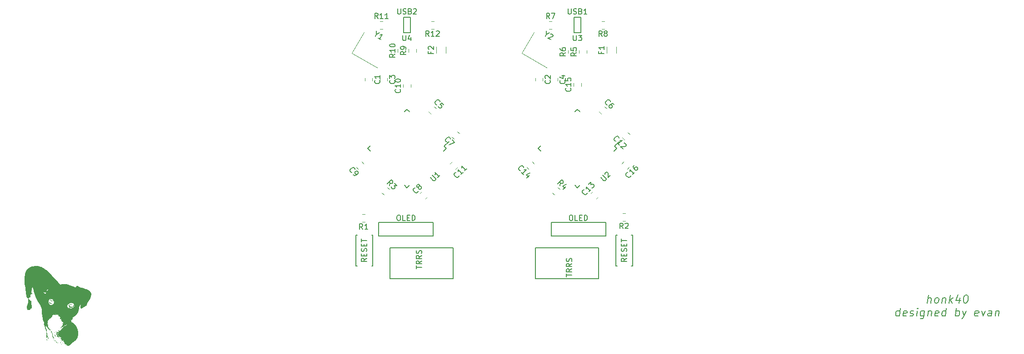
<source format=gbr>
G04 #@! TF.GenerationSoftware,KiCad,Pcbnew,(5.1.4)-1*
G04 #@! TF.CreationDate,2023-05-20T17:31:51-04:00*
G04 #@! TF.ProjectId,Corne Integrated Microchip,436f726e-6520-4496-9e74-656772617465,rev?*
G04 #@! TF.SameCoordinates,Original*
G04 #@! TF.FileFunction,Legend,Top*
G04 #@! TF.FilePolarity,Positive*
%FSLAX46Y46*%
G04 Gerber Fmt 4.6, Leading zero omitted, Abs format (unit mm)*
G04 Created by KiCad (PCBNEW (5.1.4)-1) date 2023-05-20 17:31:51*
%MOMM*%
%LPD*%
G04 APERTURE LIST*
%ADD10C,0.200000*%
%ADD11C,0.010000*%
%ADD12C,0.150000*%
%ADD13C,0.120000*%
G04 APERTURE END LIST*
D10*
X230294017Y-105816071D02*
X230481517Y-104316071D01*
X230936875Y-105816071D02*
X231035089Y-105030357D01*
X230981517Y-104887500D01*
X230847589Y-104816071D01*
X230633303Y-104816071D01*
X230481517Y-104887500D01*
X230401160Y-104958928D01*
X231865446Y-105816071D02*
X231731517Y-105744642D01*
X231669017Y-105673214D01*
X231615446Y-105530357D01*
X231669017Y-105101785D01*
X231758303Y-104958928D01*
X231838660Y-104887500D01*
X231990446Y-104816071D01*
X232204732Y-104816071D01*
X232338660Y-104887500D01*
X232401160Y-104958928D01*
X232454732Y-105101785D01*
X232401160Y-105530357D01*
X232311875Y-105673214D01*
X232231517Y-105744642D01*
X232079732Y-105816071D01*
X231865446Y-105816071D01*
X233133303Y-104816071D02*
X233008303Y-105816071D01*
X233115446Y-104958928D02*
X233195803Y-104887500D01*
X233347589Y-104816071D01*
X233561875Y-104816071D01*
X233695803Y-104887500D01*
X233749375Y-105030357D01*
X233651160Y-105816071D01*
X234365446Y-105816071D02*
X234552946Y-104316071D01*
X234579732Y-105244642D02*
X234936875Y-105816071D01*
X235061875Y-104816071D02*
X234419017Y-105387500D01*
X236347589Y-104816071D02*
X236222589Y-105816071D01*
X236061875Y-104244642D02*
X235570803Y-105316071D01*
X236499375Y-105316071D01*
X237481517Y-104316071D02*
X237624375Y-104316071D01*
X237758303Y-104387500D01*
X237820803Y-104458928D01*
X237874375Y-104601785D01*
X237910089Y-104887500D01*
X237865446Y-105244642D01*
X237758303Y-105530357D01*
X237669017Y-105673214D01*
X237588660Y-105744642D01*
X237436875Y-105816071D01*
X237294017Y-105816071D01*
X237160089Y-105744642D01*
X237097589Y-105673214D01*
X237044017Y-105530357D01*
X237008303Y-105244642D01*
X237052946Y-104887500D01*
X237160089Y-104601785D01*
X237249375Y-104458928D01*
X237329732Y-104387500D01*
X237481517Y-104316071D01*
X225079732Y-108266071D02*
X225267232Y-106766071D01*
X225088660Y-108194642D02*
X224936875Y-108266071D01*
X224651160Y-108266071D01*
X224517232Y-108194642D01*
X224454732Y-108123214D01*
X224401160Y-107980357D01*
X224454732Y-107551785D01*
X224544017Y-107408928D01*
X224624375Y-107337500D01*
X224776160Y-107266071D01*
X225061875Y-107266071D01*
X225195803Y-107337500D01*
X226374375Y-108194642D02*
X226222589Y-108266071D01*
X225936875Y-108266071D01*
X225802946Y-108194642D01*
X225749375Y-108051785D01*
X225820803Y-107480357D01*
X225910089Y-107337500D01*
X226061875Y-107266071D01*
X226347589Y-107266071D01*
X226481517Y-107337500D01*
X226535089Y-107480357D01*
X226517232Y-107623214D01*
X225785089Y-107766071D01*
X227017232Y-108194642D02*
X227151160Y-108266071D01*
X227436875Y-108266071D01*
X227588660Y-108194642D01*
X227677946Y-108051785D01*
X227686875Y-107980357D01*
X227633303Y-107837500D01*
X227499375Y-107766071D01*
X227285089Y-107766071D01*
X227151160Y-107694642D01*
X227097589Y-107551785D01*
X227106517Y-107480357D01*
X227195803Y-107337500D01*
X227347589Y-107266071D01*
X227561875Y-107266071D01*
X227695803Y-107337500D01*
X228294017Y-108266071D02*
X228419017Y-107266071D01*
X228481517Y-106766071D02*
X228401160Y-106837500D01*
X228463660Y-106908928D01*
X228544017Y-106837500D01*
X228481517Y-106766071D01*
X228463660Y-106908928D01*
X229776160Y-107266071D02*
X229624375Y-108480357D01*
X229535089Y-108623214D01*
X229454732Y-108694642D01*
X229302946Y-108766071D01*
X229088660Y-108766071D01*
X228954732Y-108694642D01*
X229660089Y-108194642D02*
X229508303Y-108266071D01*
X229222589Y-108266071D01*
X229088660Y-108194642D01*
X229026160Y-108123214D01*
X228972589Y-107980357D01*
X229026160Y-107551785D01*
X229115446Y-107408928D01*
X229195803Y-107337500D01*
X229347589Y-107266071D01*
X229633303Y-107266071D01*
X229767232Y-107337500D01*
X230490446Y-107266071D02*
X230365446Y-108266071D01*
X230472589Y-107408928D02*
X230552946Y-107337500D01*
X230704732Y-107266071D01*
X230919017Y-107266071D01*
X231052946Y-107337500D01*
X231106517Y-107480357D01*
X231008303Y-108266071D01*
X232302946Y-108194642D02*
X232151160Y-108266071D01*
X231865446Y-108266071D01*
X231731517Y-108194642D01*
X231677946Y-108051785D01*
X231749375Y-107480357D01*
X231838660Y-107337500D01*
X231990446Y-107266071D01*
X232276160Y-107266071D01*
X232410089Y-107337500D01*
X232463660Y-107480357D01*
X232445803Y-107623214D01*
X231713660Y-107766071D01*
X233651160Y-108266071D02*
X233838660Y-106766071D01*
X233660089Y-108194642D02*
X233508303Y-108266071D01*
X233222589Y-108266071D01*
X233088660Y-108194642D01*
X233026160Y-108123214D01*
X232972589Y-107980357D01*
X233026160Y-107551785D01*
X233115446Y-107408928D01*
X233195803Y-107337500D01*
X233347589Y-107266071D01*
X233633303Y-107266071D01*
X233767232Y-107337500D01*
X235508303Y-108266071D02*
X235695803Y-106766071D01*
X235624375Y-107337500D02*
X235776160Y-107266071D01*
X236061875Y-107266071D01*
X236195803Y-107337500D01*
X236258303Y-107408928D01*
X236311875Y-107551785D01*
X236258303Y-107980357D01*
X236169017Y-108123214D01*
X236088660Y-108194642D01*
X235936875Y-108266071D01*
X235651160Y-108266071D01*
X235517232Y-108194642D01*
X236847589Y-107266071D02*
X237079732Y-108266071D01*
X237561875Y-107266071D02*
X237079732Y-108266071D01*
X236892232Y-108623214D01*
X236811875Y-108694642D01*
X236660089Y-108766071D01*
X239731517Y-108194642D02*
X239579732Y-108266071D01*
X239294017Y-108266071D01*
X239160089Y-108194642D01*
X239106517Y-108051785D01*
X239177946Y-107480357D01*
X239267232Y-107337500D01*
X239419017Y-107266071D01*
X239704732Y-107266071D01*
X239838660Y-107337500D01*
X239892232Y-107480357D01*
X239874375Y-107623214D01*
X239142232Y-107766071D01*
X240419017Y-107266071D02*
X240651160Y-108266071D01*
X241133303Y-107266071D01*
X242222589Y-108266071D02*
X242320803Y-107480357D01*
X242267232Y-107337500D01*
X242133303Y-107266071D01*
X241847589Y-107266071D01*
X241695803Y-107337500D01*
X242231517Y-108194642D02*
X242079732Y-108266071D01*
X241722589Y-108266071D01*
X241588660Y-108194642D01*
X241535089Y-108051785D01*
X241552946Y-107908928D01*
X241642232Y-107766071D01*
X241794017Y-107694642D01*
X242151160Y-107694642D01*
X242302946Y-107623214D01*
X243061875Y-107266071D02*
X242936875Y-108266071D01*
X243044017Y-107408928D02*
X243124375Y-107337500D01*
X243276160Y-107266071D01*
X243490446Y-107266071D01*
X243624375Y-107337500D01*
X243677946Y-107480357D01*
X243579732Y-108266071D01*
D11*
G36*
X66200396Y-103186559D02*
G01*
X66201071Y-103193257D01*
X66200396Y-103194085D01*
X66197040Y-103193310D01*
X66196633Y-103190322D01*
X66198698Y-103185676D01*
X66200396Y-103186559D01*
X66200396Y-103186559D01*
G37*
X66200396Y-103186559D02*
X66201071Y-103193257D01*
X66200396Y-103194085D01*
X66197040Y-103193310D01*
X66196633Y-103190322D01*
X66198698Y-103185676D01*
X66200396Y-103186559D01*
G36*
X66207922Y-103215722D02*
G01*
X66205100Y-103218544D01*
X66202277Y-103215722D01*
X66205100Y-103212900D01*
X66207922Y-103215722D01*
X66207922Y-103215722D01*
G37*
X66207922Y-103215722D02*
X66205100Y-103218544D01*
X66202277Y-103215722D01*
X66205100Y-103212900D01*
X66207922Y-103215722D01*
G36*
X66187140Y-103216361D02*
G01*
X66180676Y-103223677D01*
X66173070Y-103221133D01*
X66171629Y-103219186D01*
X66173569Y-103213993D01*
X66179341Y-103211358D01*
X66187194Y-103211319D01*
X66187140Y-103216361D01*
X66187140Y-103216361D01*
G37*
X66187140Y-103216361D02*
X66180676Y-103223677D01*
X66173070Y-103221133D01*
X66171629Y-103219186D01*
X66173569Y-103213993D01*
X66179341Y-103211358D01*
X66187194Y-103211319D01*
X66187140Y-103216361D01*
G36*
X66038588Y-103317322D02*
G01*
X66043973Y-103322394D01*
X66044233Y-103323299D01*
X66039866Y-103325724D01*
X66038588Y-103325788D01*
X66033161Y-103321449D01*
X66032944Y-103319811D01*
X66036402Y-103316440D01*
X66038588Y-103317322D01*
X66038588Y-103317322D01*
G37*
X66038588Y-103317322D02*
X66043973Y-103322394D01*
X66044233Y-103323299D01*
X66039866Y-103325724D01*
X66038588Y-103325788D01*
X66033161Y-103321449D01*
X66032944Y-103319811D01*
X66036402Y-103316440D01*
X66038588Y-103317322D01*
G36*
X72241833Y-103797100D02*
G01*
X72239011Y-103799922D01*
X72236188Y-103797100D01*
X72239011Y-103794277D01*
X72241833Y-103797100D01*
X72241833Y-103797100D01*
G37*
X72241833Y-103797100D02*
X72239011Y-103799922D01*
X72236188Y-103797100D01*
X72239011Y-103794277D01*
X72241833Y-103797100D01*
G36*
X72262040Y-103864666D02*
G01*
X72261588Y-103867655D01*
X72256760Y-103873034D01*
X72255944Y-103873300D01*
X72251456Y-103869363D01*
X72250300Y-103867655D01*
X72251640Y-103862873D01*
X72255944Y-103862011D01*
X72262040Y-103864666D01*
X72262040Y-103864666D01*
G37*
X72262040Y-103864666D02*
X72261588Y-103867655D01*
X72256760Y-103873034D01*
X72255944Y-103873300D01*
X72251456Y-103869363D01*
X72250300Y-103867655D01*
X72251640Y-103862873D01*
X72255944Y-103862011D01*
X72262040Y-103864666D01*
G36*
X72196677Y-103876122D02*
G01*
X72193855Y-103878944D01*
X72191033Y-103876122D01*
X72193855Y-103873300D01*
X72196677Y-103876122D01*
X72196677Y-103876122D01*
G37*
X72196677Y-103876122D02*
X72193855Y-103878944D01*
X72191033Y-103876122D01*
X72193855Y-103873300D01*
X72196677Y-103876122D01*
G36*
X72330262Y-103959848D02*
G01*
X72329488Y-103963203D01*
X72326500Y-103963611D01*
X72321853Y-103961545D01*
X72322737Y-103959848D01*
X72329435Y-103959172D01*
X72330262Y-103959848D01*
X72330262Y-103959848D01*
G37*
X72330262Y-103959848D02*
X72329488Y-103963203D01*
X72326500Y-103963611D01*
X72321853Y-103961545D01*
X72322737Y-103959848D01*
X72329435Y-103959172D01*
X72330262Y-103959848D01*
G36*
X72279462Y-103965492D02*
G01*
X72280138Y-103972191D01*
X72279462Y-103973018D01*
X72276107Y-103972243D01*
X72275700Y-103969255D01*
X72277765Y-103964609D01*
X72279462Y-103965492D01*
X72279462Y-103965492D01*
G37*
X72279462Y-103965492D02*
X72280138Y-103972191D01*
X72279462Y-103973018D01*
X72276107Y-103972243D01*
X72275700Y-103969255D01*
X72277765Y-103964609D01*
X72279462Y-103965492D01*
G36*
X72332144Y-103983366D02*
G01*
X72337529Y-103988438D01*
X72337788Y-103989344D01*
X72333421Y-103991768D01*
X72332144Y-103991833D01*
X72326716Y-103987494D01*
X72326500Y-103985855D01*
X72329957Y-103982484D01*
X72332144Y-103983366D01*
X72332144Y-103983366D01*
G37*
X72332144Y-103983366D02*
X72337529Y-103988438D01*
X72337788Y-103989344D01*
X72333421Y-103991768D01*
X72332144Y-103991833D01*
X72326716Y-103987494D01*
X72326500Y-103985855D01*
X72329957Y-103982484D01*
X72332144Y-103983366D01*
G36*
X72298277Y-104022877D02*
G01*
X72295455Y-104025700D01*
X72292633Y-104022877D01*
X72295455Y-104020055D01*
X72298277Y-104022877D01*
X72298277Y-104022877D01*
G37*
X72298277Y-104022877D02*
X72295455Y-104025700D01*
X72292633Y-104022877D01*
X72295455Y-104020055D01*
X72298277Y-104022877D01*
G36*
X66636900Y-103097188D02*
G01*
X66634077Y-103100011D01*
X66631255Y-103097188D01*
X66634077Y-103094366D01*
X66636900Y-103097188D01*
X66636900Y-103097188D01*
G37*
X66636900Y-103097188D02*
X66634077Y-103100011D01*
X66631255Y-103097188D01*
X66634077Y-103094366D01*
X66636900Y-103097188D01*
G36*
X66631255Y-103119766D02*
G01*
X66628433Y-103122588D01*
X66625611Y-103119766D01*
X66628433Y-103116944D01*
X66631255Y-103119766D01*
X66631255Y-103119766D01*
G37*
X66631255Y-103119766D02*
X66628433Y-103122588D01*
X66625611Y-103119766D01*
X66628433Y-103116944D01*
X66631255Y-103119766D01*
G36*
X66762744Y-103126691D02*
G01*
X66763900Y-103128233D01*
X66762620Y-103133065D01*
X66758588Y-103133877D01*
X66750865Y-103130930D01*
X66749788Y-103128233D01*
X66753840Y-103122750D01*
X66755100Y-103122588D01*
X66762744Y-103126691D01*
X66762744Y-103126691D01*
G37*
X66762744Y-103126691D02*
X66763900Y-103128233D01*
X66762620Y-103133065D01*
X66758588Y-103133877D01*
X66750865Y-103130930D01*
X66749788Y-103128233D01*
X66753840Y-103122750D01*
X66755100Y-103122588D01*
X66762744Y-103126691D01*
G36*
X66645897Y-103130969D02*
G01*
X66645366Y-103133877D01*
X66638150Y-103139306D01*
X66636566Y-103139522D01*
X66631407Y-103135216D01*
X66631255Y-103133877D01*
X66635849Y-103128924D01*
X66640055Y-103128233D01*
X66645897Y-103130969D01*
X66645897Y-103130969D01*
G37*
X66645897Y-103130969D02*
X66645366Y-103133877D01*
X66638150Y-103139306D01*
X66636566Y-103139522D01*
X66631407Y-103135216D01*
X66631255Y-103133877D01*
X66635849Y-103128924D01*
X66640055Y-103128233D01*
X66645897Y-103130969D01*
G36*
X66461922Y-103159277D02*
G01*
X66467351Y-103166493D01*
X66467566Y-103168077D01*
X66463261Y-103173236D01*
X66461922Y-103173388D01*
X66456968Y-103168794D01*
X66456277Y-103164589D01*
X66459014Y-103158746D01*
X66461922Y-103159277D01*
X66461922Y-103159277D01*
G37*
X66461922Y-103159277D02*
X66467351Y-103166493D01*
X66467566Y-103168077D01*
X66463261Y-103173236D01*
X66461922Y-103173388D01*
X66456968Y-103168794D01*
X66456277Y-103164589D01*
X66459014Y-103158746D01*
X66461922Y-103159277D01*
G36*
X66493378Y-103170445D02*
G01*
X66500442Y-103176563D01*
X66498433Y-103178649D01*
X66494710Y-103178853D01*
X66484373Y-103175855D01*
X66481445Y-103173013D01*
X66479315Y-103165766D01*
X66484580Y-103165270D01*
X66493378Y-103170445D01*
X66493378Y-103170445D01*
G37*
X66493378Y-103170445D02*
X66500442Y-103176563D01*
X66498433Y-103178649D01*
X66494710Y-103178853D01*
X66484373Y-103175855D01*
X66481445Y-103173013D01*
X66479315Y-103165766D01*
X66484580Y-103165270D01*
X66493378Y-103170445D01*
G36*
X66475594Y-103184578D02*
G01*
X66489402Y-103186729D01*
X66497788Y-103186253D01*
X66498328Y-103185901D01*
X66501200Y-103187118D01*
X66501433Y-103189381D01*
X66496760Y-103194880D01*
X66491085Y-103195966D01*
X66480387Y-103197778D01*
X66477033Y-103199670D01*
X66469961Y-103201663D01*
X66454704Y-103203510D01*
X66434363Y-103204852D01*
X66431271Y-103204980D01*
X66410064Y-103205634D01*
X66398330Y-103205260D01*
X66394267Y-103203395D01*
X66396073Y-103199579D01*
X66398756Y-103196646D01*
X66409766Y-103189819D01*
X66424441Y-103191119D01*
X66440496Y-103192233D01*
X66448274Y-103187842D01*
X66458931Y-103182957D01*
X66475594Y-103184578D01*
X66475594Y-103184578D01*
G37*
X66475594Y-103184578D02*
X66489402Y-103186729D01*
X66497788Y-103186253D01*
X66498328Y-103185901D01*
X66501200Y-103187118D01*
X66501433Y-103189381D01*
X66496760Y-103194880D01*
X66491085Y-103195966D01*
X66480387Y-103197778D01*
X66477033Y-103199670D01*
X66469961Y-103201663D01*
X66454704Y-103203510D01*
X66434363Y-103204852D01*
X66431271Y-103204980D01*
X66410064Y-103205634D01*
X66398330Y-103205260D01*
X66394267Y-103203395D01*
X66396073Y-103199579D01*
X66398756Y-103196646D01*
X66409766Y-103189819D01*
X66424441Y-103191119D01*
X66440496Y-103192233D01*
X66448274Y-103187842D01*
X66458931Y-103182957D01*
X66475594Y-103184578D01*
G36*
X66431818Y-103214781D02*
G01*
X66431043Y-103218137D01*
X66428055Y-103218544D01*
X66423409Y-103216479D01*
X66424292Y-103214781D01*
X66430991Y-103214105D01*
X66431818Y-103214781D01*
X66431818Y-103214781D01*
G37*
X66431818Y-103214781D02*
X66431043Y-103218137D01*
X66428055Y-103218544D01*
X66423409Y-103216479D01*
X66424292Y-103214781D01*
X66430991Y-103214105D01*
X66431818Y-103214781D01*
G36*
X66533418Y-103214781D02*
G01*
X66534094Y-103221480D01*
X66533418Y-103222307D01*
X66530062Y-103221532D01*
X66529655Y-103218544D01*
X66531720Y-103213898D01*
X66533418Y-103214781D01*
X66533418Y-103214781D01*
G37*
X66533418Y-103214781D02*
X66534094Y-103221480D01*
X66533418Y-103222307D01*
X66530062Y-103221532D01*
X66529655Y-103218544D01*
X66531720Y-103213898D01*
X66533418Y-103214781D01*
G36*
X66530814Y-103255908D02*
G01*
X66535300Y-103258055D01*
X66540885Y-103263690D01*
X66540617Y-103265908D01*
X66534141Y-103265846D01*
X66529655Y-103263700D01*
X66524070Y-103258065D01*
X66524338Y-103255847D01*
X66530814Y-103255908D01*
X66530814Y-103255908D01*
G37*
X66530814Y-103255908D02*
X66535300Y-103258055D01*
X66540885Y-103263690D01*
X66540617Y-103265908D01*
X66534141Y-103265846D01*
X66529655Y-103263700D01*
X66524070Y-103258065D01*
X66524338Y-103255847D01*
X66530814Y-103255908D01*
G36*
X66258953Y-103267769D02*
G01*
X66267717Y-103272654D01*
X66266911Y-103278505D01*
X66257784Y-103283071D01*
X66249813Y-103284212D01*
X66240448Y-103284106D01*
X66239956Y-103282591D01*
X66240377Y-103282417D01*
X66246941Y-103275147D01*
X66247433Y-103272224D01*
X66251733Y-103267148D01*
X66258953Y-103267769D01*
X66258953Y-103267769D01*
G37*
X66258953Y-103267769D02*
X66267717Y-103272654D01*
X66266911Y-103278505D01*
X66257784Y-103283071D01*
X66249813Y-103284212D01*
X66240448Y-103284106D01*
X66239956Y-103282591D01*
X66240377Y-103282417D01*
X66246941Y-103275147D01*
X66247433Y-103272224D01*
X66251733Y-103267148D01*
X66258953Y-103267769D01*
G36*
X66253077Y-103294744D02*
G01*
X66258462Y-103299816D01*
X66258722Y-103300722D01*
X66254355Y-103303146D01*
X66253077Y-103303211D01*
X66247650Y-103298871D01*
X66247433Y-103297233D01*
X66250891Y-103293862D01*
X66253077Y-103294744D01*
X66253077Y-103294744D01*
G37*
X66253077Y-103294744D02*
X66258462Y-103299816D01*
X66258722Y-103300722D01*
X66254355Y-103303146D01*
X66253077Y-103303211D01*
X66247650Y-103298871D01*
X66247433Y-103297233D01*
X66250891Y-103293862D01*
X66253077Y-103294744D01*
G36*
X65615255Y-103780166D02*
G01*
X65612433Y-103782988D01*
X65609611Y-103780166D01*
X65612433Y-103777344D01*
X65615255Y-103780166D01*
X65615255Y-103780166D01*
G37*
X65615255Y-103780166D02*
X65612433Y-103782988D01*
X65609611Y-103780166D01*
X65612433Y-103777344D01*
X65615255Y-103780166D01*
G36*
X65908766Y-103808388D02*
G01*
X65905944Y-103811211D01*
X65903122Y-103808388D01*
X65905944Y-103805566D01*
X65908766Y-103808388D01*
X65908766Y-103808388D01*
G37*
X65908766Y-103808388D02*
X65905944Y-103811211D01*
X65903122Y-103808388D01*
X65905944Y-103805566D01*
X65908766Y-103808388D01*
G36*
X66128900Y-103842255D02*
G01*
X66126077Y-103845077D01*
X66123255Y-103842255D01*
X66126077Y-103839433D01*
X66128900Y-103842255D01*
X66128900Y-103842255D01*
G37*
X66128900Y-103842255D02*
X66126077Y-103845077D01*
X66123255Y-103842255D01*
X66126077Y-103839433D01*
X66128900Y-103842255D01*
G36*
X66120582Y-103880034D02*
G01*
X66118888Y-103884233D01*
X66113621Y-103887048D01*
X66107026Y-103888766D01*
X66109732Y-103884631D01*
X66110461Y-103883888D01*
X66117862Y-103879430D01*
X66120582Y-103880034D01*
X66120582Y-103880034D01*
G37*
X66120582Y-103880034D02*
X66118888Y-103884233D01*
X66113621Y-103887048D01*
X66107026Y-103888766D01*
X66109732Y-103884631D01*
X66110461Y-103883888D01*
X66117862Y-103879430D01*
X66120582Y-103880034D01*
G36*
X65007324Y-104808752D02*
G01*
X65008477Y-104810277D01*
X65008219Y-104815487D01*
X65006321Y-104815922D01*
X64998342Y-104811803D01*
X64997188Y-104810277D01*
X64997446Y-104805068D01*
X64999344Y-104804633D01*
X65007324Y-104808752D01*
X65007324Y-104808752D01*
G37*
X65007324Y-104808752D02*
X65008477Y-104810277D01*
X65008219Y-104815487D01*
X65006321Y-104815922D01*
X64998342Y-104811803D01*
X64997188Y-104810277D01*
X64997446Y-104805068D01*
X64999344Y-104804633D01*
X65007324Y-104808752D01*
G36*
X67129125Y-104921019D02*
G01*
X67133611Y-104923166D01*
X67139196Y-104928801D01*
X67138928Y-104931019D01*
X67132452Y-104930957D01*
X67127966Y-104928811D01*
X67122381Y-104923176D01*
X67122649Y-104920958D01*
X67129125Y-104921019D01*
X67129125Y-104921019D01*
G37*
X67129125Y-104921019D02*
X67133611Y-104923166D01*
X67139196Y-104928801D01*
X67138928Y-104931019D01*
X67132452Y-104930957D01*
X67127966Y-104928811D01*
X67122381Y-104923176D01*
X67122649Y-104920958D01*
X67129125Y-104921019D01*
G36*
X67161833Y-104976788D02*
G01*
X67167218Y-104981861D01*
X67167477Y-104982766D01*
X67163110Y-104985190D01*
X67161833Y-104985255D01*
X67156405Y-104980916D01*
X67156188Y-104979277D01*
X67159646Y-104975906D01*
X67161833Y-104976788D01*
X67161833Y-104976788D01*
G37*
X67161833Y-104976788D02*
X67167218Y-104981861D01*
X67167477Y-104982766D01*
X67163110Y-104985190D01*
X67161833Y-104985255D01*
X67156405Y-104980916D01*
X67156188Y-104979277D01*
X67159646Y-104975906D01*
X67161833Y-104976788D01*
G36*
X67085899Y-104972710D02*
G01*
X67096520Y-104976213D01*
X67102895Y-104980151D01*
X67102983Y-104980285D01*
X67102961Y-104984512D01*
X67093859Y-104982984D01*
X67084222Y-104979435D01*
X67074509Y-104974737D01*
X67071522Y-104972109D01*
X67075933Y-104970918D01*
X67085899Y-104972710D01*
X67085899Y-104972710D01*
G37*
X67085899Y-104972710D02*
X67096520Y-104976213D01*
X67102895Y-104980151D01*
X67102983Y-104980285D01*
X67102961Y-104984512D01*
X67093859Y-104982984D01*
X67084222Y-104979435D01*
X67074509Y-104974737D01*
X67071522Y-104972109D01*
X67075933Y-104970918D01*
X67085899Y-104972710D01*
G36*
X66873400Y-104959527D02*
G01*
X66896886Y-104960685D01*
X66921370Y-104962578D01*
X66944301Y-104965048D01*
X66963126Y-104967941D01*
X66973926Y-104970590D01*
X66985781Y-104976222D01*
X66990885Y-104981825D01*
X66990859Y-104982433D01*
X66986169Y-104986694D01*
X66984859Y-104986471D01*
X66975468Y-104986426D01*
X66966037Y-104990042D01*
X66961330Y-104995161D01*
X66961706Y-104996950D01*
X66960857Y-105001853D01*
X66958966Y-105002188D01*
X66953218Y-104998115D01*
X66952988Y-104996578D01*
X66947751Y-104993759D01*
X66933631Y-104991880D01*
X66913017Y-104991251D01*
X66912066Y-104991256D01*
X66888697Y-104991302D01*
X66867252Y-104991141D01*
X66852800Y-104990821D01*
X66839187Y-104988502D01*
X66834504Y-104983821D01*
X66839846Y-104978094D01*
X66841511Y-104977259D01*
X66845662Y-104973552D01*
X66841511Y-104970674D01*
X66834996Y-104964332D01*
X66834455Y-104962029D01*
X66839633Y-104960042D01*
X66853465Y-104959261D01*
X66873400Y-104959527D01*
X66873400Y-104959527D01*
G37*
X66873400Y-104959527D02*
X66896886Y-104960685D01*
X66921370Y-104962578D01*
X66944301Y-104965048D01*
X66963126Y-104967941D01*
X66973926Y-104970590D01*
X66985781Y-104976222D01*
X66990885Y-104981825D01*
X66990859Y-104982433D01*
X66986169Y-104986694D01*
X66984859Y-104986471D01*
X66975468Y-104986426D01*
X66966037Y-104990042D01*
X66961330Y-104995161D01*
X66961706Y-104996950D01*
X66960857Y-105001853D01*
X66958966Y-105002188D01*
X66953218Y-104998115D01*
X66952988Y-104996578D01*
X66947751Y-104993759D01*
X66933631Y-104991880D01*
X66913017Y-104991251D01*
X66912066Y-104991256D01*
X66888697Y-104991302D01*
X66867252Y-104991141D01*
X66852800Y-104990821D01*
X66839187Y-104988502D01*
X66834504Y-104983821D01*
X66839846Y-104978094D01*
X66841511Y-104977259D01*
X66845662Y-104973552D01*
X66841511Y-104970674D01*
X66834996Y-104964332D01*
X66834455Y-104962029D01*
X66839633Y-104960042D01*
X66853465Y-104959261D01*
X66873400Y-104959527D01*
G36*
X67089053Y-104992708D02*
G01*
X67094098Y-104997067D01*
X67094100Y-104997148D01*
X67089994Y-105000922D01*
X67085633Y-105000147D01*
X67078365Y-105000030D01*
X67077166Y-105002366D01*
X67072592Y-105007217D01*
X67068700Y-105007833D01*
X67061216Y-105003315D01*
X67060233Y-104999366D01*
X67065281Y-104992644D01*
X67077166Y-104990900D01*
X67089053Y-104992708D01*
X67089053Y-104992708D01*
G37*
X67089053Y-104992708D02*
X67094098Y-104997067D01*
X67094100Y-104997148D01*
X67089994Y-105000922D01*
X67085633Y-105000147D01*
X67078365Y-105000030D01*
X67077166Y-105002366D01*
X67072592Y-105007217D01*
X67068700Y-105007833D01*
X67061216Y-105003315D01*
X67060233Y-104999366D01*
X67065281Y-104992644D01*
X67077166Y-104990900D01*
X67089053Y-104992708D01*
G36*
X67024163Y-104982084D02*
G01*
X67040894Y-104989632D01*
X67048559Y-105000899D01*
X67048858Y-105003600D01*
X67045713Y-105007479D01*
X67035261Y-105004699D01*
X67026812Y-105000694D01*
X67014480Y-104992336D01*
X67010028Y-104985146D01*
X67013751Y-104981198D01*
X67024163Y-104982084D01*
X67024163Y-104982084D01*
G37*
X67024163Y-104982084D02*
X67040894Y-104989632D01*
X67048559Y-105000899D01*
X67048858Y-105003600D01*
X67045713Y-105007479D01*
X67035261Y-105004699D01*
X67026812Y-105000694D01*
X67014480Y-104992336D01*
X67010028Y-104985146D01*
X67013751Y-104981198D01*
X67024163Y-104982084D01*
G36*
X66749788Y-105016300D02*
G01*
X66746966Y-105019122D01*
X66744144Y-105016300D01*
X66746966Y-105013477D01*
X66749788Y-105016300D01*
X66749788Y-105016300D01*
G37*
X66749788Y-105016300D02*
X66746966Y-105019122D01*
X66744144Y-105016300D01*
X66746966Y-105013477D01*
X66749788Y-105016300D01*
G36*
X67226451Y-105062124D02*
G01*
X67234396Y-105066678D01*
X67233065Y-105069624D01*
X67229899Y-105069922D01*
X67222245Y-105065822D01*
X67221139Y-105064342D01*
X67222048Y-105061134D01*
X67226451Y-105062124D01*
X67226451Y-105062124D01*
G37*
X67226451Y-105062124D02*
X67234396Y-105066678D01*
X67233065Y-105069624D01*
X67229899Y-105069922D01*
X67222245Y-105065822D01*
X67221139Y-105064342D01*
X67222048Y-105061134D01*
X67226451Y-105062124D01*
G36*
X67410024Y-105125017D02*
G01*
X67410188Y-105126366D01*
X67405893Y-105131847D01*
X67404544Y-105132011D01*
X67399064Y-105127715D01*
X67398900Y-105126366D01*
X67403195Y-105120886D01*
X67404544Y-105120722D01*
X67410024Y-105125017D01*
X67410024Y-105125017D01*
G37*
X67410024Y-105125017D02*
X67410188Y-105126366D01*
X67405893Y-105131847D01*
X67404544Y-105132011D01*
X67399064Y-105127715D01*
X67398900Y-105126366D01*
X67403195Y-105120886D01*
X67404544Y-105120722D01*
X67410024Y-105125017D01*
G36*
X66899079Y-105225203D02*
G01*
X66905754Y-105230719D01*
X66905885Y-105231032D01*
X66907681Y-105239542D01*
X66902745Y-105241615D01*
X66889488Y-105238012D01*
X66878359Y-105232606D01*
X66873966Y-105227496D01*
X66878364Y-105223058D01*
X66888342Y-105222472D01*
X66899079Y-105225203D01*
X66899079Y-105225203D01*
G37*
X66899079Y-105225203D02*
X66905754Y-105230719D01*
X66905885Y-105231032D01*
X66907681Y-105239542D01*
X66902745Y-105241615D01*
X66889488Y-105238012D01*
X66878359Y-105232606D01*
X66873966Y-105227496D01*
X66878364Y-105223058D01*
X66888342Y-105222472D01*
X66899079Y-105225203D01*
G36*
X67478532Y-105325186D02*
G01*
X67478768Y-105326744D01*
X67474374Y-105333362D01*
X67472701Y-105334129D01*
X67467554Y-105331404D01*
X67466633Y-105326744D01*
X67469497Y-105319719D01*
X67472701Y-105319359D01*
X67478532Y-105325186D01*
X67478532Y-105325186D01*
G37*
X67478532Y-105325186D02*
X67478768Y-105326744D01*
X67474374Y-105333362D01*
X67472701Y-105334129D01*
X67467554Y-105331404D01*
X67466633Y-105326744D01*
X67469497Y-105319719D01*
X67472701Y-105319359D01*
X67478532Y-105325186D01*
G36*
X67573442Y-105327002D02*
G01*
X67573877Y-105328900D01*
X67569758Y-105336879D01*
X67568233Y-105338033D01*
X67563023Y-105337775D01*
X67562588Y-105335877D01*
X67566707Y-105327897D01*
X67568233Y-105326744D01*
X67573442Y-105327002D01*
X67573442Y-105327002D01*
G37*
X67573442Y-105327002D02*
X67573877Y-105328900D01*
X67569758Y-105336879D01*
X67568233Y-105338033D01*
X67563023Y-105337775D01*
X67562588Y-105335877D01*
X67566707Y-105327897D01*
X67568233Y-105326744D01*
X67573442Y-105327002D01*
G36*
X67449639Y-105328409D02*
G01*
X67451741Y-105332388D01*
X67452145Y-105339671D01*
X67450126Y-105340855D01*
X67444115Y-105336368D01*
X67442014Y-105332388D01*
X67441610Y-105325106D01*
X67443628Y-105323922D01*
X67449639Y-105328409D01*
X67449639Y-105328409D01*
G37*
X67449639Y-105328409D02*
X67451741Y-105332388D01*
X67452145Y-105339671D01*
X67450126Y-105340855D01*
X67444115Y-105336368D01*
X67442014Y-105332388D01*
X67441610Y-105325106D01*
X67443628Y-105323922D01*
X67449639Y-105328409D01*
G36*
X67511788Y-105354966D02*
G01*
X67517218Y-105362182D01*
X67517433Y-105363766D01*
X67513128Y-105368925D01*
X67511788Y-105369077D01*
X67506835Y-105364483D01*
X67506144Y-105360277D01*
X67508880Y-105354435D01*
X67511788Y-105354966D01*
X67511788Y-105354966D01*
G37*
X67511788Y-105354966D02*
X67517218Y-105362182D01*
X67517433Y-105363766D01*
X67513128Y-105368925D01*
X67511788Y-105369077D01*
X67506835Y-105364483D01*
X67506144Y-105360277D01*
X67508880Y-105354435D01*
X67511788Y-105354966D01*
G36*
X67167477Y-105371900D02*
G01*
X67164655Y-105374722D01*
X67161833Y-105371900D01*
X67164655Y-105369077D01*
X67167477Y-105371900D01*
X67167477Y-105371900D01*
G37*
X67167477Y-105371900D02*
X67164655Y-105374722D01*
X67161833Y-105371900D01*
X67164655Y-105369077D01*
X67167477Y-105371900D01*
G36*
X67610405Y-105365654D02*
G01*
X67611980Y-105370488D01*
X67604930Y-105377677D01*
X67594448Y-105379360D01*
X67589124Y-105376798D01*
X67585283Y-105368865D01*
X67591688Y-105364219D01*
X67599748Y-105363433D01*
X67610405Y-105365654D01*
X67610405Y-105365654D01*
G37*
X67610405Y-105365654D02*
X67611980Y-105370488D01*
X67604930Y-105377677D01*
X67594448Y-105379360D01*
X67589124Y-105376798D01*
X67585283Y-105368865D01*
X67591688Y-105364219D01*
X67599748Y-105363433D01*
X67610405Y-105365654D01*
G36*
X67504502Y-105370906D02*
G01*
X67516629Y-105373143D01*
X67525533Y-105376823D01*
X67527284Y-105378875D01*
X67525358Y-105385301D01*
X67516192Y-105387257D01*
X67503164Y-105384118D01*
X67501911Y-105383562D01*
X67492226Y-105377573D01*
X67489211Y-105373431D01*
X67493810Y-105370780D01*
X67504502Y-105370906D01*
X67504502Y-105370906D01*
G37*
X67504502Y-105370906D02*
X67516629Y-105373143D01*
X67525533Y-105376823D01*
X67527284Y-105378875D01*
X67525358Y-105385301D01*
X67516192Y-105387257D01*
X67503164Y-105384118D01*
X67501911Y-105383562D01*
X67492226Y-105377573D01*
X67489211Y-105373431D01*
X67493810Y-105370780D01*
X67504502Y-105370906D01*
G36*
X67605862Y-105404825D02*
G01*
X67605088Y-105408181D01*
X67602100Y-105408588D01*
X67597453Y-105406523D01*
X67598337Y-105404825D01*
X67605035Y-105404150D01*
X67605862Y-105404825D01*
X67605862Y-105404825D01*
G37*
X67605862Y-105404825D02*
X67605088Y-105408181D01*
X67602100Y-105408588D01*
X67597453Y-105406523D01*
X67598337Y-105404825D01*
X67605035Y-105404150D01*
X67605862Y-105404825D01*
G36*
X67460988Y-105411411D02*
G01*
X67458166Y-105414233D01*
X67455344Y-105411411D01*
X67458166Y-105408588D01*
X67460988Y-105411411D01*
X67460988Y-105411411D01*
G37*
X67460988Y-105411411D02*
X67458166Y-105414233D01*
X67455344Y-105411411D01*
X67458166Y-105408588D01*
X67460988Y-105411411D01*
G36*
X67175353Y-105389609D02*
G01*
X67190193Y-105399035D01*
X67197783Y-105412233D01*
X67197133Y-105424111D01*
X67193394Y-105429931D01*
X67186485Y-105429701D01*
X67174086Y-105422969D01*
X67166940Y-105418268D01*
X67152998Y-105406568D01*
X67146195Y-105396032D01*
X67147202Y-105388556D01*
X67155509Y-105386011D01*
X67175353Y-105389609D01*
X67175353Y-105389609D01*
G37*
X67175353Y-105389609D02*
X67190193Y-105399035D01*
X67197783Y-105412233D01*
X67197133Y-105424111D01*
X67193394Y-105429931D01*
X67186485Y-105429701D01*
X67174086Y-105422969D01*
X67166940Y-105418268D01*
X67152998Y-105406568D01*
X67146195Y-105396032D01*
X67147202Y-105388556D01*
X67155509Y-105386011D01*
X67175353Y-105389609D01*
G36*
X67457379Y-105423794D02*
G01*
X67460873Y-105431566D01*
X67457259Y-105436614D01*
X67455677Y-105436811D01*
X67447978Y-105432730D01*
X67447118Y-105431556D01*
X67447388Y-105424856D01*
X67453355Y-105421940D01*
X67457379Y-105423794D01*
X67457379Y-105423794D01*
G37*
X67457379Y-105423794D02*
X67460873Y-105431566D01*
X67457259Y-105436614D01*
X67455677Y-105436811D01*
X67447978Y-105432730D01*
X67447118Y-105431556D01*
X67447388Y-105424856D01*
X67453355Y-105421940D01*
X67457379Y-105423794D01*
G36*
X67663888Y-105378825D02*
G01*
X67666112Y-105382882D01*
X67673726Y-105389562D01*
X67683767Y-105391655D01*
X67694691Y-105394223D01*
X67698055Y-105399181D01*
X67694963Y-105409499D01*
X67687193Y-105410531D01*
X67683299Y-105408053D01*
X67673083Y-105404872D01*
X67665592Y-105410772D01*
X67664188Y-105417388D01*
X67661032Y-105424683D01*
X67658544Y-105425522D01*
X67653875Y-105430222D01*
X67652900Y-105436207D01*
X67648971Y-105446724D01*
X67644433Y-105450141D01*
X67637156Y-105450432D01*
X67635966Y-105448290D01*
X67637819Y-105439678D01*
X67641732Y-105428025D01*
X67644501Y-105412399D01*
X67641802Y-105405997D01*
X67640473Y-105398040D01*
X67648747Y-105387266D01*
X67649426Y-105386622D01*
X67658925Y-105378801D01*
X67663888Y-105378825D01*
X67663888Y-105378825D01*
G37*
X67663888Y-105378825D02*
X67666112Y-105382882D01*
X67673726Y-105389562D01*
X67683767Y-105391655D01*
X67694691Y-105394223D01*
X67698055Y-105399181D01*
X67694963Y-105409499D01*
X67687193Y-105410531D01*
X67683299Y-105408053D01*
X67673083Y-105404872D01*
X67665592Y-105410772D01*
X67664188Y-105417388D01*
X67661032Y-105424683D01*
X67658544Y-105425522D01*
X67653875Y-105430222D01*
X67652900Y-105436207D01*
X67648971Y-105446724D01*
X67644433Y-105450141D01*
X67637156Y-105450432D01*
X67635966Y-105448290D01*
X67637819Y-105439678D01*
X67641732Y-105428025D01*
X67644501Y-105412399D01*
X67641802Y-105405997D01*
X67640473Y-105398040D01*
X67648747Y-105387266D01*
X67649426Y-105386622D01*
X67658925Y-105378801D01*
X67663888Y-105378825D01*
G36*
X67551300Y-105450922D02*
G01*
X67548477Y-105453744D01*
X67545655Y-105450922D01*
X67548477Y-105448100D01*
X67551300Y-105450922D01*
X67551300Y-105450922D01*
G37*
X67551300Y-105450922D02*
X67548477Y-105453744D01*
X67545655Y-105450922D01*
X67548477Y-105448100D01*
X67551300Y-105450922D01*
G36*
X67588929Y-105472559D02*
G01*
X67588154Y-105475914D01*
X67585166Y-105476322D01*
X67580520Y-105474257D01*
X67581403Y-105472559D01*
X67588102Y-105471883D01*
X67588929Y-105472559D01*
X67588929Y-105472559D01*
G37*
X67588929Y-105472559D02*
X67588154Y-105475914D01*
X67585166Y-105476322D01*
X67580520Y-105474257D01*
X67581403Y-105472559D01*
X67588102Y-105471883D01*
X67588929Y-105472559D01*
G36*
X67617151Y-105489492D02*
G01*
X67616377Y-105492848D01*
X67613388Y-105493255D01*
X67608742Y-105491190D01*
X67609625Y-105489492D01*
X67616324Y-105488817D01*
X67617151Y-105489492D01*
X67617151Y-105489492D01*
G37*
X67617151Y-105489492D02*
X67616377Y-105492848D01*
X67613388Y-105493255D01*
X67608742Y-105491190D01*
X67609625Y-105489492D01*
X67616324Y-105488817D01*
X67617151Y-105489492D01*
G36*
X66471329Y-105512070D02*
G01*
X66470554Y-105515425D01*
X66467566Y-105515833D01*
X66462920Y-105513768D01*
X66463803Y-105512070D01*
X66470502Y-105511394D01*
X66471329Y-105512070D01*
X66471329Y-105512070D01*
G37*
X66471329Y-105512070D02*
X66470554Y-105515425D01*
X66467566Y-105515833D01*
X66462920Y-105513768D01*
X66463803Y-105512070D01*
X66470502Y-105511394D01*
X66471329Y-105512070D01*
G36*
X67681122Y-105523517D02*
G01*
X67693388Y-105526176D01*
X67699466Y-105527045D01*
X67703585Y-105531464D01*
X67703700Y-105532766D01*
X67699804Y-105537835D01*
X67690064Y-105536213D01*
X67678300Y-105529059D01*
X67670799Y-105522657D01*
X67672909Y-105521657D01*
X67681122Y-105523517D01*
X67681122Y-105523517D01*
G37*
X67681122Y-105523517D02*
X67693388Y-105526176D01*
X67699466Y-105527045D01*
X67703585Y-105531464D01*
X67703700Y-105532766D01*
X67699804Y-105537835D01*
X67690064Y-105536213D01*
X67678300Y-105529059D01*
X67670799Y-105522657D01*
X67672909Y-105521657D01*
X67681122Y-105523517D01*
G36*
X67629367Y-105535814D02*
G01*
X67630322Y-105538411D01*
X67625750Y-105543418D01*
X67621855Y-105544055D01*
X67614344Y-105541007D01*
X67613388Y-105538411D01*
X67617960Y-105533403D01*
X67621855Y-105532766D01*
X67629367Y-105535814D01*
X67629367Y-105535814D01*
G37*
X67629367Y-105535814D02*
X67630322Y-105538411D01*
X67625750Y-105543418D01*
X67621855Y-105544055D01*
X67614344Y-105541007D01*
X67613388Y-105538411D01*
X67617960Y-105533403D01*
X67621855Y-105532766D01*
X67629367Y-105535814D01*
G36*
X67721635Y-105548451D02*
G01*
X67722049Y-105548858D01*
X67725244Y-105557328D01*
X67722958Y-105560921D01*
X67718205Y-105561607D01*
X67716472Y-105554435D01*
X67717099Y-105546487D01*
X67721635Y-105548451D01*
X67721635Y-105548451D01*
G37*
X67721635Y-105548451D02*
X67722049Y-105548858D01*
X67725244Y-105557328D01*
X67722958Y-105560921D01*
X67718205Y-105561607D01*
X67716472Y-105554435D01*
X67717099Y-105546487D01*
X67721635Y-105548451D01*
G36*
X67667011Y-105660547D02*
G01*
X67674437Y-105664554D01*
X67675477Y-105666015D01*
X67670868Y-105667988D01*
X67667011Y-105668233D01*
X67659498Y-105665279D01*
X67658544Y-105662766D01*
X67662681Y-105659660D01*
X67667011Y-105660547D01*
X67667011Y-105660547D01*
G37*
X67667011Y-105660547D02*
X67674437Y-105664554D01*
X67675477Y-105666015D01*
X67670868Y-105667988D01*
X67667011Y-105668233D01*
X67659498Y-105665279D01*
X67658544Y-105662766D01*
X67662681Y-105659660D01*
X67667011Y-105660547D01*
G36*
X67707462Y-105698337D02*
G01*
X67706688Y-105701692D01*
X67703700Y-105702100D01*
X67699053Y-105700034D01*
X67699937Y-105698337D01*
X67706635Y-105697661D01*
X67707462Y-105698337D01*
X67707462Y-105698337D01*
G37*
X67707462Y-105698337D02*
X67706688Y-105701692D01*
X67703700Y-105702100D01*
X67699053Y-105700034D01*
X67699937Y-105698337D01*
X67706635Y-105697661D01*
X67707462Y-105698337D01*
G36*
X67585002Y-105717684D02*
G01*
X67585166Y-105719033D01*
X67580871Y-105724513D01*
X67579522Y-105724677D01*
X67574041Y-105720382D01*
X67573877Y-105719033D01*
X67578173Y-105713552D01*
X67579522Y-105713388D01*
X67585002Y-105717684D01*
X67585002Y-105717684D01*
G37*
X67585002Y-105717684D02*
X67585166Y-105719033D01*
X67580871Y-105724513D01*
X67579522Y-105724677D01*
X67574041Y-105720382D01*
X67573877Y-105719033D01*
X67578173Y-105713552D01*
X67579522Y-105713388D01*
X67585002Y-105717684D01*
G36*
X67647573Y-105729159D02*
G01*
X67652900Y-105735966D01*
X67656075Y-105744755D01*
X67651749Y-105747252D01*
X67651405Y-105747255D01*
X67641012Y-105743567D01*
X67637095Y-105740482D01*
X67630760Y-105730878D01*
X67633870Y-105725378D01*
X67638590Y-105724677D01*
X67647573Y-105729159D01*
X67647573Y-105729159D01*
G37*
X67647573Y-105729159D02*
X67652900Y-105735966D01*
X67656075Y-105744755D01*
X67651749Y-105747252D01*
X67651405Y-105747255D01*
X67641012Y-105743567D01*
X67637095Y-105740482D01*
X67630760Y-105730878D01*
X67633870Y-105725378D01*
X67638590Y-105724677D01*
X67647573Y-105729159D01*
G36*
X67590811Y-105744433D02*
G01*
X67587988Y-105747255D01*
X67585166Y-105744433D01*
X67587988Y-105741611D01*
X67590811Y-105744433D01*
X67590811Y-105744433D01*
G37*
X67590811Y-105744433D02*
X67587988Y-105747255D01*
X67585166Y-105744433D01*
X67587988Y-105741611D01*
X67590811Y-105744433D01*
G36*
X67610566Y-105757470D02*
G01*
X67623831Y-105763230D01*
X67630322Y-105765802D01*
X67635749Y-105768451D01*
X67630228Y-105769375D01*
X67629989Y-105769387D01*
X67618936Y-105766401D01*
X67610234Y-105761055D01*
X67602717Y-105754822D01*
X67604131Y-105754585D01*
X67610566Y-105757470D01*
X67610566Y-105757470D01*
G37*
X67610566Y-105757470D02*
X67623831Y-105763230D01*
X67630322Y-105765802D01*
X67635749Y-105768451D01*
X67630228Y-105769375D01*
X67629989Y-105769387D01*
X67618936Y-105766401D01*
X67610234Y-105761055D01*
X67602717Y-105754822D01*
X67604131Y-105754585D01*
X67610566Y-105757470D01*
G36*
X67639729Y-105783003D02*
G01*
X67640405Y-105789702D01*
X67639729Y-105790529D01*
X67636374Y-105789754D01*
X67635966Y-105786766D01*
X67638031Y-105782120D01*
X67639729Y-105783003D01*
X67639729Y-105783003D01*
G37*
X67639729Y-105783003D02*
X67640405Y-105789702D01*
X67639729Y-105790529D01*
X67636374Y-105789754D01*
X67635966Y-105786766D01*
X67638031Y-105782120D01*
X67639729Y-105783003D01*
G36*
X67617043Y-105784737D02*
G01*
X67619033Y-105789588D01*
X67618277Y-105796668D01*
X67617622Y-105797286D01*
X67611674Y-105795754D01*
X67603427Y-105794061D01*
X67594713Y-105789873D01*
X67595449Y-105784618D01*
X67604556Y-105781298D01*
X67608077Y-105781122D01*
X67617043Y-105784737D01*
X67617043Y-105784737D01*
G37*
X67617043Y-105784737D02*
X67619033Y-105789588D01*
X67618277Y-105796668D01*
X67617622Y-105797286D01*
X67611674Y-105795754D01*
X67603427Y-105794061D01*
X67594713Y-105789873D01*
X67595449Y-105784618D01*
X67604556Y-105781298D01*
X67608077Y-105781122D01*
X67617043Y-105784737D01*
G36*
X67619033Y-105829100D02*
G01*
X67616211Y-105831922D01*
X67613388Y-105829100D01*
X67616211Y-105826277D01*
X67619033Y-105829100D01*
X67619033Y-105829100D01*
G37*
X67619033Y-105829100D02*
X67616211Y-105831922D01*
X67613388Y-105829100D01*
X67616211Y-105826277D01*
X67619033Y-105829100D01*
G36*
X67588317Y-105864755D02*
G01*
X67603091Y-105867945D01*
X67611345Y-105872571D01*
X67611021Y-105877294D01*
X67609247Y-105878388D01*
X67600709Y-105879236D01*
X67592632Y-105878439D01*
X67580057Y-105873768D01*
X67574563Y-105869437D01*
X67573119Y-105865017D01*
X67580286Y-105864035D01*
X67588317Y-105864755D01*
X67588317Y-105864755D01*
G37*
X67588317Y-105864755D02*
X67603091Y-105867945D01*
X67611345Y-105872571D01*
X67611021Y-105877294D01*
X67609247Y-105878388D01*
X67600709Y-105879236D01*
X67592632Y-105878439D01*
X67580057Y-105873768D01*
X67574563Y-105869437D01*
X67573119Y-105865017D01*
X67580286Y-105864035D01*
X67588317Y-105864755D01*
G36*
X66930411Y-105896833D02*
G01*
X66927588Y-105899655D01*
X66924766Y-105896833D01*
X66927588Y-105894011D01*
X66930411Y-105896833D01*
X66930411Y-105896833D01*
G37*
X66930411Y-105896833D02*
X66927588Y-105899655D01*
X66924766Y-105896833D01*
X66927588Y-105894011D01*
X66930411Y-105896833D01*
G36*
X66716560Y-105666854D02*
G01*
X66726864Y-105677172D01*
X66736204Y-105689828D01*
X66740509Y-105698402D01*
X66748707Y-105708531D01*
X66755071Y-105711658D01*
X66762853Y-105717234D01*
X66762923Y-105722364D01*
X66764852Y-105730455D01*
X66770369Y-105734049D01*
X66781161Y-105740070D01*
X66795221Y-105750390D01*
X66799374Y-105753852D01*
X66811852Y-105763678D01*
X66821094Y-105769311D01*
X66822982Y-105769833D01*
X66828610Y-105774473D01*
X66831481Y-105780642D01*
X66838175Y-105788569D01*
X66852471Y-105798735D01*
X66870925Y-105808820D01*
X66890092Y-105818525D01*
X66905791Y-105827306D01*
X66914637Y-105833269D01*
X66914659Y-105833289D01*
X66929043Y-105843984D01*
X66944497Y-105851910D01*
X66954867Y-105854500D01*
X66964855Y-105856889D01*
X66978991Y-105862719D01*
X66980559Y-105863487D01*
X66994866Y-105868711D01*
X67005959Y-105869570D01*
X67006826Y-105869309D01*
X67013983Y-105868867D01*
X67015077Y-105870716D01*
X67020127Y-105873520D01*
X67032902Y-105875349D01*
X67040495Y-105875674D01*
X67054860Y-105874907D01*
X67062434Y-105872526D01*
X67062740Y-105870923D01*
X67064694Y-105866834D01*
X67070855Y-105865788D01*
X67082018Y-105868193D01*
X67085502Y-105873574D01*
X67079747Y-105879182D01*
X67078703Y-105879612D01*
X67072267Y-105883426D01*
X67076313Y-105888009D01*
X67077324Y-105888670D01*
X67082762Y-105893849D01*
X67078090Y-105898954D01*
X67077166Y-105899569D01*
X67066304Y-105904834D01*
X67062494Y-105902129D01*
X67063557Y-105897561D01*
X67061828Y-105889265D01*
X67057803Y-105886475D01*
X67050977Y-105886642D01*
X67050423Y-105889980D01*
X67046504Y-105894431D01*
X67034934Y-105896978D01*
X67019182Y-105897671D01*
X67002716Y-105896558D01*
X66989005Y-105893688D01*
X66981516Y-105889109D01*
X66981460Y-105889012D01*
X66976385Y-105883434D01*
X66969320Y-105886575D01*
X66967216Y-105888270D01*
X66959018Y-105893178D01*
X66953736Y-105889539D01*
X66953128Y-105888592D01*
X66944663Y-105883744D01*
X66939812Y-105884404D01*
X66931428Y-105884995D01*
X66929364Y-105883151D01*
X66923149Y-105878333D01*
X66913477Y-105874631D01*
X66904669Y-105872733D01*
X66905662Y-105875021D01*
X66907833Y-105876621D01*
X66912247Y-105881519D01*
X66909577Y-105882635D01*
X66900574Y-105878615D01*
X66899366Y-105877077D01*
X66891702Y-105872942D01*
X66879969Y-105871433D01*
X66866346Y-105868790D01*
X66856709Y-105862449D01*
X66853983Y-105854787D01*
X66855671Y-105851670D01*
X66855101Y-105849333D01*
X66850434Y-105850425D01*
X66841605Y-105849770D01*
X66831091Y-105844701D01*
X66822683Y-105837778D01*
X66820171Y-105831561D01*
X66820872Y-105830453D01*
X66818918Y-105826600D01*
X66812303Y-105823590D01*
X66802933Y-105817620D01*
X66800588Y-105812413D01*
X66796048Y-105806431D01*
X66791102Y-105805738D01*
X66782292Y-105801393D01*
X66778154Y-105792440D01*
X66771537Y-105780868D01*
X66763652Y-105776311D01*
X66751071Y-105772024D01*
X66746165Y-105769041D01*
X66740565Y-105761543D01*
X66736611Y-105751704D01*
X66735757Y-105744076D01*
X66737667Y-105742472D01*
X66746737Y-105742179D01*
X66745310Y-105738228D01*
X66739285Y-105734472D01*
X66730729Y-105726449D01*
X66722337Y-105713340D01*
X66715935Y-105698980D01*
X66713348Y-105687203D01*
X66714639Y-105682685D01*
X66713959Y-105676652D01*
X66710390Y-105671191D01*
X66706829Y-105664326D01*
X66708602Y-105662588D01*
X66716560Y-105666854D01*
X66716560Y-105666854D01*
G37*
X66716560Y-105666854D02*
X66726864Y-105677172D01*
X66736204Y-105689828D01*
X66740509Y-105698402D01*
X66748707Y-105708531D01*
X66755071Y-105711658D01*
X66762853Y-105717234D01*
X66762923Y-105722364D01*
X66764852Y-105730455D01*
X66770369Y-105734049D01*
X66781161Y-105740070D01*
X66795221Y-105750390D01*
X66799374Y-105753852D01*
X66811852Y-105763678D01*
X66821094Y-105769311D01*
X66822982Y-105769833D01*
X66828610Y-105774473D01*
X66831481Y-105780642D01*
X66838175Y-105788569D01*
X66852471Y-105798735D01*
X66870925Y-105808820D01*
X66890092Y-105818525D01*
X66905791Y-105827306D01*
X66914637Y-105833269D01*
X66914659Y-105833289D01*
X66929043Y-105843984D01*
X66944497Y-105851910D01*
X66954867Y-105854500D01*
X66964855Y-105856889D01*
X66978991Y-105862719D01*
X66980559Y-105863487D01*
X66994866Y-105868711D01*
X67005959Y-105869570D01*
X67006826Y-105869309D01*
X67013983Y-105868867D01*
X67015077Y-105870716D01*
X67020127Y-105873520D01*
X67032902Y-105875349D01*
X67040495Y-105875674D01*
X67054860Y-105874907D01*
X67062434Y-105872526D01*
X67062740Y-105870923D01*
X67064694Y-105866834D01*
X67070855Y-105865788D01*
X67082018Y-105868193D01*
X67085502Y-105873574D01*
X67079747Y-105879182D01*
X67078703Y-105879612D01*
X67072267Y-105883426D01*
X67076313Y-105888009D01*
X67077324Y-105888670D01*
X67082762Y-105893849D01*
X67078090Y-105898954D01*
X67077166Y-105899569D01*
X67066304Y-105904834D01*
X67062494Y-105902129D01*
X67063557Y-105897561D01*
X67061828Y-105889265D01*
X67057803Y-105886475D01*
X67050977Y-105886642D01*
X67050423Y-105889980D01*
X67046504Y-105894431D01*
X67034934Y-105896978D01*
X67019182Y-105897671D01*
X67002716Y-105896558D01*
X66989005Y-105893688D01*
X66981516Y-105889109D01*
X66981460Y-105889012D01*
X66976385Y-105883434D01*
X66969320Y-105886575D01*
X66967216Y-105888270D01*
X66959018Y-105893178D01*
X66953736Y-105889539D01*
X66953128Y-105888592D01*
X66944663Y-105883744D01*
X66939812Y-105884404D01*
X66931428Y-105884995D01*
X66929364Y-105883151D01*
X66923149Y-105878333D01*
X66913477Y-105874631D01*
X66904669Y-105872733D01*
X66905662Y-105875021D01*
X66907833Y-105876621D01*
X66912247Y-105881519D01*
X66909577Y-105882635D01*
X66900574Y-105878615D01*
X66899366Y-105877077D01*
X66891702Y-105872942D01*
X66879969Y-105871433D01*
X66866346Y-105868790D01*
X66856709Y-105862449D01*
X66853983Y-105854787D01*
X66855671Y-105851670D01*
X66855101Y-105849333D01*
X66850434Y-105850425D01*
X66841605Y-105849770D01*
X66831091Y-105844701D01*
X66822683Y-105837778D01*
X66820171Y-105831561D01*
X66820872Y-105830453D01*
X66818918Y-105826600D01*
X66812303Y-105823590D01*
X66802933Y-105817620D01*
X66800588Y-105812413D01*
X66796048Y-105806431D01*
X66791102Y-105805738D01*
X66782292Y-105801393D01*
X66778154Y-105792440D01*
X66771537Y-105780868D01*
X66763652Y-105776311D01*
X66751071Y-105772024D01*
X66746165Y-105769041D01*
X66740565Y-105761543D01*
X66736611Y-105751704D01*
X66735757Y-105744076D01*
X66737667Y-105742472D01*
X66746737Y-105742179D01*
X66745310Y-105738228D01*
X66739285Y-105734472D01*
X66730729Y-105726449D01*
X66722337Y-105713340D01*
X66715935Y-105698980D01*
X66713348Y-105687203D01*
X66714639Y-105682685D01*
X66713959Y-105676652D01*
X66710390Y-105671191D01*
X66706829Y-105664326D01*
X66708602Y-105662588D01*
X66716560Y-105666854D01*
G36*
X67663233Y-105902703D02*
G01*
X67664188Y-105905300D01*
X67659617Y-105910307D01*
X67655722Y-105910944D01*
X67648210Y-105907896D01*
X67647255Y-105905300D01*
X67651827Y-105900292D01*
X67655722Y-105899655D01*
X67663233Y-105902703D01*
X67663233Y-105902703D01*
G37*
X67663233Y-105902703D02*
X67664188Y-105905300D01*
X67659617Y-105910307D01*
X67655722Y-105910944D01*
X67648210Y-105907896D01*
X67647255Y-105905300D01*
X67651827Y-105900292D01*
X67655722Y-105899655D01*
X67663233Y-105902703D01*
G36*
X67607580Y-105954750D02*
G01*
X67607744Y-105956100D01*
X67603449Y-105961580D01*
X67602100Y-105961744D01*
X67596619Y-105957449D01*
X67596455Y-105956100D01*
X67600750Y-105950619D01*
X67602100Y-105950455D01*
X67607580Y-105954750D01*
X67607580Y-105954750D01*
G37*
X67607580Y-105954750D02*
X67607744Y-105956100D01*
X67603449Y-105961580D01*
X67602100Y-105961744D01*
X67596619Y-105957449D01*
X67596455Y-105956100D01*
X67600750Y-105950619D01*
X67602100Y-105950455D01*
X67607580Y-105954750D01*
G36*
X67577640Y-105963625D02*
G01*
X67576865Y-105966981D01*
X67573877Y-105967388D01*
X67569231Y-105965323D01*
X67570114Y-105963625D01*
X67576813Y-105962950D01*
X67577640Y-105963625D01*
X67577640Y-105963625D01*
G37*
X67577640Y-105963625D02*
X67576865Y-105966981D01*
X67573877Y-105967388D01*
X67569231Y-105965323D01*
X67570114Y-105963625D01*
X67576813Y-105962950D01*
X67577640Y-105963625D01*
G36*
X67618869Y-105982973D02*
G01*
X67619033Y-105984322D01*
X67614738Y-105989802D01*
X67613388Y-105989966D01*
X67607908Y-105985671D01*
X67607744Y-105984322D01*
X67612039Y-105978841D01*
X67613388Y-105978677D01*
X67618869Y-105982973D01*
X67618869Y-105982973D01*
G37*
X67618869Y-105982973D02*
X67619033Y-105984322D01*
X67614738Y-105989802D01*
X67613388Y-105989966D01*
X67607908Y-105985671D01*
X67607744Y-105984322D01*
X67612039Y-105978841D01*
X67613388Y-105978677D01*
X67618869Y-105982973D01*
G36*
X67438411Y-105998433D02*
G01*
X67435588Y-106001255D01*
X67432766Y-105998433D01*
X67435588Y-105995611D01*
X67438411Y-105998433D01*
X67438411Y-105998433D01*
G37*
X67438411Y-105998433D02*
X67435588Y-106001255D01*
X67432766Y-105998433D01*
X67435588Y-105995611D01*
X67438411Y-105998433D01*
G36*
X67424755Y-106007438D02*
G01*
X67418207Y-106019209D01*
X67416476Y-106021475D01*
X67404544Y-106036644D01*
X67404544Y-106021595D01*
X67407498Y-106009134D01*
X67413254Y-106003203D01*
X67423047Y-106001779D01*
X67424755Y-106007438D01*
X67424755Y-106007438D01*
G37*
X67424755Y-106007438D02*
X67418207Y-106019209D01*
X67416476Y-106021475D01*
X67404544Y-106036644D01*
X67404544Y-106021595D01*
X67407498Y-106009134D01*
X67413254Y-106003203D01*
X67423047Y-106001779D01*
X67424755Y-106007438D01*
G36*
X67345729Y-106026488D02*
G01*
X67345277Y-106029477D01*
X67340449Y-106034856D01*
X67339633Y-106035122D01*
X67335145Y-106031185D01*
X67333988Y-106029477D01*
X67335329Y-106024695D01*
X67339633Y-106023833D01*
X67345729Y-106026488D01*
X67345729Y-106026488D01*
G37*
X67345729Y-106026488D02*
X67345277Y-106029477D01*
X67340449Y-106034856D01*
X67339633Y-106035122D01*
X67335145Y-106031185D01*
X67333988Y-106029477D01*
X67335329Y-106024695D01*
X67339633Y-106023833D01*
X67345729Y-106026488D01*
G36*
X67392794Y-106054716D02*
G01*
X67390644Y-106061430D01*
X67380448Y-106070426D01*
X67379438Y-106071099D01*
X67367206Y-106076508D01*
X67361940Y-106074195D01*
X67363054Y-106066980D01*
X67370795Y-106058806D01*
X67381385Y-106053094D01*
X67386200Y-106052235D01*
X67392794Y-106054716D01*
X67392794Y-106054716D01*
G37*
X67392794Y-106054716D02*
X67390644Y-106061430D01*
X67380448Y-106070426D01*
X67379438Y-106071099D01*
X67367206Y-106076508D01*
X67361940Y-106074195D01*
X67363054Y-106066980D01*
X67370795Y-106058806D01*
X67381385Y-106053094D01*
X67386200Y-106052235D01*
X67392794Y-106054716D01*
G36*
X67291491Y-106090217D02*
G01*
X67291655Y-106091566D01*
X67287360Y-106097047D01*
X67286011Y-106097211D01*
X67280530Y-106092915D01*
X67280366Y-106091566D01*
X67284661Y-106086086D01*
X67286011Y-106085922D01*
X67291491Y-106090217D01*
X67291491Y-106090217D01*
G37*
X67291491Y-106090217D02*
X67291655Y-106091566D01*
X67287360Y-106097047D01*
X67286011Y-106097211D01*
X67280530Y-106092915D01*
X67280366Y-106091566D01*
X67284661Y-106086086D01*
X67286011Y-106085922D01*
X67291491Y-106090217D01*
G36*
X67257788Y-106128255D02*
G01*
X67254966Y-106131077D01*
X67252144Y-106128255D01*
X67254966Y-106125433D01*
X67257788Y-106128255D01*
X67257788Y-106128255D01*
G37*
X67257788Y-106128255D02*
X67254966Y-106131077D01*
X67252144Y-106128255D01*
X67254966Y-106125433D01*
X67257788Y-106128255D01*
G36*
X67257788Y-106139544D02*
G01*
X67254966Y-106142366D01*
X67252144Y-106139544D01*
X67254966Y-106136722D01*
X67257788Y-106139544D01*
X67257788Y-106139544D01*
G37*
X67257788Y-106139544D02*
X67254966Y-106142366D01*
X67252144Y-106139544D01*
X67254966Y-106136722D01*
X67257788Y-106139544D01*
G36*
X67386737Y-106134391D02*
G01*
X67384434Y-106141142D01*
X67377863Y-106146543D01*
X67377376Y-106146718D01*
X67373126Y-106144955D01*
X67374100Y-106140016D01*
X67379867Y-106132252D01*
X67383040Y-106131077D01*
X67386737Y-106134391D01*
X67386737Y-106134391D01*
G37*
X67386737Y-106134391D02*
X67384434Y-106141142D01*
X67377863Y-106146543D01*
X67377376Y-106146718D01*
X67373126Y-106144955D01*
X67374100Y-106140016D01*
X67379867Y-106132252D01*
X67383040Y-106131077D01*
X67386737Y-106134391D01*
G36*
X67352025Y-106071151D02*
G01*
X67352223Y-106078355D01*
X67345457Y-106089076D01*
X67338295Y-106100477D01*
X67339200Y-106108820D01*
X67348315Y-106118778D01*
X67359820Y-106129496D01*
X67346904Y-106137826D01*
X67326609Y-106148012D01*
X67311566Y-106149282D01*
X67302944Y-106142366D01*
X67293878Y-106134803D01*
X67285329Y-106135265D01*
X67276458Y-106135818D01*
X67275840Y-106130546D01*
X67282888Y-106123190D01*
X67286473Y-106122326D01*
X67307859Y-106116819D01*
X67322498Y-106103242D01*
X67327895Y-106089152D01*
X67332452Y-106074725D01*
X67339869Y-106069236D01*
X67342711Y-106068988D01*
X67352025Y-106071151D01*
X67352025Y-106071151D01*
G37*
X67352025Y-106071151D02*
X67352223Y-106078355D01*
X67345457Y-106089076D01*
X67338295Y-106100477D01*
X67339200Y-106108820D01*
X67348315Y-106118778D01*
X67359820Y-106129496D01*
X67346904Y-106137826D01*
X67326609Y-106148012D01*
X67311566Y-106149282D01*
X67302944Y-106142366D01*
X67293878Y-106134803D01*
X67285329Y-106135265D01*
X67276458Y-106135818D01*
X67275840Y-106130546D01*
X67282888Y-106123190D01*
X67286473Y-106122326D01*
X67307859Y-106116819D01*
X67322498Y-106103242D01*
X67327895Y-106089152D01*
X67332452Y-106074725D01*
X67339869Y-106069236D01*
X67342711Y-106068988D01*
X67352025Y-106071151D01*
G36*
X66883374Y-106178114D02*
G01*
X66884049Y-106184813D01*
X66883374Y-106185640D01*
X66880018Y-106184865D01*
X66879611Y-106181877D01*
X66881676Y-106177231D01*
X66883374Y-106178114D01*
X66883374Y-106178114D01*
G37*
X66883374Y-106178114D02*
X66884049Y-106184813D01*
X66883374Y-106185640D01*
X66880018Y-106184865D01*
X66879611Y-106181877D01*
X66881676Y-106177231D01*
X66883374Y-106178114D01*
G36*
X66868158Y-106197461D02*
G01*
X66868322Y-106198811D01*
X66864026Y-106204291D01*
X66862677Y-106204455D01*
X66857197Y-106200160D01*
X66857033Y-106198811D01*
X66861328Y-106193330D01*
X66862677Y-106193166D01*
X66868158Y-106197461D01*
X66868158Y-106197461D01*
G37*
X66868158Y-106197461D02*
X66868322Y-106198811D01*
X66864026Y-106204291D01*
X66862677Y-106204455D01*
X66857197Y-106200160D01*
X66857033Y-106198811D01*
X66861328Y-106193330D01*
X66862677Y-106193166D01*
X66868158Y-106197461D01*
G36*
X66845580Y-106203106D02*
G01*
X66845744Y-106204455D01*
X66841449Y-106209935D01*
X66840100Y-106210100D01*
X66834619Y-106205804D01*
X66834455Y-106204455D01*
X66838750Y-106198975D01*
X66840100Y-106198811D01*
X66845580Y-106203106D01*
X66845580Y-106203106D01*
G37*
X66845580Y-106203106D02*
X66845744Y-106204455D01*
X66841449Y-106209935D01*
X66840100Y-106210100D01*
X66834619Y-106205804D01*
X66834455Y-106204455D01*
X66838750Y-106198975D01*
X66840100Y-106198811D01*
X66845580Y-106203106D01*
G36*
X67006394Y-106218041D02*
G01*
X67005159Y-106225922D01*
X67002285Y-106229343D01*
X66993850Y-106236769D01*
X66987749Y-106236377D01*
X66979112Y-106227833D01*
X66979025Y-106227736D01*
X66972903Y-106219763D01*
X66975934Y-106216180D01*
X66983430Y-106214478D01*
X66998630Y-106213815D01*
X67006394Y-106218041D01*
X67006394Y-106218041D01*
G37*
X67006394Y-106218041D02*
X67005159Y-106225922D01*
X67002285Y-106229343D01*
X66993850Y-106236769D01*
X66987749Y-106236377D01*
X66979112Y-106227833D01*
X66979025Y-106227736D01*
X66972903Y-106219763D01*
X66975934Y-106216180D01*
X66983430Y-106214478D01*
X66998630Y-106213815D01*
X67006394Y-106218041D01*
G36*
X66964113Y-106265195D02*
G01*
X66964277Y-106266544D01*
X66959982Y-106272024D01*
X66958633Y-106272188D01*
X66953152Y-106267893D01*
X66952988Y-106266544D01*
X66957284Y-106261064D01*
X66958633Y-106260900D01*
X66964113Y-106265195D01*
X66964113Y-106265195D01*
G37*
X66964113Y-106265195D02*
X66964277Y-106266544D01*
X66959982Y-106272024D01*
X66958633Y-106272188D01*
X66953152Y-106267893D01*
X66952988Y-106266544D01*
X66957284Y-106261064D01*
X66958633Y-106260900D01*
X66964113Y-106265195D01*
G36*
X67089658Y-106238965D02*
G01*
X67097090Y-106244699D01*
X67094345Y-106249455D01*
X67094040Y-106249648D01*
X67089429Y-106257964D01*
X67090119Y-106262739D01*
X67089654Y-106271730D01*
X67084092Y-106279026D01*
X67077005Y-106280712D01*
X67074937Y-106279367D01*
X67073232Y-106280127D01*
X67074650Y-106285060D01*
X67074788Y-106293117D01*
X67069303Y-106294766D01*
X67061744Y-106290076D01*
X67060233Y-106283810D01*
X67062615Y-106273148D01*
X67065443Y-106269635D01*
X67070269Y-106262280D01*
X67074350Y-106249583D01*
X67077858Y-106238312D01*
X67083153Y-106236145D01*
X67089658Y-106238965D01*
X67089658Y-106238965D01*
G37*
X67089658Y-106238965D02*
X67097090Y-106244699D01*
X67094345Y-106249455D01*
X67094040Y-106249648D01*
X67089429Y-106257964D01*
X67090119Y-106262739D01*
X67089654Y-106271730D01*
X67084092Y-106279026D01*
X67077005Y-106280712D01*
X67074937Y-106279367D01*
X67073232Y-106280127D01*
X67074650Y-106285060D01*
X67074788Y-106293117D01*
X67069303Y-106294766D01*
X67061744Y-106290076D01*
X67060233Y-106283810D01*
X67062615Y-106273148D01*
X67065443Y-106269635D01*
X67070269Y-106262280D01*
X67074350Y-106249583D01*
X67077858Y-106238312D01*
X67083153Y-106236145D01*
X67089658Y-106238965D01*
G36*
X67156188Y-106297588D02*
G01*
X67153366Y-106300411D01*
X67150544Y-106297588D01*
X67153366Y-106294766D01*
X67156188Y-106297588D01*
X67156188Y-106297588D01*
G37*
X67156188Y-106297588D02*
X67153366Y-106300411D01*
X67150544Y-106297588D01*
X67153366Y-106294766D01*
X67156188Y-106297588D01*
G36*
X67181023Y-106282320D02*
G01*
X67195137Y-106287070D01*
X67208480Y-106296328D01*
X67217042Y-106306931D01*
X67218277Y-106311700D01*
X67214146Y-106316630D01*
X67205179Y-106316828D01*
X67196513Y-106312849D01*
X67193723Y-106309045D01*
X67186271Y-106301515D01*
X67175940Y-106297083D01*
X67165347Y-106291859D01*
X67164531Y-106285998D01*
X67172522Y-106282319D01*
X67181023Y-106282320D01*
X67181023Y-106282320D01*
G37*
X67181023Y-106282320D02*
X67195137Y-106287070D01*
X67208480Y-106296328D01*
X67217042Y-106306931D01*
X67218277Y-106311700D01*
X67214146Y-106316630D01*
X67205179Y-106316828D01*
X67196513Y-106312849D01*
X67193723Y-106309045D01*
X67186271Y-106301515D01*
X67175940Y-106297083D01*
X67165347Y-106291859D01*
X67164531Y-106285998D01*
X67172522Y-106282319D01*
X67181023Y-106282320D01*
G36*
X73163006Y-106355726D02*
G01*
X73165785Y-106360781D01*
X73158950Y-106362458D01*
X73156233Y-106362500D01*
X73147261Y-106361361D01*
X73148163Y-106357105D01*
X73149460Y-106355726D01*
X73157140Y-106351859D01*
X73163006Y-106355726D01*
X73163006Y-106355726D01*
G37*
X73163006Y-106355726D02*
X73165785Y-106360781D01*
X73158950Y-106362458D01*
X73156233Y-106362500D01*
X73147261Y-106361361D01*
X73148163Y-106357105D01*
X73149460Y-106355726D01*
X73157140Y-106351859D01*
X73163006Y-106355726D01*
G36*
X70764655Y-105672336D02*
G01*
X70765811Y-105673877D01*
X70764531Y-105678709D01*
X70760499Y-105679522D01*
X70752776Y-105676575D01*
X70751700Y-105673877D01*
X70755751Y-105668394D01*
X70757011Y-105668233D01*
X70764655Y-105672336D01*
X70764655Y-105672336D01*
G37*
X70764655Y-105672336D02*
X70765811Y-105673877D01*
X70764531Y-105678709D01*
X70760499Y-105679522D01*
X70752776Y-105676575D01*
X70751700Y-105673877D01*
X70755751Y-105668394D01*
X70757011Y-105668233D01*
X70764655Y-105672336D01*
G36*
X70740411Y-105676700D02*
G01*
X70737588Y-105679522D01*
X70734766Y-105676700D01*
X70737588Y-105673877D01*
X70740411Y-105676700D01*
X70740411Y-105676700D01*
G37*
X70740411Y-105676700D02*
X70737588Y-105679522D01*
X70734766Y-105676700D01*
X70737588Y-105673877D01*
X70740411Y-105676700D01*
G36*
X70711064Y-105680401D02*
G01*
X70703310Y-105687867D01*
X70696410Y-105693773D01*
X70698810Y-105695917D01*
X70707955Y-105696276D01*
X70720517Y-105698203D01*
X70722284Y-105703365D01*
X70713175Y-105711449D01*
X70711969Y-105712215D01*
X70704221Y-105719359D01*
X70703357Y-105724087D01*
X70699906Y-105727120D01*
X70687992Y-105730159D01*
X70674472Y-105732053D01*
X70656528Y-105734659D01*
X70643564Y-105737945D01*
X70639340Y-105740277D01*
X70631924Y-105742919D01*
X70622955Y-105742005D01*
X70612891Y-105737116D01*
X70611135Y-105731661D01*
X70617815Y-105728957D01*
X70622476Y-105729323D01*
X70631219Y-105728073D01*
X70632128Y-105723648D01*
X70634644Y-105714557D01*
X70635812Y-105713052D01*
X70657664Y-105713052D01*
X70662110Y-105712153D01*
X70672822Y-105712685D01*
X70680801Y-105716658D01*
X70691289Y-105721462D01*
X70697606Y-105719779D01*
X70696888Y-105712955D01*
X70694838Y-105710064D01*
X70684194Y-105703723D01*
X70670640Y-105702499D01*
X70659764Y-105706598D01*
X70657973Y-105708703D01*
X70657664Y-105713052D01*
X70635812Y-105713052D01*
X70642978Y-105703821D01*
X70653467Y-105695133D01*
X70662447Y-105692189D01*
X70663152Y-105692363D01*
X70672064Y-105691269D01*
X70685621Y-105685706D01*
X70688864Y-105683973D01*
X70702573Y-105677732D01*
X70710521Y-105676689D01*
X70711064Y-105680401D01*
X70711064Y-105680401D01*
G37*
X70711064Y-105680401D02*
X70703310Y-105687867D01*
X70696410Y-105693773D01*
X70698810Y-105695917D01*
X70707955Y-105696276D01*
X70720517Y-105698203D01*
X70722284Y-105703365D01*
X70713175Y-105711449D01*
X70711969Y-105712215D01*
X70704221Y-105719359D01*
X70703357Y-105724087D01*
X70699906Y-105727120D01*
X70687992Y-105730159D01*
X70674472Y-105732053D01*
X70656528Y-105734659D01*
X70643564Y-105737945D01*
X70639340Y-105740277D01*
X70631924Y-105742919D01*
X70622955Y-105742005D01*
X70612891Y-105737116D01*
X70611135Y-105731661D01*
X70617815Y-105728957D01*
X70622476Y-105729323D01*
X70631219Y-105728073D01*
X70632128Y-105723648D01*
X70634644Y-105714557D01*
X70635812Y-105713052D01*
X70657664Y-105713052D01*
X70662110Y-105712153D01*
X70672822Y-105712685D01*
X70680801Y-105716658D01*
X70691289Y-105721462D01*
X70697606Y-105719779D01*
X70696888Y-105712955D01*
X70694838Y-105710064D01*
X70684194Y-105703723D01*
X70670640Y-105702499D01*
X70659764Y-105706598D01*
X70657973Y-105708703D01*
X70657664Y-105713052D01*
X70635812Y-105713052D01*
X70642978Y-105703821D01*
X70653467Y-105695133D01*
X70662447Y-105692189D01*
X70663152Y-105692363D01*
X70672064Y-105691269D01*
X70685621Y-105685706D01*
X70688864Y-105683973D01*
X70702573Y-105677732D01*
X70710521Y-105676689D01*
X70711064Y-105680401D01*
G36*
X70897583Y-105743894D02*
G01*
X70903643Y-105749577D01*
X70902399Y-105752845D01*
X70901610Y-105752900D01*
X70896836Y-105748890D01*
X70895094Y-105746383D01*
X70894429Y-105742520D01*
X70897583Y-105743894D01*
X70897583Y-105743894D01*
G37*
X70897583Y-105743894D02*
X70903643Y-105749577D01*
X70902399Y-105752845D01*
X70901610Y-105752900D01*
X70896836Y-105748890D01*
X70895094Y-105746383D01*
X70894429Y-105742520D01*
X70897583Y-105743894D01*
G36*
X70615292Y-105751781D02*
G01*
X70616233Y-105755722D01*
X70612024Y-105762822D01*
X70603123Y-105763806D01*
X70597571Y-105760579D01*
X70596259Y-105753672D01*
X70602717Y-105748193D01*
X70608099Y-105747255D01*
X70615292Y-105751781D01*
X70615292Y-105751781D01*
G37*
X70615292Y-105751781D02*
X70616233Y-105755722D01*
X70612024Y-105762822D01*
X70603123Y-105763806D01*
X70597571Y-105760579D01*
X70596259Y-105753672D01*
X70602717Y-105748193D01*
X70608099Y-105747255D01*
X70615292Y-105751781D01*
G36*
X70292714Y-105906784D02*
G01*
X70289527Y-105912946D01*
X70288855Y-105913766D01*
X70282092Y-105920781D01*
X70279697Y-105922233D01*
X70277802Y-105917623D01*
X70277566Y-105913766D01*
X70282137Y-105906446D01*
X70286724Y-105905300D01*
X70292714Y-105906784D01*
X70292714Y-105906784D01*
G37*
X70292714Y-105906784D02*
X70289527Y-105912946D01*
X70288855Y-105913766D01*
X70282092Y-105920781D01*
X70279697Y-105922233D01*
X70277802Y-105917623D01*
X70277566Y-105913766D01*
X70282137Y-105906446D01*
X70286724Y-105905300D01*
X70292714Y-105906784D01*
G36*
X70243700Y-105970211D02*
G01*
X70240877Y-105973033D01*
X70238055Y-105970211D01*
X70240877Y-105967388D01*
X70243700Y-105970211D01*
X70243700Y-105970211D01*
G37*
X70243700Y-105970211D02*
X70240877Y-105973033D01*
X70238055Y-105970211D01*
X70240877Y-105967388D01*
X70243700Y-105970211D01*
G36*
X70114341Y-105955994D02*
G01*
X70119774Y-105961828D01*
X70127913Y-105976034D01*
X70126250Y-105985071D01*
X70117204Y-105989054D01*
X70109655Y-105987503D01*
X70109064Y-105980587D01*
X70108181Y-105967775D01*
X70106116Y-105962780D01*
X70103049Y-105954143D01*
X70106710Y-105951818D01*
X70114341Y-105955994D01*
X70114341Y-105955994D01*
G37*
X70114341Y-105955994D02*
X70119774Y-105961828D01*
X70127913Y-105976034D01*
X70126250Y-105985071D01*
X70117204Y-105989054D01*
X70109655Y-105987503D01*
X70109064Y-105980587D01*
X70108181Y-105967775D01*
X70106116Y-105962780D01*
X70103049Y-105954143D01*
X70106710Y-105951818D01*
X70114341Y-105955994D01*
G36*
X70146983Y-106008411D02*
G01*
X70146294Y-106016335D01*
X70143961Y-106023581D01*
X70141106Y-106020246D01*
X70139453Y-106016534D01*
X70137369Y-106006582D01*
X70138580Y-106002893D01*
X70144161Y-106001639D01*
X70146983Y-106008411D01*
X70146983Y-106008411D01*
G37*
X70146983Y-106008411D02*
X70146294Y-106016335D01*
X70143961Y-106023581D01*
X70141106Y-106020246D01*
X70139453Y-106016534D01*
X70137369Y-106006582D01*
X70138580Y-106002893D01*
X70144161Y-106001639D01*
X70146983Y-106008411D01*
G36*
X70715951Y-106042648D02*
G01*
X70715177Y-106046003D01*
X70712188Y-106046411D01*
X70707542Y-106044345D01*
X70708425Y-106042648D01*
X70715124Y-106041972D01*
X70715951Y-106042648D01*
X70715951Y-106042648D01*
G37*
X70715951Y-106042648D02*
X70715177Y-106046003D01*
X70712188Y-106046411D01*
X70707542Y-106044345D01*
X70708425Y-106042648D01*
X70715124Y-106041972D01*
X70715951Y-106042648D01*
G36*
X70429802Y-106039417D02*
G01*
X70429966Y-106040766D01*
X70425671Y-106046247D01*
X70424322Y-106046411D01*
X70418841Y-106042115D01*
X70418677Y-106040766D01*
X70422973Y-106035286D01*
X70424322Y-106035122D01*
X70429802Y-106039417D01*
X70429802Y-106039417D01*
G37*
X70429802Y-106039417D02*
X70429966Y-106040766D01*
X70425671Y-106046247D01*
X70424322Y-106046411D01*
X70418841Y-106042115D01*
X70418677Y-106040766D01*
X70422973Y-106035286D01*
X70424322Y-106035122D01*
X70429802Y-106039417D01*
G36*
X70064970Y-105982560D02*
G01*
X70076431Y-105992480D01*
X70090121Y-106005845D01*
X70103518Y-106020062D01*
X70114098Y-106032538D01*
X70119336Y-106040682D01*
X70119522Y-106041607D01*
X70115910Y-106046167D01*
X70106442Y-106042923D01*
X70101290Y-106039355D01*
X70092073Y-106030467D01*
X70081268Y-106017640D01*
X70070712Y-106003466D01*
X70062245Y-105990538D01*
X70057703Y-105981449D01*
X70058263Y-105978677D01*
X70064970Y-105982560D01*
X70064970Y-105982560D01*
G37*
X70064970Y-105982560D02*
X70076431Y-105992480D01*
X70090121Y-106005845D01*
X70103518Y-106020062D01*
X70114098Y-106032538D01*
X70119336Y-106040682D01*
X70119522Y-106041607D01*
X70115910Y-106046167D01*
X70106442Y-106042923D01*
X70101290Y-106039355D01*
X70092073Y-106030467D01*
X70081268Y-106017640D01*
X70070712Y-106003466D01*
X70062245Y-105990538D01*
X70057703Y-105981449D01*
X70058263Y-105978677D01*
X70064970Y-105982560D01*
G36*
X70678322Y-106060522D02*
G01*
X70675500Y-106063344D01*
X70672677Y-106060522D01*
X70675500Y-106057700D01*
X70678322Y-106060522D01*
X70678322Y-106060522D01*
G37*
X70678322Y-106060522D02*
X70675500Y-106063344D01*
X70672677Y-106060522D01*
X70675500Y-106057700D01*
X70678322Y-106060522D01*
G36*
X71344202Y-106101506D02*
G01*
X71344366Y-106102855D01*
X71340071Y-106108335D01*
X71338722Y-106108500D01*
X71333241Y-106104204D01*
X71333077Y-106102855D01*
X71337373Y-106097375D01*
X71338722Y-106097211D01*
X71344202Y-106101506D01*
X71344202Y-106101506D01*
G37*
X71344202Y-106101506D02*
X71344366Y-106102855D01*
X71340071Y-106108335D01*
X71338722Y-106108500D01*
X71333241Y-106104204D01*
X71333077Y-106102855D01*
X71337373Y-106097375D01*
X71338722Y-106097211D01*
X71344202Y-106101506D01*
G36*
X70721773Y-106055670D02*
G01*
X70725809Y-106058209D01*
X70725541Y-106058926D01*
X70727721Y-106064568D01*
X70734547Y-106070162D01*
X70744048Y-106081713D01*
X70745264Y-106096284D01*
X70739282Y-106107371D01*
X70729494Y-106113152D01*
X70716337Y-106111561D01*
X70712188Y-106110140D01*
X70697215Y-106100946D01*
X70687253Y-106087934D01*
X70683572Y-106074140D01*
X70687444Y-106062604D01*
X70691022Y-106059530D01*
X70700078Y-106056406D01*
X70711762Y-106055094D01*
X70721773Y-106055670D01*
X70721773Y-106055670D01*
G37*
X70721773Y-106055670D02*
X70725809Y-106058209D01*
X70725541Y-106058926D01*
X70727721Y-106064568D01*
X70734547Y-106070162D01*
X70744048Y-106081713D01*
X70745264Y-106096284D01*
X70739282Y-106107371D01*
X70729494Y-106113152D01*
X70716337Y-106111561D01*
X70712188Y-106110140D01*
X70697215Y-106100946D01*
X70687253Y-106087934D01*
X70683572Y-106074140D01*
X70687444Y-106062604D01*
X70691022Y-106059530D01*
X70700078Y-106056406D01*
X70711762Y-106055094D01*
X70721773Y-106055670D01*
G36*
X70082802Y-106147976D02*
G01*
X70089453Y-106156139D01*
X70088321Y-106159001D01*
X70083531Y-106159300D01*
X70073476Y-106154796D01*
X70070669Y-106150589D01*
X70068988Y-106141051D01*
X70073540Y-106140115D01*
X70082802Y-106147976D01*
X70082802Y-106147976D01*
G37*
X70082802Y-106147976D02*
X70089453Y-106156139D01*
X70088321Y-106159001D01*
X70083531Y-106159300D01*
X70073476Y-106154796D01*
X70070669Y-106150589D01*
X70068988Y-106141051D01*
X70073540Y-106140115D01*
X70082802Y-106147976D01*
G36*
X70003981Y-106152306D02*
G01*
X70014476Y-106155056D01*
X70017922Y-106157135D01*
X70013485Y-106159336D01*
X70004021Y-106158855D01*
X69995299Y-106156311D01*
X69993026Y-106154470D01*
X69995340Y-106151784D01*
X70003981Y-106152306D01*
X70003981Y-106152306D01*
G37*
X70003981Y-106152306D02*
X70014476Y-106155056D01*
X70017922Y-106157135D01*
X70013485Y-106159336D01*
X70004021Y-106158855D01*
X69995299Y-106156311D01*
X69993026Y-106154470D01*
X69995340Y-106151784D01*
X70003981Y-106152306D01*
G36*
X69996755Y-106189428D02*
G01*
X69997464Y-106191488D01*
X69989700Y-106192275D01*
X69981686Y-106191388D01*
X69982644Y-106189428D01*
X69994200Y-106188682D01*
X69996755Y-106189428D01*
X69996755Y-106189428D01*
G37*
X69996755Y-106189428D02*
X69997464Y-106191488D01*
X69989700Y-106192275D01*
X69981686Y-106191388D01*
X69982644Y-106189428D01*
X69994200Y-106188682D01*
X69996755Y-106189428D01*
G36*
X69941722Y-106186638D02*
G01*
X69959761Y-106189734D01*
X69966962Y-106195327D01*
X69967122Y-106196557D01*
X69962722Y-106202588D01*
X69953175Y-106204317D01*
X69943957Y-106201259D01*
X69941722Y-106198811D01*
X69933760Y-106194069D01*
X69927277Y-106193166D01*
X69918280Y-106191323D01*
X69916322Y-106188892D01*
X69921340Y-106186748D01*
X69934045Y-106186228D01*
X69941722Y-106186638D01*
X69941722Y-106186638D01*
G37*
X69941722Y-106186638D02*
X69959761Y-106189734D01*
X69966962Y-106195327D01*
X69967122Y-106196557D01*
X69962722Y-106202588D01*
X69953175Y-106204317D01*
X69943957Y-106201259D01*
X69941722Y-106198811D01*
X69933760Y-106194069D01*
X69927277Y-106193166D01*
X69918280Y-106191323D01*
X69916322Y-106188892D01*
X69921340Y-106186748D01*
X69934045Y-106186228D01*
X69941722Y-106186638D01*
G36*
X70025673Y-106190850D02*
G01*
X70033584Y-106196674D01*
X70034855Y-106200018D01*
X70030673Y-106203142D01*
X70025673Y-106202139D01*
X70013773Y-106202335D01*
X70008740Y-106205049D01*
X70002223Y-106208091D01*
X70000988Y-106205837D01*
X70005728Y-106196387D01*
X70016336Y-106190574D01*
X70025673Y-106190850D01*
X70025673Y-106190850D01*
G37*
X70025673Y-106190850D02*
X70033584Y-106196674D01*
X70034855Y-106200018D01*
X70030673Y-106203142D01*
X70025673Y-106202139D01*
X70013773Y-106202335D01*
X70008740Y-106205049D01*
X70002223Y-106208091D01*
X70000988Y-106205837D01*
X70005728Y-106196387D01*
X70016336Y-106190574D01*
X70025673Y-106190850D01*
G36*
X69928131Y-106233895D02*
G01*
X69946545Y-106237206D01*
X69954458Y-106242785D01*
X69953401Y-106248980D01*
X69945705Y-106252558D01*
X69930212Y-106254697D01*
X69910316Y-106255441D01*
X69889410Y-106254835D01*
X69870887Y-106252923D01*
X69858141Y-106249752D01*
X69854973Y-106247680D01*
X69851205Y-106240826D01*
X69854335Y-106236353D01*
X69865626Y-106233831D01*
X69886343Y-106232832D01*
X69898918Y-106232764D01*
X69928131Y-106233895D01*
X69928131Y-106233895D01*
G37*
X69928131Y-106233895D02*
X69946545Y-106237206D01*
X69954458Y-106242785D01*
X69953401Y-106248980D01*
X69945705Y-106252558D01*
X69930212Y-106254697D01*
X69910316Y-106255441D01*
X69889410Y-106254835D01*
X69870887Y-106252923D01*
X69858141Y-106249752D01*
X69854973Y-106247680D01*
X69851205Y-106240826D01*
X69854335Y-106236353D01*
X69865626Y-106233831D01*
X69886343Y-106232832D01*
X69898918Y-106232764D01*
X69928131Y-106233895D01*
G36*
X71214636Y-106312554D02*
G01*
X71223158Y-106320827D01*
X71231840Y-106330479D01*
X71235155Y-106339131D01*
X71234005Y-106351319D01*
X71231450Y-106362615D01*
X71225459Y-106381058D01*
X71217852Y-106390631D01*
X71212701Y-106392922D01*
X71194469Y-106396333D01*
X71184432Y-106393853D01*
X71180886Y-106385077D01*
X71191966Y-106385077D01*
X71194031Y-106389723D01*
X71195729Y-106388840D01*
X71196405Y-106382142D01*
X71195729Y-106381314D01*
X71192374Y-106382089D01*
X71191966Y-106385077D01*
X71180886Y-106385077D01*
X71180796Y-106384855D01*
X71180677Y-106381734D01*
X71184166Y-106366747D01*
X71191966Y-106352751D01*
X71200155Y-106337273D01*
X71203255Y-106322227D01*
X71203880Y-106310385D01*
X71207035Y-106307205D01*
X71214636Y-106312554D01*
X71214636Y-106312554D01*
G37*
X71214636Y-106312554D02*
X71223158Y-106320827D01*
X71231840Y-106330479D01*
X71235155Y-106339131D01*
X71234005Y-106351319D01*
X71231450Y-106362615D01*
X71225459Y-106381058D01*
X71217852Y-106390631D01*
X71212701Y-106392922D01*
X71194469Y-106396333D01*
X71184432Y-106393853D01*
X71180886Y-106385077D01*
X71191966Y-106385077D01*
X71194031Y-106389723D01*
X71195729Y-106388840D01*
X71196405Y-106382142D01*
X71195729Y-106381314D01*
X71192374Y-106382089D01*
X71191966Y-106385077D01*
X71180886Y-106385077D01*
X71180796Y-106384855D01*
X71180677Y-106381734D01*
X71184166Y-106366747D01*
X71191966Y-106352751D01*
X71200155Y-106337273D01*
X71203255Y-106322227D01*
X71203880Y-106310385D01*
X71207035Y-106307205D01*
X71214636Y-106312554D01*
G36*
X71195729Y-106415181D02*
G01*
X71196405Y-106421880D01*
X71195729Y-106422707D01*
X71192374Y-106421932D01*
X71191966Y-106418944D01*
X71194031Y-106414298D01*
X71195729Y-106415181D01*
X71195729Y-106415181D01*
G37*
X71195729Y-106415181D02*
X71196405Y-106421880D01*
X71195729Y-106422707D01*
X71192374Y-106421932D01*
X71191966Y-106418944D01*
X71194031Y-106414298D01*
X71195729Y-106415181D01*
G36*
X69989700Y-106427411D02*
G01*
X69986877Y-106430233D01*
X69984055Y-106427411D01*
X69986877Y-106424588D01*
X69989700Y-106427411D01*
X69989700Y-106427411D01*
G37*
X69989700Y-106427411D02*
X69986877Y-106430233D01*
X69984055Y-106427411D01*
X69986877Y-106424588D01*
X69989700Y-106427411D01*
G36*
X71132286Y-106422015D02*
G01*
X71143840Y-106430399D01*
X71145851Y-106434663D01*
X71138802Y-106435877D01*
X71138543Y-106435877D01*
X71129640Y-106431389D01*
X71124018Y-106424188D01*
X71120289Y-106416470D01*
X71122512Y-106415925D01*
X71132286Y-106422015D01*
X71132286Y-106422015D01*
G37*
X71132286Y-106422015D02*
X71143840Y-106430399D01*
X71145851Y-106434663D01*
X71138802Y-106435877D01*
X71138543Y-106435877D01*
X71129640Y-106431389D01*
X71124018Y-106424188D01*
X71120289Y-106416470D01*
X71122512Y-106415925D01*
X71132286Y-106422015D01*
G36*
X69993462Y-106482914D02*
G01*
X69992688Y-106486270D01*
X69989700Y-106486677D01*
X69985053Y-106484612D01*
X69985937Y-106482914D01*
X69992635Y-106482239D01*
X69993462Y-106482914D01*
X69993462Y-106482914D01*
G37*
X69993462Y-106482914D02*
X69992688Y-106486270D01*
X69989700Y-106486677D01*
X69985053Y-106484612D01*
X69985937Y-106482914D01*
X69992635Y-106482239D01*
X69993462Y-106482914D01*
G36*
X70021685Y-106482914D02*
G01*
X70022360Y-106489613D01*
X70021685Y-106490440D01*
X70018329Y-106489665D01*
X70017922Y-106486677D01*
X70019987Y-106482031D01*
X70021685Y-106482914D01*
X70021685Y-106482914D01*
G37*
X70021685Y-106482914D02*
X70022360Y-106489613D01*
X70021685Y-106490440D01*
X70018329Y-106489665D01*
X70017922Y-106486677D01*
X70019987Y-106482031D01*
X70021685Y-106482914D01*
G36*
X70953018Y-106556292D02*
G01*
X70952243Y-106559648D01*
X70949255Y-106560055D01*
X70944609Y-106557990D01*
X70945492Y-106556292D01*
X70952191Y-106555617D01*
X70953018Y-106556292D01*
X70953018Y-106556292D01*
G37*
X70953018Y-106556292D02*
X70952243Y-106559648D01*
X70949255Y-106560055D01*
X70944609Y-106557990D01*
X70945492Y-106556292D01*
X70952191Y-106555617D01*
X70953018Y-106556292D01*
G36*
X71259700Y-106568522D02*
G01*
X71256877Y-106571344D01*
X71254055Y-106568522D01*
X71256877Y-106565700D01*
X71259700Y-106568522D01*
X71259700Y-106568522D01*
G37*
X71259700Y-106568522D02*
X71256877Y-106571344D01*
X71254055Y-106568522D01*
X71256877Y-106565700D01*
X71259700Y-106568522D01*
G36*
X70091805Y-106577878D02*
G01*
X70092499Y-106582191D01*
X70095209Y-106591081D01*
X70100966Y-106597199D01*
X70106652Y-106603025D01*
X70105411Y-106604852D01*
X70096602Y-106601684D01*
X70090950Y-106597976D01*
X70081328Y-106586784D01*
X70078270Y-106580812D01*
X70077378Y-106573144D01*
X70084264Y-106572680D01*
X70091805Y-106577878D01*
X70091805Y-106577878D01*
G37*
X70091805Y-106577878D02*
X70092499Y-106582191D01*
X70095209Y-106591081D01*
X70100966Y-106597199D01*
X70106652Y-106603025D01*
X70105411Y-106604852D01*
X70096602Y-106601684D01*
X70090950Y-106597976D01*
X70081328Y-106586784D01*
X70078270Y-106580812D01*
X70077378Y-106573144D01*
X70084264Y-106572680D01*
X70091805Y-106577878D01*
G36*
X70749818Y-106640959D02*
G01*
X70749043Y-106644314D01*
X70746055Y-106644722D01*
X70741409Y-106642657D01*
X70742292Y-106640959D01*
X70748991Y-106640283D01*
X70749818Y-106640959D01*
X70749818Y-106640959D01*
G37*
X70749818Y-106640959D02*
X70749043Y-106644314D01*
X70746055Y-106644722D01*
X70741409Y-106642657D01*
X70742292Y-106640959D01*
X70748991Y-106640283D01*
X70749818Y-106640959D01*
G36*
X70420581Y-106081966D02*
G01*
X70424556Y-106084570D01*
X70427098Y-106090003D01*
X70428374Y-106100159D01*
X70428552Y-106116933D01*
X70427798Y-106142220D01*
X70427193Y-106157025D01*
X70425850Y-106184381D01*
X70424374Y-106207570D01*
X70422937Y-106224300D01*
X70421708Y-106232282D01*
X70421597Y-106232520D01*
X70421985Y-106239472D01*
X70425263Y-106254338D01*
X70430780Y-106274312D01*
X70432884Y-106281235D01*
X70440463Y-106306013D01*
X70444803Y-106321739D01*
X70446141Y-106330103D01*
X70444713Y-106332794D01*
X70440754Y-106331502D01*
X70439844Y-106331006D01*
X70440340Y-106333021D01*
X70447377Y-106341629D01*
X70459651Y-106355299D01*
X70469477Y-106365811D01*
X70485834Y-106382839D01*
X70499409Y-106396517D01*
X70508263Y-106404915D01*
X70510400Y-106406575D01*
X70514562Y-106413207D01*
X70514633Y-106414273D01*
X70518715Y-106422000D01*
X70529073Y-106433801D01*
X70542874Y-106447082D01*
X70557286Y-106459248D01*
X70569477Y-106467706D01*
X70575527Y-106470056D01*
X70583690Y-106473427D01*
X70593077Y-106481247D01*
X70601342Y-106490735D01*
X70606142Y-106499112D01*
X70605131Y-106503596D01*
X70603962Y-106503782D01*
X70601270Y-106505816D01*
X70606400Y-106509732D01*
X70616827Y-106513095D01*
X70621518Y-106512299D01*
X70626141Y-106514413D01*
X70628529Y-106521871D01*
X70632477Y-106530916D01*
X70643019Y-106537110D01*
X70655427Y-106540701D01*
X70668849Y-106544943D01*
X70674914Y-106548964D01*
X70674280Y-106550598D01*
X70663918Y-106552238D01*
X70659646Y-106551222D01*
X70650456Y-106551307D01*
X70647799Y-106553567D01*
X70650056Y-106558309D01*
X70662229Y-106562103D01*
X70682961Y-106564607D01*
X70693844Y-106565189D01*
X70706317Y-106564296D01*
X70712133Y-106561197D01*
X70712188Y-106560805D01*
X70713966Y-106558248D01*
X70720716Y-106557240D01*
X70734565Y-106557715D01*
X70755756Y-106559436D01*
X70760410Y-106563991D01*
X70759918Y-106567133D01*
X70761552Y-106570885D01*
X70770883Y-106573252D01*
X70789337Y-106574491D01*
X70802429Y-106574767D01*
X70823413Y-106574513D01*
X70839223Y-106573346D01*
X70847192Y-106571497D01*
X70847655Y-106570866D01*
X70852504Y-106568665D01*
X70864373Y-106569147D01*
X70866331Y-106569440D01*
X70884576Y-106569894D01*
X70904618Y-106567012D01*
X70907003Y-106566397D01*
X70923166Y-106563420D01*
X70931838Y-106565082D01*
X70932274Y-106565622D01*
X70939718Y-106568800D01*
X70950417Y-106566632D01*
X70958857Y-106560881D01*
X70960544Y-106556575D01*
X70965287Y-106550399D01*
X70972711Y-106548766D01*
X70984899Y-106545439D01*
X70999857Y-106537190D01*
X71003379Y-106534655D01*
X71017698Y-106524393D01*
X71025358Y-106521030D01*
X71028131Y-106523963D01*
X71028277Y-106526188D01*
X71023670Y-106531111D01*
X71019282Y-106531833D01*
X71010688Y-106536565D01*
X71007384Y-106542935D01*
X71000094Y-106553773D01*
X70993801Y-106557426D01*
X70985007Y-106562504D01*
X70983122Y-106566080D01*
X70978595Y-106570859D01*
X70975346Y-106571344D01*
X70965520Y-106575328D01*
X70960331Y-106580067D01*
X70951264Y-106586059D01*
X70945941Y-106586047D01*
X70936787Y-106587504D01*
X70932043Y-106591435D01*
X70921904Y-106598443D01*
X70916553Y-106599566D01*
X70905550Y-106603141D01*
X70898196Y-106608267D01*
X70887195Y-106613618D01*
X70869451Y-106617795D01*
X70856996Y-106619268D01*
X70837536Y-106621466D01*
X70821607Y-106624629D01*
X70815366Y-106626803D01*
X70805512Y-106629201D01*
X70787471Y-106631266D01*
X70764347Y-106632691D01*
X70751700Y-106633072D01*
X70728389Y-106634040D01*
X70709776Y-106635793D01*
X70698427Y-106638036D01*
X70696196Y-106639414D01*
X70690771Y-106644318D01*
X70684539Y-106643065D01*
X70683298Y-106640488D01*
X70683298Y-106632022D01*
X70679704Y-106627922D01*
X70678322Y-106627788D01*
X70672957Y-106632261D01*
X70672498Y-106634844D01*
X70670260Y-106637978D01*
X70665442Y-106633331D01*
X70654755Y-106627333D01*
X70636288Y-106624117D01*
X70631824Y-106623887D01*
X70604365Y-106619065D01*
X70588118Y-106610932D01*
X70575935Y-106603726D01*
X70567523Y-106601362D01*
X70566633Y-106601647D01*
X70557889Y-106601407D01*
X70543088Y-106595824D01*
X70525156Y-106586389D01*
X70507021Y-106574592D01*
X70495320Y-106565331D01*
X70473641Y-106543084D01*
X70450174Y-106513688D01*
X70427284Y-106480492D01*
X70407339Y-106446841D01*
X70397128Y-106426428D01*
X70383515Y-106389524D01*
X70373038Y-106347326D01*
X70366750Y-106304983D01*
X70365506Y-106272188D01*
X70366074Y-106253975D01*
X70366826Y-106229411D01*
X70367611Y-106203427D01*
X70367707Y-106200222D01*
X70368821Y-106178892D01*
X70370570Y-106162701D01*
X70372638Y-106154281D01*
X70373351Y-106153655D01*
X70375800Y-106148985D01*
X70375325Y-106140955D01*
X70377662Y-106126469D01*
X70385986Y-106113209D01*
X70396712Y-106099889D01*
X70404755Y-106088494D01*
X70404926Y-106088213D01*
X70414124Y-106081205D01*
X70420581Y-106081966D01*
X70420581Y-106081966D01*
G37*
X70420581Y-106081966D02*
X70424556Y-106084570D01*
X70427098Y-106090003D01*
X70428374Y-106100159D01*
X70428552Y-106116933D01*
X70427798Y-106142220D01*
X70427193Y-106157025D01*
X70425850Y-106184381D01*
X70424374Y-106207570D01*
X70422937Y-106224300D01*
X70421708Y-106232282D01*
X70421597Y-106232520D01*
X70421985Y-106239472D01*
X70425263Y-106254338D01*
X70430780Y-106274312D01*
X70432884Y-106281235D01*
X70440463Y-106306013D01*
X70444803Y-106321739D01*
X70446141Y-106330103D01*
X70444713Y-106332794D01*
X70440754Y-106331502D01*
X70439844Y-106331006D01*
X70440340Y-106333021D01*
X70447377Y-106341629D01*
X70459651Y-106355299D01*
X70469477Y-106365811D01*
X70485834Y-106382839D01*
X70499409Y-106396517D01*
X70508263Y-106404915D01*
X70510400Y-106406575D01*
X70514562Y-106413207D01*
X70514633Y-106414273D01*
X70518715Y-106422000D01*
X70529073Y-106433801D01*
X70542874Y-106447082D01*
X70557286Y-106459248D01*
X70569477Y-106467706D01*
X70575527Y-106470056D01*
X70583690Y-106473427D01*
X70593077Y-106481247D01*
X70601342Y-106490735D01*
X70606142Y-106499112D01*
X70605131Y-106503596D01*
X70603962Y-106503782D01*
X70601270Y-106505816D01*
X70606400Y-106509732D01*
X70616827Y-106513095D01*
X70621518Y-106512299D01*
X70626141Y-106514413D01*
X70628529Y-106521871D01*
X70632477Y-106530916D01*
X70643019Y-106537110D01*
X70655427Y-106540701D01*
X70668849Y-106544943D01*
X70674914Y-106548964D01*
X70674280Y-106550598D01*
X70663918Y-106552238D01*
X70659646Y-106551222D01*
X70650456Y-106551307D01*
X70647799Y-106553567D01*
X70650056Y-106558309D01*
X70662229Y-106562103D01*
X70682961Y-106564607D01*
X70693844Y-106565189D01*
X70706317Y-106564296D01*
X70712133Y-106561197D01*
X70712188Y-106560805D01*
X70713966Y-106558248D01*
X70720716Y-106557240D01*
X70734565Y-106557715D01*
X70755756Y-106559436D01*
X70760410Y-106563991D01*
X70759918Y-106567133D01*
X70761552Y-106570885D01*
X70770883Y-106573252D01*
X70789337Y-106574491D01*
X70802429Y-106574767D01*
X70823413Y-106574513D01*
X70839223Y-106573346D01*
X70847192Y-106571497D01*
X70847655Y-106570866D01*
X70852504Y-106568665D01*
X70864373Y-106569147D01*
X70866331Y-106569440D01*
X70884576Y-106569894D01*
X70904618Y-106567012D01*
X70907003Y-106566397D01*
X70923166Y-106563420D01*
X70931838Y-106565082D01*
X70932274Y-106565622D01*
X70939718Y-106568800D01*
X70950417Y-106566632D01*
X70958857Y-106560881D01*
X70960544Y-106556575D01*
X70965287Y-106550399D01*
X70972711Y-106548766D01*
X70984899Y-106545439D01*
X70999857Y-106537190D01*
X71003379Y-106534655D01*
X71017698Y-106524393D01*
X71025358Y-106521030D01*
X71028131Y-106523963D01*
X71028277Y-106526188D01*
X71023670Y-106531111D01*
X71019282Y-106531833D01*
X71010688Y-106536565D01*
X71007384Y-106542935D01*
X71000094Y-106553773D01*
X70993801Y-106557426D01*
X70985007Y-106562504D01*
X70983122Y-106566080D01*
X70978595Y-106570859D01*
X70975346Y-106571344D01*
X70965520Y-106575328D01*
X70960331Y-106580067D01*
X70951264Y-106586059D01*
X70945941Y-106586047D01*
X70936787Y-106587504D01*
X70932043Y-106591435D01*
X70921904Y-106598443D01*
X70916553Y-106599566D01*
X70905550Y-106603141D01*
X70898196Y-106608267D01*
X70887195Y-106613618D01*
X70869451Y-106617795D01*
X70856996Y-106619268D01*
X70837536Y-106621466D01*
X70821607Y-106624629D01*
X70815366Y-106626803D01*
X70805512Y-106629201D01*
X70787471Y-106631266D01*
X70764347Y-106632691D01*
X70751700Y-106633072D01*
X70728389Y-106634040D01*
X70709776Y-106635793D01*
X70698427Y-106638036D01*
X70696196Y-106639414D01*
X70690771Y-106644318D01*
X70684539Y-106643065D01*
X70683298Y-106640488D01*
X70683298Y-106632022D01*
X70679704Y-106627922D01*
X70678322Y-106627788D01*
X70672957Y-106632261D01*
X70672498Y-106634844D01*
X70670260Y-106637978D01*
X70665442Y-106633331D01*
X70654755Y-106627333D01*
X70636288Y-106624117D01*
X70631824Y-106623887D01*
X70604365Y-106619065D01*
X70588118Y-106610932D01*
X70575935Y-106603726D01*
X70567523Y-106601362D01*
X70566633Y-106601647D01*
X70557889Y-106601407D01*
X70543088Y-106595824D01*
X70525156Y-106586389D01*
X70507021Y-106574592D01*
X70495320Y-106565331D01*
X70473641Y-106543084D01*
X70450174Y-106513688D01*
X70427284Y-106480492D01*
X70407339Y-106446841D01*
X70397128Y-106426428D01*
X70383515Y-106389524D01*
X70373038Y-106347326D01*
X70366750Y-106304983D01*
X70365506Y-106272188D01*
X70366074Y-106253975D01*
X70366826Y-106229411D01*
X70367611Y-106203427D01*
X70367707Y-106200222D01*
X70368821Y-106178892D01*
X70370570Y-106162701D01*
X70372638Y-106154281D01*
X70373351Y-106153655D01*
X70375800Y-106148985D01*
X70375325Y-106140955D01*
X70377662Y-106126469D01*
X70385986Y-106113209D01*
X70396712Y-106099889D01*
X70404755Y-106088494D01*
X70404926Y-106088213D01*
X70414124Y-106081205D01*
X70420581Y-106081966D01*
G36*
X71156571Y-106692112D02*
G01*
X71154887Y-106694677D01*
X71149162Y-106695076D01*
X71143140Y-106693698D01*
X71145752Y-106691666D01*
X71154574Y-106690993D01*
X71156571Y-106692112D01*
X71156571Y-106692112D01*
G37*
X71156571Y-106692112D02*
X71154887Y-106694677D01*
X71149162Y-106695076D01*
X71143140Y-106693698D01*
X71145752Y-106691666D01*
X71154574Y-106690993D01*
X71156571Y-106692112D01*
G36*
X70356588Y-106749144D02*
G01*
X70353766Y-106751966D01*
X70350944Y-106749144D01*
X70353766Y-106746322D01*
X70356588Y-106749144D01*
X70356588Y-106749144D01*
G37*
X70356588Y-106749144D02*
X70353766Y-106751966D01*
X70350944Y-106749144D01*
X70353766Y-106746322D01*
X70356588Y-106749144D01*
G36*
X71022642Y-106732500D02*
G01*
X71034644Y-106739756D01*
X71043399Y-106748040D01*
X71045211Y-106752286D01*
X71041628Y-106757468D01*
X71032671Y-106755583D01*
X71021026Y-106747469D01*
X71016988Y-106743500D01*
X71009157Y-106733624D01*
X71010056Y-106729593D01*
X71011926Y-106729388D01*
X71022642Y-106732500D01*
X71022642Y-106732500D01*
G37*
X71022642Y-106732500D02*
X71034644Y-106739756D01*
X71043399Y-106748040D01*
X71045211Y-106752286D01*
X71041628Y-106757468D01*
X71032671Y-106755583D01*
X71021026Y-106747469D01*
X71016988Y-106743500D01*
X71009157Y-106733624D01*
X71010056Y-106729593D01*
X71011926Y-106729388D01*
X71022642Y-106732500D01*
G36*
X70376677Y-106763602D02*
G01*
X70386276Y-106771087D01*
X70390455Y-106778320D01*
X70387584Y-106785199D01*
X70378939Y-106782441D01*
X70368568Y-106773976D01*
X70360633Y-106764836D01*
X70358942Y-106759035D01*
X70359046Y-106758916D01*
X70366115Y-106758628D01*
X70376677Y-106763602D01*
X70376677Y-106763602D01*
G37*
X70376677Y-106763602D02*
X70386276Y-106771087D01*
X70390455Y-106778320D01*
X70387584Y-106785199D01*
X70378939Y-106782441D01*
X70368568Y-106773976D01*
X70360633Y-106764836D01*
X70358942Y-106759035D01*
X70359046Y-106758916D01*
X70366115Y-106758628D01*
X70376677Y-106763602D01*
G36*
X70335625Y-106778651D02*
G01*
X70336833Y-106780188D01*
X70338820Y-106785265D01*
X70333479Y-106783353D01*
X70328366Y-106780188D01*
X70324027Y-106775657D01*
X70326622Y-106774630D01*
X70335625Y-106778651D01*
X70335625Y-106778651D01*
G37*
X70335625Y-106778651D02*
X70336833Y-106780188D01*
X70338820Y-106785265D01*
X70333479Y-106783353D01*
X70328366Y-106780188D01*
X70324027Y-106775657D01*
X70326622Y-106774630D01*
X70335625Y-106778651D01*
G36*
X70365996Y-106810292D02*
G01*
X70366671Y-106816991D01*
X70365996Y-106817818D01*
X70362640Y-106817043D01*
X70362233Y-106814055D01*
X70364298Y-106809409D01*
X70365996Y-106810292D01*
X70365996Y-106810292D01*
G37*
X70365996Y-106810292D02*
X70366671Y-106816991D01*
X70365996Y-106817818D01*
X70362640Y-106817043D01*
X70362233Y-106814055D01*
X70364298Y-106809409D01*
X70365996Y-106810292D01*
G36*
X70723477Y-106845100D02*
G01*
X70720655Y-106847922D01*
X70717833Y-106845100D01*
X70720655Y-106842277D01*
X70723477Y-106845100D01*
X70723477Y-106845100D01*
G37*
X70723477Y-106845100D02*
X70720655Y-106847922D01*
X70717833Y-106845100D01*
X70720655Y-106842277D01*
X70723477Y-106845100D01*
G36*
X70608707Y-106838514D02*
G01*
X70609382Y-106845213D01*
X70608707Y-106846040D01*
X70605351Y-106845265D01*
X70604944Y-106842277D01*
X70607009Y-106837631D01*
X70608707Y-106838514D01*
X70608707Y-106838514D01*
G37*
X70608707Y-106838514D02*
X70609382Y-106845213D01*
X70608707Y-106846040D01*
X70605351Y-106845265D01*
X70604944Y-106842277D01*
X70607009Y-106837631D01*
X70608707Y-106838514D01*
G36*
X70835494Y-106850205D02*
G01*
X70841506Y-106855452D01*
X70842011Y-106856722D01*
X70839332Y-106859041D01*
X70833755Y-106853843D01*
X70833005Y-106852694D01*
X70832340Y-106848832D01*
X70835494Y-106850205D01*
X70835494Y-106850205D01*
G37*
X70835494Y-106850205D02*
X70841506Y-106855452D01*
X70842011Y-106856722D01*
X70839332Y-106859041D01*
X70833755Y-106853843D01*
X70833005Y-106852694D01*
X70832340Y-106848832D01*
X70835494Y-106850205D01*
G36*
X67902666Y-107492815D02*
G01*
X67907375Y-107495632D01*
X67909978Y-107502100D01*
X67911406Y-107515360D01*
X67911893Y-107523984D01*
X67917735Y-107536686D01*
X67926655Y-107542188D01*
X67937122Y-107548083D01*
X67940766Y-107553338D01*
X67937197Y-107558693D01*
X67930051Y-107557109D01*
X67926598Y-107553385D01*
X67920076Y-107549974D01*
X67918185Y-107550657D01*
X67911775Y-107548905D01*
X67904915Y-107541671D01*
X67896778Y-107533933D01*
X67890807Y-107533202D01*
X67883827Y-107534019D01*
X67881359Y-107528067D01*
X67884342Y-107519289D01*
X67886784Y-107516342D01*
X67893985Y-107505528D01*
X67895611Y-107498982D01*
X67899185Y-107492766D01*
X67902666Y-107492815D01*
X67902666Y-107492815D01*
G37*
X67902666Y-107492815D02*
X67907375Y-107495632D01*
X67909978Y-107502100D01*
X67911406Y-107515360D01*
X67911893Y-107523984D01*
X67917735Y-107536686D01*
X67926655Y-107542188D01*
X67937122Y-107548083D01*
X67940766Y-107553338D01*
X67937197Y-107558693D01*
X67930051Y-107557109D01*
X67926598Y-107553385D01*
X67920076Y-107549974D01*
X67918185Y-107550657D01*
X67911775Y-107548905D01*
X67904915Y-107541671D01*
X67896778Y-107533933D01*
X67890807Y-107533202D01*
X67883827Y-107534019D01*
X67881359Y-107528067D01*
X67884342Y-107519289D01*
X67886784Y-107516342D01*
X67893985Y-107505528D01*
X67895611Y-107498982D01*
X67899185Y-107492766D01*
X67902666Y-107492815D01*
G36*
X68019556Y-107545699D02*
G01*
X68016925Y-107554185D01*
X68011322Y-107561138D01*
X68004382Y-107570671D01*
X68002855Y-107575652D01*
X67998534Y-107581452D01*
X67996830Y-107581700D01*
X67993405Y-107577212D01*
X67994699Y-107569000D01*
X68001872Y-107552942D01*
X68010624Y-107543490D01*
X68014835Y-107542188D01*
X68019556Y-107545699D01*
X68019556Y-107545699D01*
G37*
X68019556Y-107545699D02*
X68016925Y-107554185D01*
X68011322Y-107561138D01*
X68004382Y-107570671D01*
X68002855Y-107575652D01*
X67998534Y-107581452D01*
X67996830Y-107581700D01*
X67993405Y-107577212D01*
X67994699Y-107569000D01*
X68001872Y-107552942D01*
X68010624Y-107543490D01*
X68014835Y-107542188D01*
X68019556Y-107545699D01*
G36*
X67985922Y-107578877D02*
G01*
X67983100Y-107581700D01*
X67980277Y-107578877D01*
X67983100Y-107576055D01*
X67985922Y-107578877D01*
X67985922Y-107578877D01*
G37*
X67985922Y-107578877D02*
X67983100Y-107581700D01*
X67980277Y-107578877D01*
X67983100Y-107576055D01*
X67985922Y-107578877D01*
G36*
X67881462Y-107552616D02*
G01*
X67880716Y-107564447D01*
X67880653Y-107564766D01*
X67879549Y-107576957D01*
X67883647Y-107581442D01*
X67886438Y-107581700D01*
X67893617Y-107585998D01*
X67895377Y-107596125D01*
X67891570Y-107607928D01*
X67887547Y-107613147D01*
X67878248Y-107620424D01*
X67873822Y-107617904D01*
X67873033Y-107610255D01*
X67870396Y-107599419D01*
X67867296Y-107595754D01*
X67863901Y-107589207D01*
X67864593Y-107587301D01*
X67862958Y-107580949D01*
X67857629Y-107576492D01*
X67851247Y-107571756D01*
X67854709Y-107568737D01*
X67860333Y-107567020D01*
X67870226Y-107561312D01*
X67873033Y-107555641D01*
X67876222Y-107548561D01*
X67878536Y-107547833D01*
X67881462Y-107552616D01*
X67881462Y-107552616D01*
G37*
X67881462Y-107552616D02*
X67880716Y-107564447D01*
X67880653Y-107564766D01*
X67879549Y-107576957D01*
X67883647Y-107581442D01*
X67886438Y-107581700D01*
X67893617Y-107585998D01*
X67895377Y-107596125D01*
X67891570Y-107607928D01*
X67887547Y-107613147D01*
X67878248Y-107620424D01*
X67873822Y-107617904D01*
X67873033Y-107610255D01*
X67870396Y-107599419D01*
X67867296Y-107595754D01*
X67863901Y-107589207D01*
X67864593Y-107587301D01*
X67862958Y-107580949D01*
X67857629Y-107576492D01*
X67851247Y-107571756D01*
X67854709Y-107568737D01*
X67860333Y-107567020D01*
X67870226Y-107561312D01*
X67873033Y-107555641D01*
X67876222Y-107548561D01*
X67878536Y-107547833D01*
X67881462Y-107552616D01*
G36*
X67511788Y-107793366D02*
G01*
X67508966Y-107796188D01*
X67506144Y-107793366D01*
X67508966Y-107790544D01*
X67511788Y-107793366D01*
X67511788Y-107793366D01*
G37*
X67511788Y-107793366D02*
X67508966Y-107796188D01*
X67506144Y-107793366D01*
X67508966Y-107790544D01*
X67511788Y-107793366D01*
G36*
X71240826Y-108064935D02*
G01*
X71239944Y-108067122D01*
X71234872Y-108072506D01*
X71233966Y-108072766D01*
X71231542Y-108068399D01*
X71231477Y-108067122D01*
X71235816Y-108061694D01*
X71237455Y-108061477D01*
X71240826Y-108064935D01*
X71240826Y-108064935D01*
G37*
X71240826Y-108064935D02*
X71239944Y-108067122D01*
X71234872Y-108072506D01*
X71233966Y-108072766D01*
X71231542Y-108068399D01*
X71231477Y-108067122D01*
X71235816Y-108061694D01*
X71237455Y-108061477D01*
X71240826Y-108064935D01*
G36*
X65905408Y-109403895D02*
G01*
X65904503Y-109413322D01*
X65900012Y-109425118D01*
X65893578Y-109425882D01*
X65886490Y-109416708D01*
X65883895Y-109407352D01*
X65889576Y-109402597D01*
X65901323Y-109399578D01*
X65905408Y-109403895D01*
X65905408Y-109403895D01*
G37*
X65905408Y-109403895D02*
X65904503Y-109413322D01*
X65900012Y-109425118D01*
X65893578Y-109425882D01*
X65886490Y-109416708D01*
X65883895Y-109407352D01*
X65889576Y-109402597D01*
X65901323Y-109399578D01*
X65905408Y-109403895D01*
G36*
X65897477Y-109464122D02*
G01*
X65902862Y-109469194D01*
X65903122Y-109470099D01*
X65898755Y-109472524D01*
X65897477Y-109472588D01*
X65892050Y-109468249D01*
X65891833Y-109466611D01*
X65895291Y-109463240D01*
X65897477Y-109464122D01*
X65897477Y-109464122D01*
G37*
X65897477Y-109464122D02*
X65902862Y-109469194D01*
X65903122Y-109470099D01*
X65898755Y-109472524D01*
X65897477Y-109472588D01*
X65892050Y-109468249D01*
X65891833Y-109466611D01*
X65895291Y-109463240D01*
X65897477Y-109464122D01*
G36*
X65869005Y-109458874D02*
G01*
X65870384Y-109460171D01*
X65874251Y-109467852D01*
X65870384Y-109473717D01*
X65865329Y-109476496D01*
X65863652Y-109469661D01*
X65863611Y-109466944D01*
X65864749Y-109457972D01*
X65869005Y-109458874D01*
X65869005Y-109458874D01*
G37*
X65869005Y-109458874D02*
X65870384Y-109460171D01*
X65874251Y-109467852D01*
X65870384Y-109473717D01*
X65865329Y-109476496D01*
X65863652Y-109469661D01*
X65863611Y-109466944D01*
X65864749Y-109457972D01*
X65869005Y-109458874D01*
G36*
X65959176Y-109470851D02*
G01*
X65966990Y-109476441D01*
X65967038Y-109481611D01*
X65960322Y-109488801D01*
X65952391Y-109487818D01*
X65948291Y-109479428D01*
X65948277Y-109478761D01*
X65951134Y-109470829D01*
X65959176Y-109470851D01*
X65959176Y-109470851D01*
G37*
X65959176Y-109470851D02*
X65966990Y-109476441D01*
X65967038Y-109481611D01*
X65960322Y-109488801D01*
X65952391Y-109487818D01*
X65948291Y-109479428D01*
X65948277Y-109478761D01*
X65951134Y-109470829D01*
X65959176Y-109470851D01*
G36*
X65986375Y-109498448D02*
G01*
X65986495Y-109501869D01*
X65980877Y-109509323D01*
X65974113Y-109510271D01*
X65970855Y-109504103D01*
X65975400Y-109496328D01*
X65979792Y-109495166D01*
X65986375Y-109498448D01*
X65986375Y-109498448D01*
G37*
X65986375Y-109498448D02*
X65986495Y-109501869D01*
X65980877Y-109509323D01*
X65974113Y-109510271D01*
X65970855Y-109504103D01*
X65975400Y-109496328D01*
X65979792Y-109495166D01*
X65986375Y-109498448D01*
G36*
X65987788Y-109520566D02*
G01*
X65984966Y-109523388D01*
X65982144Y-109520566D01*
X65984966Y-109517744D01*
X65987788Y-109520566D01*
X65987788Y-109520566D01*
G37*
X65987788Y-109520566D02*
X65984966Y-109523388D01*
X65982144Y-109520566D01*
X65984966Y-109517744D01*
X65987788Y-109520566D01*
G36*
X65999069Y-109555618D02*
G01*
X66008852Y-109559371D01*
X66008726Y-109562176D01*
X66002233Y-109562900D01*
X65992846Y-109559800D01*
X65990936Y-109557781D01*
X65992742Y-109554897D01*
X65999069Y-109555618D01*
X65999069Y-109555618D01*
G37*
X65999069Y-109555618D02*
X66008852Y-109559371D01*
X66008726Y-109562176D01*
X66002233Y-109562900D01*
X65992846Y-109559800D01*
X65990936Y-109557781D01*
X65992742Y-109554897D01*
X65999069Y-109555618D01*
G36*
X65981191Y-109548837D02*
G01*
X65982144Y-109551277D01*
X65978409Y-109558648D01*
X65971170Y-109560413D01*
X65968820Y-109558983D01*
X65965386Y-109550790D01*
X65971428Y-109546130D01*
X65973677Y-109545966D01*
X65981191Y-109548837D01*
X65981191Y-109548837D01*
G37*
X65981191Y-109548837D02*
X65982144Y-109551277D01*
X65978409Y-109558648D01*
X65971170Y-109560413D01*
X65968820Y-109558983D01*
X65965386Y-109550790D01*
X65971428Y-109546130D01*
X65973677Y-109545966D01*
X65981191Y-109548837D01*
G36*
X65940751Y-109570425D02*
G01*
X65941427Y-109577124D01*
X65940751Y-109577951D01*
X65937396Y-109577177D01*
X65936988Y-109574188D01*
X65939054Y-109569542D01*
X65940751Y-109570425D01*
X65940751Y-109570425D01*
G37*
X65940751Y-109570425D02*
X65941427Y-109577124D01*
X65940751Y-109577951D01*
X65937396Y-109577177D01*
X65936988Y-109574188D01*
X65939054Y-109569542D01*
X65940751Y-109570425D01*
G36*
X66036707Y-109598648D02*
G01*
X66035932Y-109602003D01*
X66032944Y-109602411D01*
X66028298Y-109600345D01*
X66029181Y-109598648D01*
X66035880Y-109597972D01*
X66036707Y-109598648D01*
X66036707Y-109598648D01*
G37*
X66036707Y-109598648D02*
X66035932Y-109602003D01*
X66032944Y-109602411D01*
X66028298Y-109600345D01*
X66029181Y-109598648D01*
X66035880Y-109597972D01*
X66036707Y-109598648D01*
G36*
X69372926Y-109717534D02*
G01*
X69371243Y-109720099D01*
X69365518Y-109720498D01*
X69359495Y-109719120D01*
X69362108Y-109717088D01*
X69370929Y-109716415D01*
X69372926Y-109717534D01*
X69372926Y-109717534D01*
G37*
X69372926Y-109717534D02*
X69371243Y-109720099D01*
X69365518Y-109720498D01*
X69359495Y-109719120D01*
X69362108Y-109717088D01*
X69370929Y-109716415D01*
X69372926Y-109717534D01*
G36*
X70215477Y-109656033D02*
G01*
X70212655Y-109658855D01*
X70209833Y-109656033D01*
X70212655Y-109653211D01*
X70215477Y-109656033D01*
X70215477Y-109656033D01*
G37*
X70215477Y-109656033D02*
X70212655Y-109658855D01*
X70209833Y-109656033D01*
X70212655Y-109653211D01*
X70215477Y-109656033D01*
G36*
X70125166Y-109701188D02*
G01*
X70122344Y-109704011D01*
X70119522Y-109701188D01*
X70122344Y-109698366D01*
X70125166Y-109701188D01*
X70125166Y-109701188D01*
G37*
X70125166Y-109701188D02*
X70122344Y-109704011D01*
X70119522Y-109701188D01*
X70122344Y-109698366D01*
X70125166Y-109701188D01*
G36*
X70153388Y-109718122D02*
G01*
X70150566Y-109720944D01*
X70147744Y-109718122D01*
X70150566Y-109715300D01*
X70153388Y-109718122D01*
X70153388Y-109718122D01*
G37*
X70153388Y-109718122D02*
X70150566Y-109720944D01*
X70147744Y-109718122D01*
X70150566Y-109715300D01*
X70153388Y-109718122D01*
G36*
X70211613Y-109710830D02*
G01*
X70212139Y-109716448D01*
X70209117Y-109726216D01*
X70202542Y-109741097D01*
X70197099Y-109746721D01*
X70193941Y-109742689D01*
X70193910Y-109731449D01*
X70198251Y-109715980D01*
X70205439Y-109710729D01*
X70211613Y-109710830D01*
X70211613Y-109710830D01*
G37*
X70211613Y-109710830D02*
X70212139Y-109716448D01*
X70209117Y-109726216D01*
X70202542Y-109741097D01*
X70197099Y-109746721D01*
X70193941Y-109742689D01*
X70193910Y-109731449D01*
X70198251Y-109715980D01*
X70205439Y-109710729D01*
X70211613Y-109710830D01*
G36*
X69366929Y-109937314D02*
G01*
X69367605Y-109944013D01*
X69366929Y-109944840D01*
X69363574Y-109944065D01*
X69363166Y-109941077D01*
X69365231Y-109936431D01*
X69366929Y-109937314D01*
X69366929Y-109937314D01*
G37*
X69366929Y-109937314D02*
X69367605Y-109944013D01*
X69366929Y-109944840D01*
X69363574Y-109944065D01*
X69363166Y-109941077D01*
X69365231Y-109936431D01*
X69366929Y-109937314D01*
G36*
X66275655Y-109989055D02*
G01*
X66272833Y-109991877D01*
X66270011Y-109989055D01*
X66272833Y-109986233D01*
X66275655Y-109989055D01*
X66275655Y-109989055D01*
G37*
X66275655Y-109989055D02*
X66272833Y-109991877D01*
X66270011Y-109989055D01*
X66272833Y-109986233D01*
X66275655Y-109989055D01*
G36*
X69639146Y-110352054D02*
G01*
X69639744Y-110355944D01*
X69636278Y-110363728D01*
X69628484Y-110362334D01*
X69626727Y-110360801D01*
X69625586Y-110353765D01*
X69631306Y-110348060D01*
X69634433Y-110347477D01*
X69639146Y-110352054D01*
X69639146Y-110352054D01*
G37*
X69639146Y-110352054D02*
X69639744Y-110355944D01*
X69636278Y-110363728D01*
X69628484Y-110362334D01*
X69626727Y-110360801D01*
X69625586Y-110353765D01*
X69631306Y-110348060D01*
X69634433Y-110347477D01*
X69639146Y-110352054D01*
G36*
X69653354Y-110406621D02*
G01*
X69653855Y-110409566D01*
X69649404Y-110418041D01*
X69646800Y-110419444D01*
X69641134Y-110416824D01*
X69639744Y-110409566D01*
X69642345Y-110400614D01*
X69646800Y-110399688D01*
X69653354Y-110406621D01*
X69653354Y-110406621D01*
G37*
X69653354Y-110406621D02*
X69653855Y-110409566D01*
X69649404Y-110418041D01*
X69646800Y-110419444D01*
X69641134Y-110416824D01*
X69639744Y-110409566D01*
X69642345Y-110400614D01*
X69646800Y-110399688D01*
X69653354Y-110406621D01*
G36*
X69667272Y-110453673D02*
G01*
X69667966Y-110457899D01*
X69672463Y-110464920D01*
X69677844Y-110465715D01*
X69690884Y-110465344D01*
X69694220Y-110468533D01*
X69690544Y-110474477D01*
X69682867Y-110481512D01*
X69675574Y-110480282D01*
X69666555Y-110472257D01*
X69658597Y-110461205D01*
X69657128Y-110452450D01*
X69662322Y-110449077D01*
X69667272Y-110453673D01*
X69667272Y-110453673D01*
G37*
X69667272Y-110453673D02*
X69667966Y-110457899D01*
X69672463Y-110464920D01*
X69677844Y-110465715D01*
X69690884Y-110465344D01*
X69694220Y-110468533D01*
X69690544Y-110474477D01*
X69682867Y-110481512D01*
X69675574Y-110480282D01*
X69666555Y-110472257D01*
X69658597Y-110461205D01*
X69657128Y-110452450D01*
X69662322Y-110449077D01*
X69667272Y-110453673D01*
G36*
X69706494Y-110487462D02*
G01*
X69707477Y-110491411D01*
X69706716Y-110498679D01*
X69706066Y-110499432D01*
X69700364Y-110497246D01*
X69697600Y-110496139D01*
X69690999Y-110490145D01*
X69693228Y-110484354D01*
X69699011Y-110482944D01*
X69706494Y-110487462D01*
X69706494Y-110487462D01*
G37*
X69706494Y-110487462D02*
X69707477Y-110491411D01*
X69706716Y-110498679D01*
X69706066Y-110499432D01*
X69700364Y-110497246D01*
X69697600Y-110496139D01*
X69690999Y-110490145D01*
X69693228Y-110484354D01*
X69699011Y-110482944D01*
X69706494Y-110487462D01*
G36*
X69403659Y-111002621D02*
G01*
X69404896Y-111005517D01*
X69408409Y-111021785D01*
X69405428Y-111032768D01*
X69398166Y-111036100D01*
X69391473Y-111034015D01*
X69389587Y-111025795D01*
X69390317Y-111016344D01*
X69393590Y-111001674D01*
X69398318Y-110996892D01*
X69403659Y-111002621D01*
X69403659Y-111002621D01*
G37*
X69403659Y-111002621D02*
X69404896Y-111005517D01*
X69408409Y-111021785D01*
X69405428Y-111032768D01*
X69398166Y-111036100D01*
X69391473Y-111034015D01*
X69389587Y-111025795D01*
X69390317Y-111016344D01*
X69393590Y-111001674D01*
X69398318Y-110996892D01*
X69403659Y-111002621D01*
G36*
X69378329Y-111067968D02*
G01*
X69377277Y-111069966D01*
X69371959Y-111075357D01*
X69370967Y-111075611D01*
X69370581Y-111071965D01*
X69371633Y-111069966D01*
X69376951Y-111064576D01*
X69377944Y-111064322D01*
X69378329Y-111067968D01*
X69378329Y-111067968D01*
G37*
X69378329Y-111067968D02*
X69377277Y-111069966D01*
X69371959Y-111075357D01*
X69370967Y-111075611D01*
X69370581Y-111071965D01*
X69371633Y-111069966D01*
X69376951Y-111064576D01*
X69377944Y-111064322D01*
X69378329Y-111067968D01*
G36*
X69018855Y-111676744D02*
G01*
X69016033Y-111679566D01*
X69013211Y-111676744D01*
X69016033Y-111673922D01*
X69018855Y-111676744D01*
X69018855Y-111676744D01*
G37*
X69018855Y-111676744D02*
X69016033Y-111679566D01*
X69013211Y-111676744D01*
X69016033Y-111673922D01*
X69018855Y-111676744D01*
G36*
X68990633Y-111744477D02*
G01*
X68987811Y-111747300D01*
X68984988Y-111744477D01*
X68987811Y-111741655D01*
X68990633Y-111744477D01*
X68990633Y-111744477D01*
G37*
X68990633Y-111744477D02*
X68987811Y-111747300D01*
X68984988Y-111744477D01*
X68987811Y-111741655D01*
X68990633Y-111744477D01*
G36*
X69501622Y-112149660D02*
G01*
X69504246Y-112152366D01*
X69512355Y-112161999D01*
X69515566Y-112167575D01*
X69511454Y-112170549D01*
X69501731Y-112168348D01*
X69490470Y-112161966D01*
X69483281Y-112154246D01*
X69485654Y-112147505D01*
X69486205Y-112146936D01*
X69493029Y-112143974D01*
X69501622Y-112149660D01*
X69501622Y-112149660D01*
G37*
X69501622Y-112149660D02*
X69504246Y-112152366D01*
X69512355Y-112161999D01*
X69515566Y-112167575D01*
X69511454Y-112170549D01*
X69501731Y-112168348D01*
X69490470Y-112161966D01*
X69483281Y-112154246D01*
X69485654Y-112147505D01*
X69486205Y-112146936D01*
X69493029Y-112143974D01*
X69501622Y-112149660D01*
G36*
X70102588Y-112935455D02*
G01*
X70099766Y-112938277D01*
X70096944Y-112935455D01*
X70099766Y-112932633D01*
X70102588Y-112935455D01*
X70102588Y-112935455D01*
G37*
X70102588Y-112935455D02*
X70099766Y-112938277D01*
X70096944Y-112935455D01*
X70099766Y-112932633D01*
X70102588Y-112935455D01*
G36*
X70921033Y-113138185D02*
G01*
X70916488Y-113145960D01*
X70912096Y-113147122D01*
X70905513Y-113143840D01*
X70905393Y-113140419D01*
X70911011Y-113132965D01*
X70917775Y-113132017D01*
X70921033Y-113138185D01*
X70921033Y-113138185D01*
G37*
X70921033Y-113138185D02*
X70916488Y-113145960D01*
X70912096Y-113147122D01*
X70905513Y-113143840D01*
X70905393Y-113140419D01*
X70911011Y-113132965D01*
X70917775Y-113132017D01*
X70921033Y-113138185D01*
G36*
X65581388Y-99326700D02*
G01*
X65578566Y-99329522D01*
X65575744Y-99326700D01*
X65578566Y-99323877D01*
X65581388Y-99326700D01*
X65581388Y-99326700D01*
G37*
X65581388Y-99326700D02*
X65578566Y-99329522D01*
X65575744Y-99326700D01*
X65578566Y-99323877D01*
X65581388Y-99326700D01*
G36*
X62268100Y-100139500D02*
G01*
X62265277Y-100142322D01*
X62262455Y-100139500D01*
X62265277Y-100136677D01*
X62268100Y-100139500D01*
X62268100Y-100139500D01*
G37*
X62268100Y-100139500D02*
X62265277Y-100142322D01*
X62262455Y-100139500D01*
X62265277Y-100136677D01*
X62268100Y-100139500D01*
G36*
X63504233Y-102577900D02*
G01*
X63501411Y-102580722D01*
X63498588Y-102577900D01*
X63501411Y-102575077D01*
X63504233Y-102577900D01*
X63504233Y-102577900D01*
G37*
X63504233Y-102577900D02*
X63501411Y-102580722D01*
X63498588Y-102577900D01*
X63501411Y-102575077D01*
X63504233Y-102577900D01*
G36*
X71897522Y-102651277D02*
G01*
X71894700Y-102654100D01*
X71891877Y-102651277D01*
X71894700Y-102648455D01*
X71897522Y-102651277D01*
X71897522Y-102651277D01*
G37*
X71897522Y-102651277D02*
X71894700Y-102654100D01*
X71891877Y-102651277D01*
X71894700Y-102648455D01*
X71897522Y-102651277D01*
G36*
X72021470Y-102697708D02*
G01*
X72021700Y-102699255D01*
X72019774Y-102704753D01*
X72019210Y-102704900D01*
X72014391Y-102700944D01*
X72013233Y-102699255D01*
X72013680Y-102694054D01*
X72015722Y-102693611D01*
X72021470Y-102697708D01*
X72021470Y-102697708D01*
G37*
X72021470Y-102697708D02*
X72021700Y-102699255D01*
X72019774Y-102704753D01*
X72019210Y-102704900D01*
X72014391Y-102700944D01*
X72013233Y-102699255D01*
X72013680Y-102694054D01*
X72015722Y-102693611D01*
X72021470Y-102697708D01*
G36*
X63476011Y-102944788D02*
G01*
X63473188Y-102947611D01*
X63470366Y-102944788D01*
X63473188Y-102941966D01*
X63476011Y-102944788D01*
X63476011Y-102944788D01*
G37*
X63476011Y-102944788D02*
X63473188Y-102947611D01*
X63470366Y-102944788D01*
X63473188Y-102941966D01*
X63476011Y-102944788D01*
G36*
X63479866Y-102969130D02*
G01*
X63480539Y-102977952D01*
X63479421Y-102979949D01*
X63476855Y-102978265D01*
X63476456Y-102972540D01*
X63477835Y-102966517D01*
X63479866Y-102969130D01*
X63479866Y-102969130D01*
G37*
X63479866Y-102969130D02*
X63480539Y-102977952D01*
X63479421Y-102979949D01*
X63476855Y-102978265D01*
X63476456Y-102972540D01*
X63477835Y-102966517D01*
X63479866Y-102969130D01*
G36*
X63417685Y-103022870D02*
G01*
X63418360Y-103029569D01*
X63417685Y-103030396D01*
X63414329Y-103029621D01*
X63413922Y-103026633D01*
X63415987Y-103021987D01*
X63417685Y-103022870D01*
X63417685Y-103022870D01*
G37*
X63417685Y-103022870D02*
X63418360Y-103029569D01*
X63417685Y-103030396D01*
X63414329Y-103029621D01*
X63413922Y-103026633D01*
X63415987Y-103021987D01*
X63417685Y-103022870D01*
G36*
X63395200Y-103127175D02*
G01*
X63395873Y-103135996D01*
X63394754Y-103137993D01*
X63392189Y-103136310D01*
X63391790Y-103130585D01*
X63393168Y-103124562D01*
X63395200Y-103127175D01*
X63395200Y-103127175D01*
G37*
X63395200Y-103127175D02*
X63395873Y-103135996D01*
X63394754Y-103137993D01*
X63392189Y-103136310D01*
X63391790Y-103130585D01*
X63393168Y-103124562D01*
X63395200Y-103127175D01*
G36*
X73455388Y-103210077D02*
G01*
X73452566Y-103212900D01*
X73449744Y-103210077D01*
X73452566Y-103207255D01*
X73455388Y-103210077D01*
X73455388Y-103210077D01*
G37*
X73455388Y-103210077D02*
X73452566Y-103212900D01*
X73449744Y-103210077D01*
X73452566Y-103207255D01*
X73455388Y-103210077D01*
G36*
X73777122Y-103322966D02*
G01*
X73774300Y-103325788D01*
X73771477Y-103322966D01*
X73774300Y-103320144D01*
X73777122Y-103322966D01*
X73777122Y-103322966D01*
G37*
X73777122Y-103322966D02*
X73774300Y-103325788D01*
X73771477Y-103322966D01*
X73774300Y-103320144D01*
X73777122Y-103322966D01*
G36*
X63349951Y-103553448D02*
G01*
X63349177Y-103556803D01*
X63346188Y-103557211D01*
X63341542Y-103555145D01*
X63342425Y-103553448D01*
X63349124Y-103552772D01*
X63349951Y-103553448D01*
X63349951Y-103553448D01*
G37*
X63349951Y-103553448D02*
X63349177Y-103556803D01*
X63346188Y-103557211D01*
X63341542Y-103555145D01*
X63342425Y-103553448D01*
X63349124Y-103552772D01*
X63349951Y-103553448D01*
G36*
X63283227Y-103779627D02*
G01*
X63289287Y-103785311D01*
X63288044Y-103788578D01*
X63287255Y-103788633D01*
X63282481Y-103784624D01*
X63280738Y-103782116D01*
X63280073Y-103778254D01*
X63283227Y-103779627D01*
X63283227Y-103779627D01*
G37*
X63283227Y-103779627D02*
X63289287Y-103785311D01*
X63288044Y-103788578D01*
X63287255Y-103788633D01*
X63282481Y-103784624D01*
X63280738Y-103782116D01*
X63280073Y-103778254D01*
X63283227Y-103779627D01*
G36*
X63306677Y-103825322D02*
G01*
X63303855Y-103828144D01*
X63301033Y-103825322D01*
X63303855Y-103822500D01*
X63306677Y-103825322D01*
X63306677Y-103825322D01*
G37*
X63306677Y-103825322D02*
X63303855Y-103828144D01*
X63301033Y-103825322D01*
X63303855Y-103822500D01*
X63306677Y-103825322D01*
G36*
X63329255Y-103898700D02*
G01*
X63326433Y-103901522D01*
X63323611Y-103898700D01*
X63326433Y-103895877D01*
X63329255Y-103898700D01*
X63329255Y-103898700D01*
G37*
X63329255Y-103898700D02*
X63326433Y-103901522D01*
X63323611Y-103898700D01*
X63326433Y-103895877D01*
X63329255Y-103898700D01*
G36*
X63474852Y-103989322D02*
G01*
X63474984Y-103995467D01*
X63476284Y-104003277D01*
X63485577Y-104005883D01*
X63488583Y-104005944D01*
X63499699Y-104007723D01*
X63503735Y-104011588D01*
X63499146Y-104015701D01*
X63495396Y-104015574D01*
X63489231Y-104018309D01*
X63487348Y-104026492D01*
X63489981Y-104035035D01*
X63494355Y-104038417D01*
X63498326Y-104042395D01*
X63495630Y-104051468D01*
X63493602Y-104055444D01*
X63487431Y-104069799D01*
X63484737Y-104080357D01*
X63480390Y-104098656D01*
X63473097Y-104108207D01*
X63464535Y-104108346D01*
X63456376Y-104098405D01*
X63453985Y-104092591D01*
X63449312Y-104078682D01*
X63448463Y-104072641D01*
X63451556Y-104071675D01*
X63454844Y-104072266D01*
X63458734Y-104069531D01*
X63460999Y-104058525D01*
X63461871Y-104037915D01*
X63461900Y-104031842D01*
X63462667Y-104007487D01*
X63465107Y-103993104D01*
X63469340Y-103987499D01*
X63474852Y-103989322D01*
X63474852Y-103989322D01*
G37*
X63474852Y-103989322D02*
X63474984Y-103995467D01*
X63476284Y-104003277D01*
X63485577Y-104005883D01*
X63488583Y-104005944D01*
X63499699Y-104007723D01*
X63503735Y-104011588D01*
X63499146Y-104015701D01*
X63495396Y-104015574D01*
X63489231Y-104018309D01*
X63487348Y-104026492D01*
X63489981Y-104035035D01*
X63494355Y-104038417D01*
X63498326Y-104042395D01*
X63495630Y-104051468D01*
X63493602Y-104055444D01*
X63487431Y-104069799D01*
X63484737Y-104080357D01*
X63480390Y-104098656D01*
X63473097Y-104108207D01*
X63464535Y-104108346D01*
X63456376Y-104098405D01*
X63453985Y-104092591D01*
X63449312Y-104078682D01*
X63448463Y-104072641D01*
X63451556Y-104071675D01*
X63454844Y-104072266D01*
X63458734Y-104069531D01*
X63460999Y-104058525D01*
X63461871Y-104037915D01*
X63461900Y-104031842D01*
X63462667Y-104007487D01*
X63465107Y-103993104D01*
X63469340Y-103987499D01*
X63474852Y-103989322D01*
G36*
X62888824Y-104803284D02*
G01*
X62888988Y-104804633D01*
X62884693Y-104810113D01*
X62883344Y-104810277D01*
X62877864Y-104805982D01*
X62877700Y-104804633D01*
X62881995Y-104799152D01*
X62883344Y-104798988D01*
X62888824Y-104803284D01*
X62888824Y-104803284D01*
G37*
X62888824Y-104803284D02*
X62888988Y-104804633D01*
X62884693Y-104810113D01*
X62883344Y-104810277D01*
X62877864Y-104805982D01*
X62877700Y-104804633D01*
X62881995Y-104799152D01*
X62883344Y-104798988D01*
X62888824Y-104803284D01*
G36*
X62764811Y-104818744D02*
G01*
X62761988Y-104821566D01*
X62759166Y-104818744D01*
X62761988Y-104815922D01*
X62764811Y-104818744D01*
X62764811Y-104818744D01*
G37*
X62764811Y-104818744D02*
X62761988Y-104821566D01*
X62759166Y-104818744D01*
X62761988Y-104815922D01*
X62764811Y-104818744D01*
G36*
X62689551Y-104817803D02*
G01*
X62688777Y-104821159D01*
X62685788Y-104821566D01*
X62681142Y-104819501D01*
X62682025Y-104817803D01*
X62688724Y-104817128D01*
X62689551Y-104817803D01*
X62689551Y-104817803D01*
G37*
X62689551Y-104817803D02*
X62688777Y-104821159D01*
X62685788Y-104821566D01*
X62681142Y-104819501D01*
X62682025Y-104817803D01*
X62688724Y-104817128D01*
X62689551Y-104817803D01*
G36*
X62764811Y-104830033D02*
G01*
X62761988Y-104832855D01*
X62759166Y-104830033D01*
X62761988Y-104827211D01*
X62764811Y-104830033D01*
X62764811Y-104830033D01*
G37*
X62764811Y-104830033D02*
X62761988Y-104832855D01*
X62759166Y-104830033D01*
X62761988Y-104827211D01*
X62764811Y-104830033D01*
G36*
X62742233Y-104835677D02*
G01*
X62739411Y-104838500D01*
X62736588Y-104835677D01*
X62739411Y-104832855D01*
X62742233Y-104835677D01*
X62742233Y-104835677D01*
G37*
X62742233Y-104835677D02*
X62739411Y-104838500D01*
X62736588Y-104835677D01*
X62739411Y-104832855D01*
X62742233Y-104835677D01*
G36*
X62826857Y-104836265D02*
G01*
X62827600Y-104836994D01*
X62832058Y-104844395D01*
X62831454Y-104847116D01*
X62827255Y-104845422D01*
X62824440Y-104840154D01*
X62822722Y-104833560D01*
X62826857Y-104836265D01*
X62826857Y-104836265D01*
G37*
X62826857Y-104836265D02*
X62827600Y-104836994D01*
X62832058Y-104844395D01*
X62831454Y-104847116D01*
X62827255Y-104845422D01*
X62824440Y-104840154D01*
X62822722Y-104833560D01*
X62826857Y-104836265D01*
G36*
X62691433Y-104846966D02*
G01*
X62688611Y-104849788D01*
X62685788Y-104846966D01*
X62688611Y-104844144D01*
X62691433Y-104846966D01*
X62691433Y-104846966D01*
G37*
X62691433Y-104846966D02*
X62688611Y-104849788D01*
X62685788Y-104846966D01*
X62688611Y-104844144D01*
X62691433Y-104846966D01*
G36*
X62866346Y-104848511D02*
G01*
X62866411Y-104849788D01*
X62862071Y-104855216D01*
X62860433Y-104855433D01*
X62857062Y-104851975D01*
X62857944Y-104849788D01*
X62863016Y-104844404D01*
X62863922Y-104844144D01*
X62866346Y-104848511D01*
X62866346Y-104848511D01*
G37*
X62866346Y-104848511D02*
X62866411Y-104849788D01*
X62862071Y-104855216D01*
X62860433Y-104855433D01*
X62857062Y-104851975D01*
X62857944Y-104849788D01*
X62863016Y-104844404D01*
X62863922Y-104844144D01*
X62866346Y-104848511D01*
G36*
X62793942Y-104836620D02*
G01*
X62802250Y-104845801D01*
X62803266Y-104846966D01*
X62811029Y-104856527D01*
X62811434Y-104860373D01*
X62804942Y-104861077D01*
X62795262Y-104856060D01*
X62791651Y-104846966D01*
X62789981Y-104836425D01*
X62789975Y-104832855D01*
X62793942Y-104836620D01*
X62793942Y-104836620D01*
G37*
X62793942Y-104836620D02*
X62802250Y-104845801D01*
X62803266Y-104846966D01*
X62811029Y-104856527D01*
X62811434Y-104860373D01*
X62804942Y-104861077D01*
X62795262Y-104856060D01*
X62791651Y-104846966D01*
X62789981Y-104836425D01*
X62789975Y-104832855D01*
X62793942Y-104836620D01*
G36*
X62888988Y-104875188D02*
G01*
X62886166Y-104878011D01*
X62883344Y-104875188D01*
X62886166Y-104872366D01*
X62888988Y-104875188D01*
X62888988Y-104875188D01*
G37*
X62888988Y-104875188D02*
X62886166Y-104878011D01*
X62883344Y-104875188D01*
X62886166Y-104872366D01*
X62888988Y-104875188D01*
G36*
X63018647Y-105254839D02*
G01*
X63018811Y-105256188D01*
X63014515Y-105261669D01*
X63013166Y-105261833D01*
X63007686Y-105257538D01*
X63007522Y-105256188D01*
X63011817Y-105250708D01*
X63013166Y-105250544D01*
X63018647Y-105254839D01*
X63018647Y-105254839D01*
G37*
X63018647Y-105254839D02*
X63018811Y-105256188D01*
X63014515Y-105261669D01*
X63013166Y-105261833D01*
X63007686Y-105257538D01*
X63007522Y-105256188D01*
X63011817Y-105250708D01*
X63013166Y-105250544D01*
X63018647Y-105254839D01*
G36*
X63058158Y-105294350D02*
G01*
X63058322Y-105295700D01*
X63054026Y-105301180D01*
X63052677Y-105301344D01*
X63047197Y-105297049D01*
X63047033Y-105295700D01*
X63051328Y-105290219D01*
X63052677Y-105290055D01*
X63058158Y-105294350D01*
X63058158Y-105294350D01*
G37*
X63058158Y-105294350D02*
X63058322Y-105295700D01*
X63054026Y-105301180D01*
X63052677Y-105301344D01*
X63047197Y-105297049D01*
X63047033Y-105295700D01*
X63051328Y-105290219D01*
X63052677Y-105290055D01*
X63058158Y-105294350D01*
G36*
X73760188Y-105721855D02*
G01*
X73757366Y-105724677D01*
X73754544Y-105721855D01*
X73757366Y-105719033D01*
X73760188Y-105721855D01*
X73760188Y-105721855D01*
G37*
X73760188Y-105721855D02*
X73757366Y-105724677D01*
X73754544Y-105721855D01*
X73757366Y-105719033D01*
X73760188Y-105721855D01*
G36*
X72570464Y-105993650D02*
G01*
X72571735Y-105995129D01*
X72571172Y-106002508D01*
X72569693Y-106003779D01*
X72562313Y-106003216D01*
X72561042Y-106001737D01*
X72561605Y-105994357D01*
X72563084Y-105993086D01*
X72570464Y-105993650D01*
X72570464Y-105993650D01*
G37*
X72570464Y-105993650D02*
X72571735Y-105995129D01*
X72571172Y-106002508D01*
X72569693Y-106003779D01*
X72562313Y-106003216D01*
X72561042Y-106001737D01*
X72561605Y-105994357D01*
X72563084Y-105993086D01*
X72570464Y-105993650D01*
G36*
X72572974Y-106048292D02*
G01*
X72573649Y-106054991D01*
X72572974Y-106055818D01*
X72569618Y-106055043D01*
X72569211Y-106052055D01*
X72571276Y-106047409D01*
X72572974Y-106048292D01*
X72572974Y-106048292D01*
G37*
X72572974Y-106048292D02*
X72573649Y-106054991D01*
X72572974Y-106055818D01*
X72569618Y-106055043D01*
X72569211Y-106052055D01*
X72571276Y-106047409D01*
X72572974Y-106048292D01*
G36*
X72589848Y-106213557D02*
G01*
X72588966Y-106215744D01*
X72583894Y-106221129D01*
X72582989Y-106221388D01*
X72580564Y-106217021D01*
X72580500Y-106215744D01*
X72584839Y-106210316D01*
X72586477Y-106210100D01*
X72589848Y-106213557D01*
X72589848Y-106213557D01*
G37*
X72589848Y-106213557D02*
X72588966Y-106215744D01*
X72583894Y-106221129D01*
X72582989Y-106221388D01*
X72580564Y-106217021D01*
X72580500Y-106215744D01*
X72584839Y-106210316D01*
X72586477Y-106210100D01*
X72589848Y-106213557D01*
G36*
X72501477Y-106331455D02*
G01*
X72498655Y-106334277D01*
X72495833Y-106331455D01*
X72498655Y-106328633D01*
X72501477Y-106331455D01*
X72501477Y-106331455D01*
G37*
X72501477Y-106331455D02*
X72498655Y-106334277D01*
X72495833Y-106331455D01*
X72498655Y-106328633D01*
X72501477Y-106331455D01*
G36*
X72506261Y-106372640D02*
G01*
X72507122Y-106374729D01*
X72502845Y-106379343D01*
X72501810Y-106379433D01*
X72494052Y-106375389D01*
X72493592Y-106374729D01*
X72495319Y-106370606D01*
X72498903Y-106370025D01*
X72506261Y-106372640D01*
X72506261Y-106372640D01*
G37*
X72506261Y-106372640D02*
X72507122Y-106374729D01*
X72502845Y-106379343D01*
X72501810Y-106379433D01*
X72494052Y-106375389D01*
X72493592Y-106374729D01*
X72495319Y-106370606D01*
X72498903Y-106370025D01*
X72506261Y-106372640D01*
G36*
X73081152Y-106465292D02*
G01*
X73082855Y-106470077D01*
X73079304Y-106475046D01*
X73072162Y-106473280D01*
X73068512Y-106469368D01*
X73066988Y-106461767D01*
X73067803Y-106460337D01*
X73074405Y-106459911D01*
X73081152Y-106465292D01*
X73081152Y-106465292D01*
G37*
X73081152Y-106465292D02*
X73082855Y-106470077D01*
X73079304Y-106475046D01*
X73072162Y-106473280D01*
X73068512Y-106469368D01*
X73066988Y-106461767D01*
X73067803Y-106460337D01*
X73074405Y-106459911D01*
X73081152Y-106465292D01*
G36*
X72512858Y-106534712D02*
G01*
X72516114Y-106541477D01*
X72515347Y-106543512D01*
X72509898Y-106548517D01*
X72507232Y-106542816D01*
X72507122Y-106539966D01*
X72509899Y-106534153D01*
X72512858Y-106534712D01*
X72512858Y-106534712D01*
G37*
X72512858Y-106534712D02*
X72516114Y-106541477D01*
X72515347Y-106543512D01*
X72509898Y-106548517D01*
X72507232Y-106542816D01*
X72507122Y-106539966D01*
X72509899Y-106534153D01*
X72512858Y-106534712D01*
G36*
X72512701Y-106564422D02*
G01*
X72512766Y-106565700D01*
X72508427Y-106571127D01*
X72506789Y-106571344D01*
X72503418Y-106567886D01*
X72504300Y-106565700D01*
X72509372Y-106560315D01*
X72510277Y-106560055D01*
X72512701Y-106564422D01*
X72512701Y-106564422D01*
G37*
X72512701Y-106564422D02*
X72512766Y-106565700D01*
X72508427Y-106571127D01*
X72506789Y-106571344D01*
X72503418Y-106567886D01*
X72504300Y-106565700D01*
X72509372Y-106560315D01*
X72510277Y-106560055D01*
X72512701Y-106564422D01*
G36*
X72922929Y-106612737D02*
G01*
X72923605Y-106619435D01*
X72922929Y-106620262D01*
X72919574Y-106619488D01*
X72919166Y-106616500D01*
X72921231Y-106611853D01*
X72922929Y-106612737D01*
X72922929Y-106612737D01*
G37*
X72922929Y-106612737D02*
X72923605Y-106619435D01*
X72922929Y-106620262D01*
X72919574Y-106619488D01*
X72919166Y-106616500D01*
X72921231Y-106611853D01*
X72922929Y-106612737D01*
G36*
X72913358Y-106632084D02*
G01*
X72913522Y-106633433D01*
X72909226Y-106638913D01*
X72907877Y-106639077D01*
X72902397Y-106634782D01*
X72902233Y-106633433D01*
X72906528Y-106627952D01*
X72907877Y-106627788D01*
X72913358Y-106632084D01*
X72913358Y-106632084D01*
G37*
X72913358Y-106632084D02*
X72913522Y-106633433D01*
X72909226Y-106638913D01*
X72907877Y-106639077D01*
X72902397Y-106634782D01*
X72902233Y-106633433D01*
X72906528Y-106627952D01*
X72907877Y-106627788D01*
X72913358Y-106632084D01*
G36*
X72902233Y-106658833D02*
G01*
X72899411Y-106661655D01*
X72896588Y-106658833D01*
X72899411Y-106656011D01*
X72902233Y-106658833D01*
X72902233Y-106658833D01*
G37*
X72902233Y-106658833D02*
X72899411Y-106661655D01*
X72896588Y-106658833D01*
X72899411Y-106656011D01*
X72902233Y-106658833D01*
G36*
X63340544Y-106703988D02*
G01*
X63337722Y-106706811D01*
X63334900Y-106703988D01*
X63337722Y-106701166D01*
X63340544Y-106703988D01*
X63340544Y-106703988D01*
G37*
X63340544Y-106703988D02*
X63337722Y-106706811D01*
X63334900Y-106703988D01*
X63337722Y-106701166D01*
X63340544Y-106703988D01*
G36*
X63340544Y-106732211D02*
G01*
X63337722Y-106735033D01*
X63334900Y-106732211D01*
X63337722Y-106729388D01*
X63340544Y-106732211D01*
X63340544Y-106732211D01*
G37*
X63340544Y-106732211D02*
X63337722Y-106735033D01*
X63334900Y-106732211D01*
X63337722Y-106729388D01*
X63340544Y-106732211D01*
G36*
X72626934Y-106744628D02*
G01*
X72627454Y-106745191D01*
X72633936Y-106753569D01*
X72632471Y-106757811D01*
X72628507Y-106759640D01*
X72619254Y-106758673D01*
X72616442Y-106754879D01*
X72614397Y-106743222D01*
X72618512Y-106739262D01*
X72626934Y-106744628D01*
X72626934Y-106744628D01*
G37*
X72626934Y-106744628D02*
X72627454Y-106745191D01*
X72633936Y-106753569D01*
X72632471Y-106757811D01*
X72628507Y-106759640D01*
X72619254Y-106758673D01*
X72616442Y-106754879D01*
X72614397Y-106743222D01*
X72618512Y-106739262D01*
X72626934Y-106744628D01*
G36*
X62578544Y-106799944D02*
G01*
X62575722Y-106802766D01*
X62572900Y-106799944D01*
X62575722Y-106797122D01*
X62578544Y-106799944D01*
X62578544Y-106799944D01*
G37*
X62578544Y-106799944D02*
X62575722Y-106802766D01*
X62572900Y-106799944D01*
X62575722Y-106797122D01*
X62578544Y-106799944D01*
G36*
X62606766Y-106816877D02*
G01*
X62603944Y-106819700D01*
X62601122Y-106816877D01*
X62603944Y-106814055D01*
X62606766Y-106816877D01*
X62606766Y-106816877D01*
G37*
X62606766Y-106816877D02*
X62603944Y-106819700D01*
X62601122Y-106816877D01*
X62603944Y-106814055D01*
X62606766Y-106816877D01*
G36*
X62984944Y-107008788D02*
G01*
X62982122Y-107011611D01*
X62979300Y-107008788D01*
X62982122Y-107005966D01*
X62984944Y-107008788D01*
X62984944Y-107008788D01*
G37*
X62984944Y-107008788D02*
X62982122Y-107011611D01*
X62979300Y-107008788D01*
X62982122Y-107005966D01*
X62984944Y-107008788D01*
G36*
X62764195Y-104957033D02*
G01*
X62770047Y-104972947D01*
X62769335Y-104983127D01*
X62769143Y-104983400D01*
X62768144Y-104987808D01*
X62775777Y-104986975D01*
X62784883Y-104987006D01*
X62787387Y-104995471D01*
X62787388Y-104995886D01*
X62789635Y-105005409D01*
X62793033Y-105007833D01*
X62797646Y-105012552D01*
X62798677Y-105018923D01*
X62803229Y-105030243D01*
X62809966Y-105036055D01*
X62818963Y-105044281D01*
X62821255Y-105050674D01*
X62823662Y-105061512D01*
X62829635Y-105077205D01*
X62837304Y-105093669D01*
X62844798Y-105106820D01*
X62849462Y-105112246D01*
X62854843Y-105120499D01*
X62855035Y-105122466D01*
X62852832Y-105124692D01*
X62849477Y-105120722D01*
X62844977Y-105116371D01*
X62843919Y-105118293D01*
X62847758Y-105125853D01*
X62857180Y-105135929D01*
X62857830Y-105136501D01*
X62867657Y-105148020D01*
X62869203Y-105160948D01*
X62868413Y-105165741D01*
X62867226Y-105177887D01*
X62871175Y-105182446D01*
X62874830Y-105182811D01*
X62881968Y-105185912D01*
X62881706Y-105194107D01*
X62881277Y-105201789D01*
X62883711Y-105202339D01*
X62891541Y-105202870D01*
X62901980Y-105207996D01*
X62912740Y-105213167D01*
X62918939Y-105213067D01*
X62923594Y-105214206D01*
X62926148Y-105218692D01*
X62933325Y-105226689D01*
X62938004Y-105227966D01*
X62946938Y-105231711D01*
X62959189Y-105241070D01*
X62963235Y-105244900D01*
X62974553Y-105255367D01*
X62982636Y-105261316D01*
X62984120Y-105261833D01*
X62990334Y-105265321D01*
X63001360Y-105274109D01*
X63006612Y-105278766D01*
X63018990Y-105289067D01*
X63028332Y-105295071D01*
X63030448Y-105295700D01*
X63034677Y-105300455D01*
X63035744Y-105307592D01*
X63038371Y-105316323D01*
X63043798Y-105316394D01*
X63053867Y-105317488D01*
X63058145Y-105320886D01*
X63061313Y-105327974D01*
X63057146Y-105330993D01*
X63056770Y-105333679D01*
X63065367Y-105336973D01*
X63067391Y-105337457D01*
X63080995Y-105343897D01*
X63091769Y-105354616D01*
X63097034Y-105366237D01*
X63095853Y-105373358D01*
X63097827Y-105379243D01*
X63106476Y-105385064D01*
X63116831Y-105392668D01*
X63120411Y-105400090D01*
X63125376Y-105407098D01*
X63135933Y-105408893D01*
X63174276Y-105410043D01*
X63202302Y-105412925D01*
X63220883Y-105417748D01*
X63230887Y-105424719D01*
X63233300Y-105432150D01*
X63235767Y-105440477D01*
X63242253Y-105440227D01*
X63250357Y-105441357D01*
X63257148Y-105452560D01*
X63257601Y-105453734D01*
X63264054Y-105465464D01*
X63270919Y-105470663D01*
X63271226Y-105470677D01*
X63276421Y-105475983D01*
X63278439Y-105491296D01*
X63278455Y-105493255D01*
X63279751Y-105507393D01*
X63282988Y-105515257D01*
X63284298Y-105515833D01*
X63287020Y-105519732D01*
X63283906Y-105527483D01*
X63280586Y-105539635D01*
X63283877Y-105546610D01*
X63287323Y-105558939D01*
X63285037Y-105576545D01*
X63282809Y-105595624D01*
X63285313Y-105608514D01*
X63286989Y-105620847D01*
X63284059Y-105625948D01*
X63280555Y-105636066D01*
X63281874Y-105640976D01*
X63283557Y-105649005D01*
X63285083Y-105666007D01*
X63286306Y-105689664D01*
X63287078Y-105717661D01*
X63287177Y-105724478D01*
X63288010Y-105764495D01*
X63289469Y-105803370D01*
X63291428Y-105839366D01*
X63293762Y-105870746D01*
X63296343Y-105895773D01*
X63299046Y-105912708D01*
X63301320Y-105919411D01*
X63303228Y-105927047D01*
X63305050Y-105943444D01*
X63306560Y-105966074D01*
X63307439Y-105988555D01*
X63308414Y-106013809D01*
X63309751Y-106034302D01*
X63311267Y-106047782D01*
X63312627Y-106052055D01*
X63314663Y-106057113D01*
X63315906Y-106069949D01*
X63316085Y-106078254D01*
X63318170Y-106099033D01*
X63324701Y-106110701D01*
X63325590Y-106111404D01*
X63332111Y-106121362D01*
X63331533Y-106127639D01*
X63331156Y-106138932D01*
X63335041Y-106153895D01*
X63335552Y-106155168D01*
X63340313Y-106170423D01*
X63341571Y-106182675D01*
X63341491Y-106183248D01*
X63343323Y-106195093D01*
X63348663Y-106205671D01*
X63355564Y-106217501D01*
X63357226Y-106224721D01*
X63353174Y-106225022D01*
X63352586Y-106224676D01*
X63350900Y-106228711D01*
X63349972Y-106242004D01*
X63349865Y-106262544D01*
X63350620Y-106287843D01*
X63351715Y-106316164D01*
X63352444Y-106342235D01*
X63352735Y-106362888D01*
X63352584Y-106373788D01*
X63352148Y-106386209D01*
X63351578Y-106407436D01*
X63350934Y-106434988D01*
X63350276Y-106466387D01*
X63349939Y-106483855D01*
X63348969Y-106520812D01*
X63347595Y-106547284D01*
X63345743Y-106564070D01*
X63343340Y-106571968D01*
X63341745Y-106572811D01*
X63333837Y-106575943D01*
X63329150Y-106587283D01*
X63328594Y-106603990D01*
X63329595Y-106610855D01*
X63332227Y-106622403D01*
X63333961Y-106626249D01*
X63334156Y-106625686D01*
X63338179Y-106624335D01*
X63342136Y-106626767D01*
X63345501Y-106634120D01*
X63347091Y-106646540D01*
X63346997Y-106660238D01*
X63345313Y-106671426D01*
X63342132Y-106676315D01*
X63340923Y-106676000D01*
X63336548Y-106679138D01*
X63330050Y-106690216D01*
X63322805Y-106706443D01*
X63316189Y-106725027D01*
X63315297Y-106727977D01*
X63310517Y-106737834D01*
X63306496Y-106740677D01*
X63300141Y-106745070D01*
X63295388Y-106751966D01*
X63292320Y-106761255D01*
X63295190Y-106763255D01*
X63300294Y-106758655D01*
X63301033Y-106754318D01*
X63303942Y-106747944D01*
X63310140Y-106748981D01*
X63315831Y-106756048D01*
X63317098Y-106760158D01*
X63316346Y-106767011D01*
X63312824Y-106766388D01*
X63305972Y-106767364D01*
X63303087Y-106771688D01*
X63296466Y-106778044D01*
X63291838Y-106777868D01*
X63285078Y-106779170D01*
X63284100Y-106782466D01*
X63279167Y-106787590D01*
X63267201Y-106792153D01*
X63252452Y-106795192D01*
X63239167Y-106795739D01*
X63232957Y-106794088D01*
X63228532Y-106786395D01*
X63227273Y-106778444D01*
X63226891Y-106766077D01*
X63220846Y-106778598D01*
X63211480Y-106788918D01*
X63196935Y-106796997D01*
X63195828Y-106797380D01*
X63183210Y-106803590D01*
X63176992Y-106810662D01*
X63176855Y-106811671D01*
X63171941Y-106818006D01*
X63162744Y-106819700D01*
X63151849Y-106817220D01*
X63148567Y-106808047D01*
X63148546Y-106807000D01*
X63147001Y-106795844D01*
X63143551Y-106786373D01*
X63139750Y-106781402D01*
X63137150Y-106783747D01*
X63136868Y-106785833D01*
X63135492Y-106789797D01*
X63133177Y-106785198D01*
X63130538Y-106774656D01*
X63128196Y-106760787D01*
X63126768Y-106746211D01*
X63126618Y-106742422D01*
X63124429Y-106725311D01*
X63119600Y-106715262D01*
X63113306Y-106713854D01*
X63108863Y-106718518D01*
X63106401Y-106727960D01*
X63107272Y-106730962D01*
X63105802Y-106737852D01*
X63098101Y-106747283D01*
X63089297Y-106759575D01*
X63089380Y-106774601D01*
X63089482Y-106775073D01*
X63090429Y-106787517D01*
X63086992Y-106791477D01*
X63081609Y-106786803D01*
X63080454Y-106781600D01*
X63078958Y-106776353D01*
X63077301Y-106778358D01*
X63077059Y-106787510D01*
X63079646Y-106802696D01*
X63081335Y-106809402D01*
X63085753Y-106822325D01*
X63089400Y-106827713D01*
X63090603Y-106826755D01*
X63095403Y-106819557D01*
X63099947Y-106822084D01*
X63102949Y-106832821D01*
X63103477Y-106841944D01*
X63104730Y-106856929D01*
X63107843Y-106866477D01*
X63108875Y-106867525D01*
X63112159Y-106874913D01*
X63111505Y-106878075D01*
X63112768Y-106886774D01*
X63119191Y-106900253D01*
X63123040Y-106906367D01*
X63133220Y-106922596D01*
X63136706Y-106932654D01*
X63133974Y-106939091D01*
X63129701Y-106942186D01*
X63121123Y-106950570D01*
X63115622Y-106958969D01*
X63106282Y-106968713D01*
X63089356Y-106979820D01*
X63068119Y-106990575D01*
X63045848Y-106999265D01*
X63030841Y-107003316D01*
X63009992Y-107003747D01*
X62998434Y-106999989D01*
X62985539Y-106995681D01*
X62972117Y-106998750D01*
X62969621Y-106999847D01*
X62957146Y-107003740D01*
X62952169Y-107000775D01*
X62945602Y-106995789D01*
X62938627Y-106994677D01*
X62930762Y-106995801D01*
X62932459Y-107001066D01*
X62934864Y-107004123D01*
X62939392Y-107010873D01*
X62935072Y-107011523D01*
X62930231Y-107010380D01*
X62915622Y-107011957D01*
X62908414Y-107017620D01*
X62900425Y-107024538D01*
X62893944Y-107022761D01*
X62890705Y-107019778D01*
X62881850Y-107014410D01*
X62877244Y-107014714D01*
X62872346Y-107014658D01*
X62872055Y-107013322D01*
X62867424Y-107008202D01*
X62856072Y-107001677D01*
X62854029Y-107000743D01*
X62840753Y-106996156D01*
X62834557Y-106997835D01*
X62833804Y-106999365D01*
X62827058Y-107005000D01*
X62821476Y-107005966D01*
X62809437Y-107010046D01*
X62804322Y-107014433D01*
X62791859Y-107022082D01*
X62777879Y-107020655D01*
X62771997Y-107016539D01*
X62760745Y-107012964D01*
X62749702Y-107014850D01*
X62732489Y-107018827D01*
X62719655Y-107020664D01*
X62703639Y-107023034D01*
X62694255Y-107025333D01*
X62684677Y-107024926D01*
X62672066Y-107017516D01*
X62657294Y-107004712D01*
X62647658Y-106994677D01*
X62911566Y-106994677D01*
X62915861Y-107000158D01*
X62917211Y-107000322D01*
X62922691Y-106996026D01*
X62922855Y-106994677D01*
X62918560Y-106989197D01*
X62917211Y-106989033D01*
X62911730Y-106993328D01*
X62911566Y-106994677D01*
X62647658Y-106994677D01*
X62642280Y-106989077D01*
X62630135Y-106973741D01*
X62624838Y-106964778D01*
X62620778Y-106950736D01*
X62618574Y-106934081D01*
X62618464Y-106926944D01*
X62832544Y-106926944D01*
X62834609Y-106931590D01*
X62836307Y-106930707D01*
X62836982Y-106924008D01*
X62836307Y-106923181D01*
X62832951Y-106923956D01*
X62832544Y-106926944D01*
X62618464Y-106926944D01*
X62618332Y-106918434D01*
X62620159Y-106907417D01*
X62623071Y-106904366D01*
X62627409Y-106899458D01*
X62628911Y-106894805D01*
X62819115Y-106894805D01*
X62819803Y-106902279D01*
X62823377Y-106907045D01*
X62825256Y-106908547D01*
X62830387Y-106910969D01*
X62834788Y-106908177D01*
X62839655Y-106898397D01*
X62846185Y-106879855D01*
X62847662Y-106875352D01*
X62854212Y-106852695D01*
X62858911Y-106831552D01*
X62860765Y-106816411D01*
X62860766Y-106816138D01*
X62859349Y-106803376D01*
X62855881Y-106797222D01*
X62855320Y-106797122D01*
X62848613Y-106801291D01*
X62841445Y-106814355D01*
X62833442Y-106837151D01*
X62826732Y-106860885D01*
X62821397Y-106881911D01*
X62819115Y-106894805D01*
X62628911Y-106894805D01*
X62631273Y-106887494D01*
X62631569Y-106886022D01*
X62636712Y-106867585D01*
X62643028Y-106852393D01*
X62651225Y-106832740D01*
X62657263Y-106810832D01*
X62660554Y-106790047D01*
X62660512Y-106773760D01*
X62657934Y-106766521D01*
X62653812Y-106756770D01*
X62654731Y-106751987D01*
X62654206Y-106748078D01*
X62646725Y-106748503D01*
X62635299Y-106752291D01*
X62622938Y-106758473D01*
X62613500Y-106765282D01*
X62604600Y-106777232D01*
X62603094Y-106787119D01*
X62602383Y-106795345D01*
X62596332Y-106796692D01*
X62588297Y-106791477D01*
X62583904Y-106785301D01*
X62574537Y-106776378D01*
X62566587Y-106776354D01*
X62554654Y-106774280D01*
X62546698Y-106765646D01*
X62538963Y-106756800D01*
X62533223Y-106754891D01*
X62527099Y-106752842D01*
X62518014Y-106744133D01*
X62516472Y-106742239D01*
X62509876Y-106729885D01*
X62506656Y-106712921D01*
X62506863Y-106689961D01*
X62510548Y-106659619D01*
X62517762Y-106620509D01*
X62520393Y-106608033D01*
X62838188Y-106608033D01*
X62841011Y-106610855D01*
X63301033Y-106610855D01*
X63303098Y-106615501D01*
X63304796Y-106614618D01*
X63305471Y-106607919D01*
X63304796Y-106607092D01*
X63301440Y-106607867D01*
X63301033Y-106610855D01*
X62841011Y-106610855D01*
X62843833Y-106608033D01*
X62841011Y-106605211D01*
X62838188Y-106608033D01*
X62520393Y-106608033D01*
X62521584Y-106602388D01*
X62525973Y-106585455D01*
X63312322Y-106585455D01*
X63315144Y-106588277D01*
X63317966Y-106585455D01*
X63315144Y-106582633D01*
X63312322Y-106585455D01*
X62525973Y-106585455D01*
X62526645Y-106582865D01*
X62532214Y-106567118D01*
X62536042Y-106560055D01*
X62540288Y-106550239D01*
X62544260Y-106533091D01*
X62546800Y-106514900D01*
X62549161Y-106497966D01*
X62555966Y-106497966D01*
X62558031Y-106502612D01*
X62559729Y-106501729D01*
X62560405Y-106495030D01*
X62559729Y-106494203D01*
X62556374Y-106494978D01*
X62555966Y-106497966D01*
X62549161Y-106497966D01*
X62549454Y-106495866D01*
X62552847Y-106481939D01*
X62556057Y-106476317D01*
X62559693Y-106471677D01*
X62559224Y-106470449D01*
X62559448Y-106463438D01*
X62562332Y-106448679D01*
X62567267Y-106429226D01*
X62567837Y-106427187D01*
X62573909Y-106403727D01*
X62578885Y-106381083D01*
X62581523Y-106365322D01*
X62584022Y-106350155D01*
X62588626Y-106327643D01*
X62594577Y-106301360D01*
X62598584Y-106284849D01*
X62604250Y-106260515D01*
X62608232Y-106240169D01*
X62610083Y-106226330D01*
X62609805Y-106221739D01*
X62610586Y-106214554D01*
X62612548Y-106212837D01*
X62616121Y-106205125D01*
X62615372Y-106199248D01*
X62615546Y-106188100D01*
X62619504Y-106170090D01*
X62626093Y-106148507D01*
X62634159Y-106126641D01*
X62642551Y-106107782D01*
X62650117Y-106095220D01*
X62652708Y-106092657D01*
X62661086Y-106083918D01*
X62663211Y-106078119D01*
X62667022Y-106069655D01*
X62676300Y-106058678D01*
X62677322Y-106057700D01*
X62686968Y-106046457D01*
X62691401Y-106036989D01*
X62691433Y-106036420D01*
X62694042Y-106026926D01*
X62700289Y-106012744D01*
X62707803Y-105998744D01*
X62714041Y-105989966D01*
X62718721Y-105981361D01*
X62724042Y-105966376D01*
X62728571Y-105949727D01*
X62730876Y-105936131D01*
X62730944Y-105934294D01*
X62732094Y-105922250D01*
X62735088Y-105903696D01*
X62739240Y-105881953D01*
X62743867Y-105860342D01*
X62748283Y-105842184D01*
X62751805Y-105830801D01*
X62752621Y-105829146D01*
X62755402Y-105821049D01*
X62759178Y-105805172D01*
X62763152Y-105784882D01*
X62763319Y-105783944D01*
X62767057Y-105763560D01*
X62770271Y-105747442D01*
X62772290Y-105738943D01*
X62772344Y-105738788D01*
X62776123Y-105728635D01*
X62777624Y-105724677D01*
X62781709Y-105708024D01*
X62785359Y-105681374D01*
X62788511Y-105646010D01*
X62791103Y-105603217D01*
X62793071Y-105554282D01*
X62794354Y-105500487D01*
X62794888Y-105443119D01*
X62794612Y-105383462D01*
X62794539Y-105377544D01*
X62793924Y-105332066D01*
X62793313Y-105296226D01*
X62792567Y-105268373D01*
X62792391Y-105264655D01*
X62956722Y-105264655D01*
X62959544Y-105267477D01*
X62962366Y-105264655D01*
X62959544Y-105261833D01*
X62956722Y-105264655D01*
X62792391Y-105264655D01*
X62791543Y-105246858D01*
X62790103Y-105230031D01*
X62788106Y-105216240D01*
X62785412Y-105203836D01*
X62781881Y-105191169D01*
X62777502Y-105177000D01*
X62767995Y-105138710D01*
X62760640Y-105092752D01*
X62755867Y-105042619D01*
X62754111Y-104991801D01*
X62754113Y-104988077D01*
X62754270Y-104937277D01*
X62764195Y-104957033D01*
X62764195Y-104957033D01*
G37*
X62764195Y-104957033D02*
X62770047Y-104972947D01*
X62769335Y-104983127D01*
X62769143Y-104983400D01*
X62768144Y-104987808D01*
X62775777Y-104986975D01*
X62784883Y-104987006D01*
X62787387Y-104995471D01*
X62787388Y-104995886D01*
X62789635Y-105005409D01*
X62793033Y-105007833D01*
X62797646Y-105012552D01*
X62798677Y-105018923D01*
X62803229Y-105030243D01*
X62809966Y-105036055D01*
X62818963Y-105044281D01*
X62821255Y-105050674D01*
X62823662Y-105061512D01*
X62829635Y-105077205D01*
X62837304Y-105093669D01*
X62844798Y-105106820D01*
X62849462Y-105112246D01*
X62854843Y-105120499D01*
X62855035Y-105122466D01*
X62852832Y-105124692D01*
X62849477Y-105120722D01*
X62844977Y-105116371D01*
X62843919Y-105118293D01*
X62847758Y-105125853D01*
X62857180Y-105135929D01*
X62857830Y-105136501D01*
X62867657Y-105148020D01*
X62869203Y-105160948D01*
X62868413Y-105165741D01*
X62867226Y-105177887D01*
X62871175Y-105182446D01*
X62874830Y-105182811D01*
X62881968Y-105185912D01*
X62881706Y-105194107D01*
X62881277Y-105201789D01*
X62883711Y-105202339D01*
X62891541Y-105202870D01*
X62901980Y-105207996D01*
X62912740Y-105213167D01*
X62918939Y-105213067D01*
X62923594Y-105214206D01*
X62926148Y-105218692D01*
X62933325Y-105226689D01*
X62938004Y-105227966D01*
X62946938Y-105231711D01*
X62959189Y-105241070D01*
X62963235Y-105244900D01*
X62974553Y-105255367D01*
X62982636Y-105261316D01*
X62984120Y-105261833D01*
X62990334Y-105265321D01*
X63001360Y-105274109D01*
X63006612Y-105278766D01*
X63018990Y-105289067D01*
X63028332Y-105295071D01*
X63030448Y-105295700D01*
X63034677Y-105300455D01*
X63035744Y-105307592D01*
X63038371Y-105316323D01*
X63043798Y-105316394D01*
X63053867Y-105317488D01*
X63058145Y-105320886D01*
X63061313Y-105327974D01*
X63057146Y-105330993D01*
X63056770Y-105333679D01*
X63065367Y-105336973D01*
X63067391Y-105337457D01*
X63080995Y-105343897D01*
X63091769Y-105354616D01*
X63097034Y-105366237D01*
X63095853Y-105373358D01*
X63097827Y-105379243D01*
X63106476Y-105385064D01*
X63116831Y-105392668D01*
X63120411Y-105400090D01*
X63125376Y-105407098D01*
X63135933Y-105408893D01*
X63174276Y-105410043D01*
X63202302Y-105412925D01*
X63220883Y-105417748D01*
X63230887Y-105424719D01*
X63233300Y-105432150D01*
X63235767Y-105440477D01*
X63242253Y-105440227D01*
X63250357Y-105441357D01*
X63257148Y-105452560D01*
X63257601Y-105453734D01*
X63264054Y-105465464D01*
X63270919Y-105470663D01*
X63271226Y-105470677D01*
X63276421Y-105475983D01*
X63278439Y-105491296D01*
X63278455Y-105493255D01*
X63279751Y-105507393D01*
X63282988Y-105515257D01*
X63284298Y-105515833D01*
X63287020Y-105519732D01*
X63283906Y-105527483D01*
X63280586Y-105539635D01*
X63283877Y-105546610D01*
X63287323Y-105558939D01*
X63285037Y-105576545D01*
X63282809Y-105595624D01*
X63285313Y-105608514D01*
X63286989Y-105620847D01*
X63284059Y-105625948D01*
X63280555Y-105636066D01*
X63281874Y-105640976D01*
X63283557Y-105649005D01*
X63285083Y-105666007D01*
X63286306Y-105689664D01*
X63287078Y-105717661D01*
X63287177Y-105724478D01*
X63288010Y-105764495D01*
X63289469Y-105803370D01*
X63291428Y-105839366D01*
X63293762Y-105870746D01*
X63296343Y-105895773D01*
X63299046Y-105912708D01*
X63301320Y-105919411D01*
X63303228Y-105927047D01*
X63305050Y-105943444D01*
X63306560Y-105966074D01*
X63307439Y-105988555D01*
X63308414Y-106013809D01*
X63309751Y-106034302D01*
X63311267Y-106047782D01*
X63312627Y-106052055D01*
X63314663Y-106057113D01*
X63315906Y-106069949D01*
X63316085Y-106078254D01*
X63318170Y-106099033D01*
X63324701Y-106110701D01*
X63325590Y-106111404D01*
X63332111Y-106121362D01*
X63331533Y-106127639D01*
X63331156Y-106138932D01*
X63335041Y-106153895D01*
X63335552Y-106155168D01*
X63340313Y-106170423D01*
X63341571Y-106182675D01*
X63341491Y-106183248D01*
X63343323Y-106195093D01*
X63348663Y-106205671D01*
X63355564Y-106217501D01*
X63357226Y-106224721D01*
X63353174Y-106225022D01*
X63352586Y-106224676D01*
X63350900Y-106228711D01*
X63349972Y-106242004D01*
X63349865Y-106262544D01*
X63350620Y-106287843D01*
X63351715Y-106316164D01*
X63352444Y-106342235D01*
X63352735Y-106362888D01*
X63352584Y-106373788D01*
X63352148Y-106386209D01*
X63351578Y-106407436D01*
X63350934Y-106434988D01*
X63350276Y-106466387D01*
X63349939Y-106483855D01*
X63348969Y-106520812D01*
X63347595Y-106547284D01*
X63345743Y-106564070D01*
X63343340Y-106571968D01*
X63341745Y-106572811D01*
X63333837Y-106575943D01*
X63329150Y-106587283D01*
X63328594Y-106603990D01*
X63329595Y-106610855D01*
X63332227Y-106622403D01*
X63333961Y-106626249D01*
X63334156Y-106625686D01*
X63338179Y-106624335D01*
X63342136Y-106626767D01*
X63345501Y-106634120D01*
X63347091Y-106646540D01*
X63346997Y-106660238D01*
X63345313Y-106671426D01*
X63342132Y-106676315D01*
X63340923Y-106676000D01*
X63336548Y-106679138D01*
X63330050Y-106690216D01*
X63322805Y-106706443D01*
X63316189Y-106725027D01*
X63315297Y-106727977D01*
X63310517Y-106737834D01*
X63306496Y-106740677D01*
X63300141Y-106745070D01*
X63295388Y-106751966D01*
X63292320Y-106761255D01*
X63295190Y-106763255D01*
X63300294Y-106758655D01*
X63301033Y-106754318D01*
X63303942Y-106747944D01*
X63310140Y-106748981D01*
X63315831Y-106756048D01*
X63317098Y-106760158D01*
X63316346Y-106767011D01*
X63312824Y-106766388D01*
X63305972Y-106767364D01*
X63303087Y-106771688D01*
X63296466Y-106778044D01*
X63291838Y-106777868D01*
X63285078Y-106779170D01*
X63284100Y-106782466D01*
X63279167Y-106787590D01*
X63267201Y-106792153D01*
X63252452Y-106795192D01*
X63239167Y-106795739D01*
X63232957Y-106794088D01*
X63228532Y-106786395D01*
X63227273Y-106778444D01*
X63226891Y-106766077D01*
X63220846Y-106778598D01*
X63211480Y-106788918D01*
X63196935Y-106796997D01*
X63195828Y-106797380D01*
X63183210Y-106803590D01*
X63176992Y-106810662D01*
X63176855Y-106811671D01*
X63171941Y-106818006D01*
X63162744Y-106819700D01*
X63151849Y-106817220D01*
X63148567Y-106808047D01*
X63148546Y-106807000D01*
X63147001Y-106795844D01*
X63143551Y-106786373D01*
X63139750Y-106781402D01*
X63137150Y-106783747D01*
X63136868Y-106785833D01*
X63135492Y-106789797D01*
X63133177Y-106785198D01*
X63130538Y-106774656D01*
X63128196Y-106760787D01*
X63126768Y-106746211D01*
X63126618Y-106742422D01*
X63124429Y-106725311D01*
X63119600Y-106715262D01*
X63113306Y-106713854D01*
X63108863Y-106718518D01*
X63106401Y-106727960D01*
X63107272Y-106730962D01*
X63105802Y-106737852D01*
X63098101Y-106747283D01*
X63089297Y-106759575D01*
X63089380Y-106774601D01*
X63089482Y-106775073D01*
X63090429Y-106787517D01*
X63086992Y-106791477D01*
X63081609Y-106786803D01*
X63080454Y-106781600D01*
X63078958Y-106776353D01*
X63077301Y-106778358D01*
X63077059Y-106787510D01*
X63079646Y-106802696D01*
X63081335Y-106809402D01*
X63085753Y-106822325D01*
X63089400Y-106827713D01*
X63090603Y-106826755D01*
X63095403Y-106819557D01*
X63099947Y-106822084D01*
X63102949Y-106832821D01*
X63103477Y-106841944D01*
X63104730Y-106856929D01*
X63107843Y-106866477D01*
X63108875Y-106867525D01*
X63112159Y-106874913D01*
X63111505Y-106878075D01*
X63112768Y-106886774D01*
X63119191Y-106900253D01*
X63123040Y-106906367D01*
X63133220Y-106922596D01*
X63136706Y-106932654D01*
X63133974Y-106939091D01*
X63129701Y-106942186D01*
X63121123Y-106950570D01*
X63115622Y-106958969D01*
X63106282Y-106968713D01*
X63089356Y-106979820D01*
X63068119Y-106990575D01*
X63045848Y-106999265D01*
X63030841Y-107003316D01*
X63009992Y-107003747D01*
X62998434Y-106999989D01*
X62985539Y-106995681D01*
X62972117Y-106998750D01*
X62969621Y-106999847D01*
X62957146Y-107003740D01*
X62952169Y-107000775D01*
X62945602Y-106995789D01*
X62938627Y-106994677D01*
X62930762Y-106995801D01*
X62932459Y-107001066D01*
X62934864Y-107004123D01*
X62939392Y-107010873D01*
X62935072Y-107011523D01*
X62930231Y-107010380D01*
X62915622Y-107011957D01*
X62908414Y-107017620D01*
X62900425Y-107024538D01*
X62893944Y-107022761D01*
X62890705Y-107019778D01*
X62881850Y-107014410D01*
X62877244Y-107014714D01*
X62872346Y-107014658D01*
X62872055Y-107013322D01*
X62867424Y-107008202D01*
X62856072Y-107001677D01*
X62854029Y-107000743D01*
X62840753Y-106996156D01*
X62834557Y-106997835D01*
X62833804Y-106999365D01*
X62827058Y-107005000D01*
X62821476Y-107005966D01*
X62809437Y-107010046D01*
X62804322Y-107014433D01*
X62791859Y-107022082D01*
X62777879Y-107020655D01*
X62771997Y-107016539D01*
X62760745Y-107012964D01*
X62749702Y-107014850D01*
X62732489Y-107018827D01*
X62719655Y-107020664D01*
X62703639Y-107023034D01*
X62694255Y-107025333D01*
X62684677Y-107024926D01*
X62672066Y-107017516D01*
X62657294Y-107004712D01*
X62647658Y-106994677D01*
X62911566Y-106994677D01*
X62915861Y-107000158D01*
X62917211Y-107000322D01*
X62922691Y-106996026D01*
X62922855Y-106994677D01*
X62918560Y-106989197D01*
X62917211Y-106989033D01*
X62911730Y-106993328D01*
X62911566Y-106994677D01*
X62647658Y-106994677D01*
X62642280Y-106989077D01*
X62630135Y-106973741D01*
X62624838Y-106964778D01*
X62620778Y-106950736D01*
X62618574Y-106934081D01*
X62618464Y-106926944D01*
X62832544Y-106926944D01*
X62834609Y-106931590D01*
X62836307Y-106930707D01*
X62836982Y-106924008D01*
X62836307Y-106923181D01*
X62832951Y-106923956D01*
X62832544Y-106926944D01*
X62618464Y-106926944D01*
X62618332Y-106918434D01*
X62620159Y-106907417D01*
X62623071Y-106904366D01*
X62627409Y-106899458D01*
X62628911Y-106894805D01*
X62819115Y-106894805D01*
X62819803Y-106902279D01*
X62823377Y-106907045D01*
X62825256Y-106908547D01*
X62830387Y-106910969D01*
X62834788Y-106908177D01*
X62839655Y-106898397D01*
X62846185Y-106879855D01*
X62847662Y-106875352D01*
X62854212Y-106852695D01*
X62858911Y-106831552D01*
X62860765Y-106816411D01*
X62860766Y-106816138D01*
X62859349Y-106803376D01*
X62855881Y-106797222D01*
X62855320Y-106797122D01*
X62848613Y-106801291D01*
X62841445Y-106814355D01*
X62833442Y-106837151D01*
X62826732Y-106860885D01*
X62821397Y-106881911D01*
X62819115Y-106894805D01*
X62628911Y-106894805D01*
X62631273Y-106887494D01*
X62631569Y-106886022D01*
X62636712Y-106867585D01*
X62643028Y-106852393D01*
X62651225Y-106832740D01*
X62657263Y-106810832D01*
X62660554Y-106790047D01*
X62660512Y-106773760D01*
X62657934Y-106766521D01*
X62653812Y-106756770D01*
X62654731Y-106751987D01*
X62654206Y-106748078D01*
X62646725Y-106748503D01*
X62635299Y-106752291D01*
X62622938Y-106758473D01*
X62613500Y-106765282D01*
X62604600Y-106777232D01*
X62603094Y-106787119D01*
X62602383Y-106795345D01*
X62596332Y-106796692D01*
X62588297Y-106791477D01*
X62583904Y-106785301D01*
X62574537Y-106776378D01*
X62566587Y-106776354D01*
X62554654Y-106774280D01*
X62546698Y-106765646D01*
X62538963Y-106756800D01*
X62533223Y-106754891D01*
X62527099Y-106752842D01*
X62518014Y-106744133D01*
X62516472Y-106742239D01*
X62509876Y-106729885D01*
X62506656Y-106712921D01*
X62506863Y-106689961D01*
X62510548Y-106659619D01*
X62517762Y-106620509D01*
X62520393Y-106608033D01*
X62838188Y-106608033D01*
X62841011Y-106610855D01*
X63301033Y-106610855D01*
X63303098Y-106615501D01*
X63304796Y-106614618D01*
X63305471Y-106607919D01*
X63304796Y-106607092D01*
X63301440Y-106607867D01*
X63301033Y-106610855D01*
X62841011Y-106610855D01*
X62843833Y-106608033D01*
X62841011Y-106605211D01*
X62838188Y-106608033D01*
X62520393Y-106608033D01*
X62521584Y-106602388D01*
X62525973Y-106585455D01*
X63312322Y-106585455D01*
X63315144Y-106588277D01*
X63317966Y-106585455D01*
X63315144Y-106582633D01*
X63312322Y-106585455D01*
X62525973Y-106585455D01*
X62526645Y-106582865D01*
X62532214Y-106567118D01*
X62536042Y-106560055D01*
X62540288Y-106550239D01*
X62544260Y-106533091D01*
X62546800Y-106514900D01*
X62549161Y-106497966D01*
X62555966Y-106497966D01*
X62558031Y-106502612D01*
X62559729Y-106501729D01*
X62560405Y-106495030D01*
X62559729Y-106494203D01*
X62556374Y-106494978D01*
X62555966Y-106497966D01*
X62549161Y-106497966D01*
X62549454Y-106495866D01*
X62552847Y-106481939D01*
X62556057Y-106476317D01*
X62559693Y-106471677D01*
X62559224Y-106470449D01*
X62559448Y-106463438D01*
X62562332Y-106448679D01*
X62567267Y-106429226D01*
X62567837Y-106427187D01*
X62573909Y-106403727D01*
X62578885Y-106381083D01*
X62581523Y-106365322D01*
X62584022Y-106350155D01*
X62588626Y-106327643D01*
X62594577Y-106301360D01*
X62598584Y-106284849D01*
X62604250Y-106260515D01*
X62608232Y-106240169D01*
X62610083Y-106226330D01*
X62609805Y-106221739D01*
X62610586Y-106214554D01*
X62612548Y-106212837D01*
X62616121Y-106205125D01*
X62615372Y-106199248D01*
X62615546Y-106188100D01*
X62619504Y-106170090D01*
X62626093Y-106148507D01*
X62634159Y-106126641D01*
X62642551Y-106107782D01*
X62650117Y-106095220D01*
X62652708Y-106092657D01*
X62661086Y-106083918D01*
X62663211Y-106078119D01*
X62667022Y-106069655D01*
X62676300Y-106058678D01*
X62677322Y-106057700D01*
X62686968Y-106046457D01*
X62691401Y-106036989D01*
X62691433Y-106036420D01*
X62694042Y-106026926D01*
X62700289Y-106012744D01*
X62707803Y-105998744D01*
X62714041Y-105989966D01*
X62718721Y-105981361D01*
X62724042Y-105966376D01*
X62728571Y-105949727D01*
X62730876Y-105936131D01*
X62730944Y-105934294D01*
X62732094Y-105922250D01*
X62735088Y-105903696D01*
X62739240Y-105881953D01*
X62743867Y-105860342D01*
X62748283Y-105842184D01*
X62751805Y-105830801D01*
X62752621Y-105829146D01*
X62755402Y-105821049D01*
X62759178Y-105805172D01*
X62763152Y-105784882D01*
X62763319Y-105783944D01*
X62767057Y-105763560D01*
X62770271Y-105747442D01*
X62772290Y-105738943D01*
X62772344Y-105738788D01*
X62776123Y-105728635D01*
X62777624Y-105724677D01*
X62781709Y-105708024D01*
X62785359Y-105681374D01*
X62788511Y-105646010D01*
X62791103Y-105603217D01*
X62793071Y-105554282D01*
X62794354Y-105500487D01*
X62794888Y-105443119D01*
X62794612Y-105383462D01*
X62794539Y-105377544D01*
X62793924Y-105332066D01*
X62793313Y-105296226D01*
X62792567Y-105268373D01*
X62792391Y-105264655D01*
X62956722Y-105264655D01*
X62959544Y-105267477D01*
X62962366Y-105264655D01*
X62959544Y-105261833D01*
X62956722Y-105264655D01*
X62792391Y-105264655D01*
X62791543Y-105246858D01*
X62790103Y-105230031D01*
X62788106Y-105216240D01*
X62785412Y-105203836D01*
X62781881Y-105191169D01*
X62777502Y-105177000D01*
X62767995Y-105138710D01*
X62760640Y-105092752D01*
X62755867Y-105042619D01*
X62754111Y-104991801D01*
X62754113Y-104988077D01*
X62754270Y-104937277D01*
X62764195Y-104957033D01*
G36*
X62915329Y-107047359D02*
G01*
X62914554Y-107050714D01*
X62911566Y-107051122D01*
X62906920Y-107049057D01*
X62907803Y-107047359D01*
X62914502Y-107046683D01*
X62915329Y-107047359D01*
X62915329Y-107047359D01*
G37*
X62915329Y-107047359D02*
X62914554Y-107050714D01*
X62911566Y-107051122D01*
X62906920Y-107049057D01*
X62907803Y-107047359D01*
X62914502Y-107046683D01*
X62915329Y-107047359D01*
G36*
X67741329Y-107617448D02*
G01*
X67742005Y-107624146D01*
X67741329Y-107624974D01*
X67737974Y-107624199D01*
X67737566Y-107621211D01*
X67739631Y-107616565D01*
X67741329Y-107617448D01*
X67741329Y-107617448D01*
G37*
X67741329Y-107617448D02*
X67742005Y-107624146D01*
X67741329Y-107624974D01*
X67737974Y-107624199D01*
X67737566Y-107621211D01*
X67739631Y-107616565D01*
X67741329Y-107617448D01*
G36*
X67952055Y-107635322D02*
G01*
X67949233Y-107638144D01*
X67946411Y-107635322D01*
X67949233Y-107632500D01*
X67952055Y-107635322D01*
X67952055Y-107635322D01*
G37*
X67952055Y-107635322D02*
X67949233Y-107638144D01*
X67946411Y-107635322D01*
X67949233Y-107632500D01*
X67952055Y-107635322D01*
G36*
X67929477Y-107635322D02*
G01*
X67934862Y-107640394D01*
X67935122Y-107641299D01*
X67930755Y-107643724D01*
X67929477Y-107643788D01*
X67924050Y-107639449D01*
X67923833Y-107637811D01*
X67927291Y-107634440D01*
X67929477Y-107635322D01*
X67929477Y-107635322D01*
G37*
X67929477Y-107635322D02*
X67934862Y-107640394D01*
X67935122Y-107641299D01*
X67930755Y-107643724D01*
X67929477Y-107643788D01*
X67924050Y-107639449D01*
X67923833Y-107637811D01*
X67927291Y-107634440D01*
X67929477Y-107635322D01*
G36*
X67660298Y-107620518D02*
G01*
X67666709Y-107632990D01*
X67667362Y-107640480D01*
X67664047Y-107651133D01*
X67656157Y-107652120D01*
X67645322Y-107643297D01*
X67638705Y-107630885D01*
X67639673Y-107620550D01*
X67647756Y-107615634D01*
X67649209Y-107615566D01*
X67660298Y-107620518D01*
X67660298Y-107620518D01*
G37*
X67660298Y-107620518D02*
X67666709Y-107632990D01*
X67667362Y-107640480D01*
X67664047Y-107651133D01*
X67656157Y-107652120D01*
X67645322Y-107643297D01*
X67638705Y-107630885D01*
X67639673Y-107620550D01*
X67647756Y-107615634D01*
X67649209Y-107615566D01*
X67660298Y-107620518D01*
G36*
X67952055Y-107663544D02*
G01*
X67949233Y-107666366D01*
X67946411Y-107663544D01*
X67949233Y-107660722D01*
X67952055Y-107663544D01*
X67952055Y-107663544D01*
G37*
X67952055Y-107663544D02*
X67949233Y-107666366D01*
X67946411Y-107663544D01*
X67949233Y-107660722D01*
X67952055Y-107663544D01*
G36*
X67785544Y-107653036D02*
G01*
X67793013Y-107658577D01*
X67794011Y-107661326D01*
X67789430Y-107665800D01*
X67785544Y-107666366D01*
X67778059Y-107661939D01*
X67777077Y-107658077D01*
X67780817Y-107652382D01*
X67785544Y-107653036D01*
X67785544Y-107653036D01*
G37*
X67785544Y-107653036D02*
X67793013Y-107658577D01*
X67794011Y-107661326D01*
X67789430Y-107665800D01*
X67785544Y-107666366D01*
X67778059Y-107661939D01*
X67777077Y-107658077D01*
X67780817Y-107652382D01*
X67785544Y-107653036D01*
G36*
X68001199Y-107684787D02*
G01*
X68000033Y-107688944D01*
X67991978Y-107693855D01*
X67987000Y-107694502D01*
X67980683Y-107693589D01*
X67984786Y-107689686D01*
X67985922Y-107688944D01*
X67996263Y-107683958D01*
X68001199Y-107684787D01*
X68001199Y-107684787D01*
G37*
X68001199Y-107684787D02*
X68000033Y-107688944D01*
X67991978Y-107693855D01*
X67987000Y-107694502D01*
X67980683Y-107693589D01*
X67984786Y-107689686D01*
X67985922Y-107688944D01*
X67996263Y-107683958D01*
X68001199Y-107684787D01*
G36*
X67964290Y-107687191D02*
G01*
X67968988Y-107691766D01*
X67972376Y-107698578D01*
X67970371Y-107700233D01*
X67962398Y-107696341D01*
X67957700Y-107691766D01*
X67954312Y-107684954D01*
X67956317Y-107683300D01*
X67964290Y-107687191D01*
X67964290Y-107687191D01*
G37*
X67964290Y-107687191D02*
X67968988Y-107691766D01*
X67972376Y-107698578D01*
X67970371Y-107700233D01*
X67962398Y-107696341D01*
X67957700Y-107691766D01*
X67954312Y-107684954D01*
X67956317Y-107683300D01*
X67964290Y-107687191D01*
G36*
X68226751Y-107707759D02*
G01*
X68227427Y-107714457D01*
X68226751Y-107715285D01*
X68223396Y-107714510D01*
X68222988Y-107711522D01*
X68225054Y-107706876D01*
X68226751Y-107707759D01*
X68226751Y-107707759D01*
G37*
X68226751Y-107707759D02*
X68227427Y-107714457D01*
X68226751Y-107715285D01*
X68223396Y-107714510D01*
X68222988Y-107711522D01*
X68225054Y-107706876D01*
X68226751Y-107707759D01*
G36*
X68154383Y-107725094D02*
G01*
X68160443Y-107730777D01*
X68159199Y-107734045D01*
X68158410Y-107734100D01*
X68153636Y-107730090D01*
X68151894Y-107727583D01*
X68151229Y-107723720D01*
X68154383Y-107725094D01*
X68154383Y-107725094D01*
G37*
X68154383Y-107725094D02*
X68160443Y-107730777D01*
X68159199Y-107734045D01*
X68158410Y-107734100D01*
X68153636Y-107730090D01*
X68151894Y-107727583D01*
X68151229Y-107723720D01*
X68154383Y-107725094D01*
G36*
X68026111Y-107659606D02*
G01*
X68037849Y-107666085D01*
X68039436Y-107667289D01*
X68050919Y-107674736D01*
X68057494Y-107674265D01*
X68059149Y-107672254D01*
X68064642Y-107668598D01*
X68067126Y-107670975D01*
X68066736Y-107679041D01*
X68061424Y-107692210D01*
X68058706Y-107697149D01*
X68049096Y-107710519D01*
X68040548Y-107714819D01*
X68036063Y-107714135D01*
X68027475Y-107713879D01*
X68025433Y-107716786D01*
X68028956Y-107721541D01*
X68030513Y-107721400D01*
X68035966Y-107724215D01*
X68036333Y-107725633D01*
X68032086Y-107730444D01*
X68022786Y-107733063D01*
X68011278Y-107731941D01*
X68008500Y-107727137D01*
X68011803Y-107716203D01*
X68013374Y-107714062D01*
X68018494Y-107705217D01*
X68023994Y-107691435D01*
X68024027Y-107691336D01*
X68027024Y-107678165D01*
X68024034Y-107670736D01*
X68020892Y-107668350D01*
X68015665Y-107662163D01*
X68018042Y-107658979D01*
X68026111Y-107659606D01*
X68026111Y-107659606D01*
G37*
X68026111Y-107659606D02*
X68037849Y-107666085D01*
X68039436Y-107667289D01*
X68050919Y-107674736D01*
X68057494Y-107674265D01*
X68059149Y-107672254D01*
X68064642Y-107668598D01*
X68067126Y-107670975D01*
X68066736Y-107679041D01*
X68061424Y-107692210D01*
X68058706Y-107697149D01*
X68049096Y-107710519D01*
X68040548Y-107714819D01*
X68036063Y-107714135D01*
X68027475Y-107713879D01*
X68025433Y-107716786D01*
X68028956Y-107721541D01*
X68030513Y-107721400D01*
X68035966Y-107724215D01*
X68036333Y-107725633D01*
X68032086Y-107730444D01*
X68022786Y-107733063D01*
X68011278Y-107731941D01*
X68008500Y-107727137D01*
X68011803Y-107716203D01*
X68013374Y-107714062D01*
X68018494Y-107705217D01*
X68023994Y-107691435D01*
X68024027Y-107691336D01*
X68027024Y-107678165D01*
X68024034Y-107670736D01*
X68020892Y-107668350D01*
X68015665Y-107662163D01*
X68018042Y-107658979D01*
X68026111Y-107659606D01*
G36*
X68403611Y-107753855D02*
G01*
X68400788Y-107756677D01*
X68397966Y-107753855D01*
X68400788Y-107751033D01*
X68403611Y-107753855D01*
X68403611Y-107753855D01*
G37*
X68403611Y-107753855D02*
X68400788Y-107756677D01*
X68397966Y-107753855D01*
X68400788Y-107751033D01*
X68403611Y-107753855D01*
G36*
X68311359Y-107748846D02*
G01*
X68310477Y-107751033D01*
X68305405Y-107756418D01*
X68304500Y-107756677D01*
X68302075Y-107752310D01*
X68302011Y-107751033D01*
X68306350Y-107745605D01*
X68307988Y-107745388D01*
X68311359Y-107748846D01*
X68311359Y-107748846D01*
G37*
X68311359Y-107748846D02*
X68310477Y-107751033D01*
X68305405Y-107756418D01*
X68304500Y-107756677D01*
X68302075Y-107752310D01*
X68302011Y-107751033D01*
X68306350Y-107745605D01*
X68307988Y-107745388D01*
X68311359Y-107748846D01*
G36*
X68246376Y-107760117D02*
G01*
X68248388Y-107762322D01*
X68246660Y-107766764D01*
X68240255Y-107767966D01*
X68230903Y-107765663D01*
X68228633Y-107762322D01*
X68233180Y-107757259D01*
X68236766Y-107756677D01*
X68246376Y-107760117D01*
X68246376Y-107760117D01*
G37*
X68246376Y-107760117D02*
X68248388Y-107762322D01*
X68246660Y-107766764D01*
X68240255Y-107767966D01*
X68230903Y-107765663D01*
X68228633Y-107762322D01*
X68233180Y-107757259D01*
X68236766Y-107756677D01*
X68246376Y-107760117D01*
G36*
X68206055Y-107770788D02*
G01*
X68203233Y-107773611D01*
X68200411Y-107770788D01*
X68203233Y-107767966D01*
X68206055Y-107770788D01*
X68206055Y-107770788D01*
G37*
X68206055Y-107770788D02*
X68203233Y-107773611D01*
X68200411Y-107770788D01*
X68203233Y-107767966D01*
X68206055Y-107770788D01*
G36*
X67983100Y-107760281D02*
G01*
X67990601Y-107767387D01*
X67991566Y-107771392D01*
X67988663Y-107778533D01*
X67982572Y-107777218D01*
X67978059Y-107770327D01*
X67975003Y-107760504D01*
X67977815Y-107758559D01*
X67983100Y-107760281D01*
X67983100Y-107760281D01*
G37*
X67983100Y-107760281D02*
X67990601Y-107767387D01*
X67991566Y-107771392D01*
X67988663Y-107778533D01*
X67982572Y-107777218D01*
X67978059Y-107770327D01*
X67975003Y-107760504D01*
X67977815Y-107758559D01*
X67983100Y-107760281D01*
G36*
X67860021Y-107787899D02*
G01*
X67856800Y-107792049D01*
X67852054Y-107795616D01*
X67853238Y-107789960D01*
X67853640Y-107788889D01*
X67858112Y-107781978D01*
X67860654Y-107781928D01*
X67860021Y-107787899D01*
X67860021Y-107787899D01*
G37*
X67860021Y-107787899D02*
X67856800Y-107792049D01*
X67852054Y-107795616D01*
X67853238Y-107789960D01*
X67853640Y-107788889D01*
X67858112Y-107781978D01*
X67860654Y-107781928D01*
X67860021Y-107787899D01*
G36*
X68386324Y-107777466D02*
G01*
X68389961Y-107781754D01*
X68396210Y-107792020D01*
X68397966Y-107797267D01*
X68395191Y-107801839D01*
X68388572Y-107798277D01*
X68381999Y-107789994D01*
X68377532Y-107778937D01*
X68379634Y-107774078D01*
X68386324Y-107777466D01*
X68386324Y-107777466D01*
G37*
X68386324Y-107777466D02*
X68389961Y-107781754D01*
X68396210Y-107792020D01*
X68397966Y-107797267D01*
X68395191Y-107801839D01*
X68388572Y-107798277D01*
X68381999Y-107789994D01*
X68377532Y-107778937D01*
X68379634Y-107774078D01*
X68386324Y-107777466D01*
G36*
X67786848Y-107767623D02*
G01*
X67794702Y-107777713D01*
X67796598Y-107783152D01*
X67798902Y-107795013D01*
X67796131Y-107798844D01*
X67786955Y-107797558D01*
X67778110Y-107792596D01*
X67779290Y-107785837D01*
X67784133Y-107782600D01*
X67785174Y-107781239D01*
X67778488Y-107782510D01*
X67768305Y-107782680D01*
X67765788Y-107777146D01*
X67769194Y-107766716D01*
X67777280Y-107763749D01*
X67786848Y-107767623D01*
X67786848Y-107767623D01*
G37*
X67786848Y-107767623D02*
X67794702Y-107777713D01*
X67796598Y-107783152D01*
X67798902Y-107795013D01*
X67796131Y-107798844D01*
X67786955Y-107797558D01*
X67778110Y-107792596D01*
X67779290Y-107785837D01*
X67784133Y-107782600D01*
X67785174Y-107781239D01*
X67778488Y-107782510D01*
X67768305Y-107782680D01*
X67765788Y-107777146D01*
X67769194Y-107766716D01*
X67777280Y-107763749D01*
X67786848Y-107767623D01*
G36*
X67621212Y-107791362D02*
G01*
X67623818Y-107798167D01*
X67620526Y-107801818D01*
X67620107Y-107801833D01*
X67613585Y-107797310D01*
X67611166Y-107792895D01*
X67611013Y-107786278D01*
X67614443Y-107786192D01*
X67621212Y-107791362D01*
X67621212Y-107791362D01*
G37*
X67621212Y-107791362D02*
X67623818Y-107798167D01*
X67620526Y-107801818D01*
X67620107Y-107801833D01*
X67613585Y-107797310D01*
X67611166Y-107792895D01*
X67611013Y-107786278D01*
X67614443Y-107786192D01*
X67621212Y-107791362D01*
G36*
X67574840Y-107766735D02*
G01*
X67577669Y-107769339D01*
X67583975Y-107779827D01*
X67581449Y-107791451D01*
X67575794Y-107804126D01*
X67572090Y-107790279D01*
X67568296Y-107772550D01*
X67569184Y-107764809D01*
X67574840Y-107766735D01*
X67574840Y-107766735D01*
G37*
X67574840Y-107766735D02*
X67577669Y-107769339D01*
X67583975Y-107779827D01*
X67581449Y-107791451D01*
X67575794Y-107804126D01*
X67572090Y-107790279D01*
X67568296Y-107772550D01*
X67569184Y-107764809D01*
X67574840Y-107766735D01*
G36*
X68068984Y-107767210D02*
G01*
X68072086Y-107778900D01*
X68072487Y-107792931D01*
X68071804Y-107797600D01*
X68068386Y-107806660D01*
X68064724Y-107805491D01*
X68061705Y-107795094D01*
X68060574Y-107784891D01*
X68060738Y-107770788D01*
X68063025Y-107762915D01*
X68064150Y-107762322D01*
X68068984Y-107767210D01*
X68068984Y-107767210D01*
G37*
X68068984Y-107767210D02*
X68072086Y-107778900D01*
X68072487Y-107792931D01*
X68071804Y-107797600D01*
X68068386Y-107806660D01*
X68064724Y-107805491D01*
X68061705Y-107795094D01*
X68060574Y-107784891D01*
X68060738Y-107770788D01*
X68063025Y-107762915D01*
X68064150Y-107762322D01*
X68068984Y-107767210D01*
G36*
X67594574Y-107798070D02*
G01*
X67595249Y-107804769D01*
X67594574Y-107805596D01*
X67591218Y-107804821D01*
X67590811Y-107801833D01*
X67592876Y-107797187D01*
X67594574Y-107798070D01*
X67594574Y-107798070D01*
G37*
X67594574Y-107798070D02*
X67595249Y-107804769D01*
X67594574Y-107805596D01*
X67591218Y-107804821D01*
X67590811Y-107801833D01*
X67592876Y-107797187D01*
X67594574Y-107798070D01*
G36*
X68336835Y-107803476D02*
G01*
X68338462Y-107807862D01*
X68330792Y-107811428D01*
X68326124Y-107810587D01*
X68314783Y-107810981D01*
X68309633Y-107813823D01*
X68304092Y-107817232D01*
X68305091Y-107811667D01*
X68305308Y-107811098D01*
X68313704Y-107803781D01*
X68325525Y-107801833D01*
X68336835Y-107803476D01*
X68336835Y-107803476D01*
G37*
X68336835Y-107803476D02*
X68338462Y-107807862D01*
X68330792Y-107811428D01*
X68326124Y-107810587D01*
X68314783Y-107810981D01*
X68309633Y-107813823D01*
X68304092Y-107817232D01*
X68305091Y-107811667D01*
X68305308Y-107811098D01*
X68313704Y-107803781D01*
X68325525Y-107801833D01*
X68336835Y-107803476D01*
G36*
X68271745Y-107803534D02*
G01*
X68278022Y-107806752D01*
X68288635Y-107813740D01*
X68289912Y-107817972D01*
X68285768Y-107818766D01*
X68278555Y-107814879D01*
X68273068Y-107809375D01*
X68268490Y-107803118D01*
X68271745Y-107803534D01*
X68271745Y-107803534D01*
G37*
X68271745Y-107803534D02*
X68278022Y-107806752D01*
X68288635Y-107813740D01*
X68289912Y-107817972D01*
X68285768Y-107818766D01*
X68278555Y-107814879D01*
X68273068Y-107809375D01*
X68268490Y-107803118D01*
X68271745Y-107803534D01*
G36*
X67894661Y-107804513D02*
G01*
X67895611Y-107806786D01*
X67891749Y-107814142D01*
X67887144Y-107818766D01*
X67880656Y-107822402D01*
X67878724Y-107816551D01*
X67878677Y-107813813D01*
X67882048Y-107804081D01*
X67887144Y-107801833D01*
X67894661Y-107804513D01*
X67894661Y-107804513D01*
G37*
X67894661Y-107804513D02*
X67895611Y-107806786D01*
X67891749Y-107814142D01*
X67887144Y-107818766D01*
X67880656Y-107822402D01*
X67878724Y-107816551D01*
X67878677Y-107813813D01*
X67882048Y-107804081D01*
X67887144Y-107801833D01*
X67894661Y-107804513D01*
G36*
X67855686Y-107814567D02*
G01*
X67856523Y-107817214D01*
X67852550Y-107822494D01*
X67850173Y-107823564D01*
X67845357Y-107821789D01*
X67845657Y-107819048D01*
X67850601Y-107813198D01*
X67855686Y-107814567D01*
X67855686Y-107814567D01*
G37*
X67855686Y-107814567D02*
X67856523Y-107817214D01*
X67852550Y-107822494D01*
X67850173Y-107823564D01*
X67845357Y-107821789D01*
X67845657Y-107819048D01*
X67850601Y-107813198D01*
X67855686Y-107814567D01*
G36*
X67805300Y-107821588D02*
G01*
X67802477Y-107824411D01*
X67799655Y-107821588D01*
X67802477Y-107818766D01*
X67805300Y-107821588D01*
X67805300Y-107821588D01*
G37*
X67805300Y-107821588D02*
X67802477Y-107824411D01*
X67799655Y-107821588D01*
X67802477Y-107818766D01*
X67805300Y-107821588D01*
G36*
X67792129Y-107820648D02*
G01*
X67791354Y-107824003D01*
X67788366Y-107824411D01*
X67783720Y-107822345D01*
X67784603Y-107820648D01*
X67791302Y-107819972D01*
X67792129Y-107820648D01*
X67792129Y-107820648D01*
G37*
X67792129Y-107820648D02*
X67791354Y-107824003D01*
X67788366Y-107824411D01*
X67783720Y-107822345D01*
X67784603Y-107820648D01*
X67791302Y-107819972D01*
X67792129Y-107820648D01*
G36*
X67680485Y-107800760D02*
G01*
X67681122Y-107804655D01*
X67684170Y-107812167D01*
X67686766Y-107813122D01*
X67692247Y-107817417D01*
X67692411Y-107818766D01*
X67689059Y-107824084D01*
X67680914Y-107821311D01*
X67676606Y-107817637D01*
X67670816Y-107808062D01*
X67670669Y-107799420D01*
X67675477Y-107796188D01*
X67680485Y-107800760D01*
X67680485Y-107800760D01*
G37*
X67680485Y-107800760D02*
X67681122Y-107804655D01*
X67684170Y-107812167D01*
X67686766Y-107813122D01*
X67692247Y-107817417D01*
X67692411Y-107818766D01*
X67689059Y-107824084D01*
X67680914Y-107821311D01*
X67676606Y-107817637D01*
X67670816Y-107808062D01*
X67670669Y-107799420D01*
X67675477Y-107796188D01*
X67680485Y-107800760D01*
G36*
X68264166Y-107828514D02*
G01*
X68265322Y-107830055D01*
X68264042Y-107834887D01*
X68260010Y-107835700D01*
X68252288Y-107832753D01*
X68251211Y-107830055D01*
X68255262Y-107824572D01*
X68256522Y-107824411D01*
X68264166Y-107828514D01*
X68264166Y-107828514D01*
G37*
X68264166Y-107828514D02*
X68265322Y-107830055D01*
X68264042Y-107834887D01*
X68260010Y-107835700D01*
X68252288Y-107832753D01*
X68251211Y-107830055D01*
X68255262Y-107824572D01*
X68256522Y-107824411D01*
X68264166Y-107828514D01*
G36*
X68349220Y-107820610D02*
G01*
X68352042Y-107826623D01*
X68351813Y-107828176D01*
X68347358Y-107836809D01*
X68340849Y-107840146D01*
X68336279Y-107836772D01*
X68335877Y-107833818D01*
X68331827Y-107824529D01*
X68328822Y-107822504D01*
X68328413Y-107820403D01*
X68337117Y-107819230D01*
X68337702Y-107819212D01*
X68349220Y-107820610D01*
X68349220Y-107820610D01*
G37*
X68349220Y-107820610D02*
X68352042Y-107826623D01*
X68351813Y-107828176D01*
X68347358Y-107836809D01*
X68340849Y-107840146D01*
X68336279Y-107836772D01*
X68335877Y-107833818D01*
X68331827Y-107824529D01*
X68328822Y-107822504D01*
X68328413Y-107820403D01*
X68337117Y-107819230D01*
X68337702Y-107819212D01*
X68349220Y-107820610D01*
G36*
X68220922Y-107785453D02*
G01*
X68217745Y-107801300D01*
X68216778Y-107804094D01*
X68209557Y-107818487D01*
X68200433Y-107824076D01*
X68196454Y-107824411D01*
X68185959Y-107827569D01*
X68183477Y-107832877D01*
X68180000Y-107840467D01*
X68172836Y-107839653D01*
X68169519Y-107835946D01*
X68162176Y-107832871D01*
X68157897Y-107833728D01*
X68151260Y-107834235D01*
X68151027Y-107827368D01*
X68155255Y-107815944D01*
X68159085Y-107809845D01*
X68160503Y-107811711D01*
X68164626Y-107817907D01*
X68172173Y-107817939D01*
X68177505Y-107812374D01*
X68177833Y-107809966D01*
X68180377Y-107803988D01*
X68183046Y-107804388D01*
X68189292Y-107802374D01*
X68198281Y-107793352D01*
X68200673Y-107790175D01*
X68211219Y-107778882D01*
X68218358Y-107777644D01*
X68220922Y-107785453D01*
X68220922Y-107785453D01*
G37*
X68220922Y-107785453D02*
X68217745Y-107801300D01*
X68216778Y-107804094D01*
X68209557Y-107818487D01*
X68200433Y-107824076D01*
X68196454Y-107824411D01*
X68185959Y-107827569D01*
X68183477Y-107832877D01*
X68180000Y-107840467D01*
X68172836Y-107839653D01*
X68169519Y-107835946D01*
X68162176Y-107832871D01*
X68157897Y-107833728D01*
X68151260Y-107834235D01*
X68151027Y-107827368D01*
X68155255Y-107815944D01*
X68159085Y-107809845D01*
X68160503Y-107811711D01*
X68164626Y-107817907D01*
X68172173Y-107817939D01*
X68177505Y-107812374D01*
X68177833Y-107809966D01*
X68180377Y-107803988D01*
X68183046Y-107804388D01*
X68189292Y-107802374D01*
X68198281Y-107793352D01*
X68200673Y-107790175D01*
X68211219Y-107778882D01*
X68218358Y-107777644D01*
X68220922Y-107785453D01*
G36*
X68093166Y-107832877D02*
G01*
X68098595Y-107840093D01*
X68098811Y-107841677D01*
X68094505Y-107846836D01*
X68093166Y-107846988D01*
X68088213Y-107842394D01*
X68087522Y-107838189D01*
X68090258Y-107832346D01*
X68093166Y-107832877D01*
X68093166Y-107832877D01*
G37*
X68093166Y-107832877D02*
X68098595Y-107840093D01*
X68098811Y-107841677D01*
X68094505Y-107846836D01*
X68093166Y-107846988D01*
X68088213Y-107842394D01*
X68087522Y-107838189D01*
X68090258Y-107832346D01*
X68093166Y-107832877D01*
G36*
X67922339Y-107787450D02*
G01*
X67932850Y-107790287D01*
X67935583Y-107790544D01*
X67940292Y-107794455D01*
X67939752Y-107802470D01*
X67934517Y-107809007D01*
X67933711Y-107809384D01*
X67932761Y-107811663D01*
X67939463Y-107812676D01*
X67948298Y-107814554D01*
X67949932Y-107821595D01*
X67948546Y-107828644D01*
X67944816Y-107842259D01*
X67942311Y-107845253D01*
X67940319Y-107838124D01*
X67939811Y-107834773D01*
X67933567Y-107823028D01*
X67925631Y-107819835D01*
X67916637Y-107815900D01*
X67913793Y-107805482D01*
X67913798Y-107801220D01*
X67915758Y-107789378D01*
X67921253Y-107787094D01*
X67922339Y-107787450D01*
X67922339Y-107787450D01*
G37*
X67922339Y-107787450D02*
X67932850Y-107790287D01*
X67935583Y-107790544D01*
X67940292Y-107794455D01*
X67939752Y-107802470D01*
X67934517Y-107809007D01*
X67933711Y-107809384D01*
X67932761Y-107811663D01*
X67939463Y-107812676D01*
X67948298Y-107814554D01*
X67949932Y-107821595D01*
X67948546Y-107828644D01*
X67944816Y-107842259D01*
X67942311Y-107845253D01*
X67940319Y-107838124D01*
X67939811Y-107834773D01*
X67933567Y-107823028D01*
X67925631Y-107819835D01*
X67916637Y-107815900D01*
X67913793Y-107805482D01*
X67913798Y-107801220D01*
X67915758Y-107789378D01*
X67921253Y-107787094D01*
X67922339Y-107787450D01*
G36*
X67889901Y-107840067D02*
G01*
X67889966Y-107841344D01*
X67885627Y-107846771D01*
X67883989Y-107846988D01*
X67880618Y-107843530D01*
X67881500Y-107841344D01*
X67886572Y-107835959D01*
X67887477Y-107835700D01*
X67889901Y-107840067D01*
X67889901Y-107840067D01*
G37*
X67889901Y-107840067D02*
X67889966Y-107841344D01*
X67885627Y-107846771D01*
X67883989Y-107846988D01*
X67880618Y-107843530D01*
X67881500Y-107841344D01*
X67886572Y-107835959D01*
X67887477Y-107835700D01*
X67889901Y-107840067D01*
G36*
X67667951Y-107837581D02*
G01*
X67668627Y-107844280D01*
X67667951Y-107845107D01*
X67664596Y-107844332D01*
X67664188Y-107841344D01*
X67666254Y-107836698D01*
X67667951Y-107837581D01*
X67667951Y-107837581D01*
G37*
X67667951Y-107837581D02*
X67668627Y-107844280D01*
X67667951Y-107845107D01*
X67664596Y-107844332D01*
X67664188Y-107841344D01*
X67666254Y-107836698D01*
X67667951Y-107837581D01*
G36*
X67489211Y-107849811D02*
G01*
X67486388Y-107852633D01*
X67483566Y-107849811D01*
X67486388Y-107846988D01*
X67489211Y-107849811D01*
X67489211Y-107849811D01*
G37*
X67489211Y-107849811D02*
X67486388Y-107852633D01*
X67483566Y-107849811D01*
X67486388Y-107846988D01*
X67489211Y-107849811D01*
G36*
X68314637Y-107838516D02*
G01*
X68322077Y-107844491D01*
X68322396Y-107850831D01*
X68321719Y-107851551D01*
X68313843Y-107851920D01*
X68306244Y-107846142D01*
X68300618Y-107838074D01*
X68303422Y-107835786D01*
X68314637Y-107838516D01*
X68314637Y-107838516D01*
G37*
X68314637Y-107838516D02*
X68322077Y-107844491D01*
X68322396Y-107850831D01*
X68321719Y-107851551D01*
X68313843Y-107851920D01*
X68306244Y-107846142D01*
X68300618Y-107838074D01*
X68303422Y-107835786D01*
X68314637Y-107838516D01*
G36*
X68273624Y-107851284D02*
G01*
X68273788Y-107852633D01*
X68269493Y-107858113D01*
X68268144Y-107858277D01*
X68262664Y-107853982D01*
X68262500Y-107852633D01*
X68266795Y-107847152D01*
X68268144Y-107846988D01*
X68273624Y-107851284D01*
X68273624Y-107851284D01*
G37*
X68273624Y-107851284D02*
X68273788Y-107852633D01*
X68269493Y-107858113D01*
X68268144Y-107858277D01*
X68262664Y-107853982D01*
X68262500Y-107852633D01*
X68266795Y-107847152D01*
X68268144Y-107846988D01*
X68273624Y-107851284D01*
G36*
X67829544Y-107851091D02*
G01*
X67830700Y-107852633D01*
X67829420Y-107857465D01*
X67825388Y-107858277D01*
X67817665Y-107855330D01*
X67816588Y-107852633D01*
X67820640Y-107847150D01*
X67821900Y-107846988D01*
X67829544Y-107851091D01*
X67829544Y-107851091D01*
G37*
X67829544Y-107851091D02*
X67830700Y-107852633D01*
X67829420Y-107857465D01*
X67825388Y-107858277D01*
X67817665Y-107855330D01*
X67816588Y-107852633D01*
X67820640Y-107847150D01*
X67821900Y-107846988D01*
X67829544Y-107851091D01*
G36*
X68245566Y-107866744D02*
G01*
X68242744Y-107869566D01*
X68239922Y-107866744D01*
X68242744Y-107863922D01*
X68245566Y-107866744D01*
X68245566Y-107866744D01*
G37*
X68245566Y-107866744D02*
X68242744Y-107869566D01*
X68239922Y-107866744D01*
X68242744Y-107863922D01*
X68245566Y-107866744D01*
G36*
X68200247Y-107862573D02*
G01*
X68200411Y-107863922D01*
X68196115Y-107869402D01*
X68194766Y-107869566D01*
X68189286Y-107865271D01*
X68189122Y-107863922D01*
X68193417Y-107858441D01*
X68194766Y-107858277D01*
X68200247Y-107862573D01*
X68200247Y-107862573D01*
G37*
X68200247Y-107862573D02*
X68200411Y-107863922D01*
X68196115Y-107869402D01*
X68194766Y-107869566D01*
X68189286Y-107865271D01*
X68189122Y-107863922D01*
X68193417Y-107858441D01*
X68194766Y-107858277D01*
X68200247Y-107862573D01*
G36*
X67598353Y-107840147D02*
G01*
X67597672Y-107850174D01*
X67594679Y-107860811D01*
X67590527Y-107866919D01*
X67583884Y-107865832D01*
X67582473Y-107864130D01*
X67582206Y-107855492D01*
X67586606Y-107844500D01*
X67593060Y-107836696D01*
X67595871Y-107835700D01*
X67598353Y-107840147D01*
X67598353Y-107840147D01*
G37*
X67598353Y-107840147D02*
X67597672Y-107850174D01*
X67594679Y-107860811D01*
X67590527Y-107866919D01*
X67583884Y-107865832D01*
X67582473Y-107864130D01*
X67582206Y-107855492D01*
X67586606Y-107844500D01*
X67593060Y-107836696D01*
X67595871Y-107835700D01*
X67598353Y-107840147D01*
G36*
X68177833Y-107872388D02*
G01*
X68175011Y-107875211D01*
X68172188Y-107872388D01*
X68175011Y-107869566D01*
X68177833Y-107872388D01*
X68177833Y-107872388D01*
G37*
X68177833Y-107872388D02*
X68175011Y-107875211D01*
X68172188Y-107872388D01*
X68175011Y-107869566D01*
X68177833Y-107872388D01*
G36*
X68042202Y-107868217D02*
G01*
X68042366Y-107869566D01*
X68038071Y-107875047D01*
X68036722Y-107875211D01*
X68031241Y-107870915D01*
X68031077Y-107869566D01*
X68035373Y-107864086D01*
X68036722Y-107863922D01*
X68042202Y-107868217D01*
X68042202Y-107868217D01*
G37*
X68042202Y-107868217D02*
X68042366Y-107869566D01*
X68038071Y-107875047D01*
X68036722Y-107875211D01*
X68031241Y-107870915D01*
X68031077Y-107869566D01*
X68035373Y-107864086D01*
X68036722Y-107863922D01*
X68042202Y-107868217D01*
G36*
X68151408Y-107848091D02*
G01*
X68153172Y-107849744D01*
X68158418Y-107858034D01*
X68155822Y-107868080D01*
X68154361Y-107870844D01*
X68149009Y-107879120D01*
X68146249Y-107877784D01*
X68145210Y-107873800D01*
X68139369Y-107865488D01*
X68129722Y-107864887D01*
X68120348Y-107871631D01*
X68117600Y-107876279D01*
X68112226Y-107883677D01*
X68108470Y-107882785D01*
X68110174Y-107875973D01*
X68118585Y-107865269D01*
X68124880Y-107859205D01*
X68137542Y-107848807D01*
X68145363Y-107845444D01*
X68151408Y-107848091D01*
X68151408Y-107848091D01*
G37*
X68151408Y-107848091D02*
X68153172Y-107849744D01*
X68158418Y-107858034D01*
X68155822Y-107868080D01*
X68154361Y-107870844D01*
X68149009Y-107879120D01*
X68146249Y-107877784D01*
X68145210Y-107873800D01*
X68139369Y-107865488D01*
X68129722Y-107864887D01*
X68120348Y-107871631D01*
X68117600Y-107876279D01*
X68112226Y-107883677D01*
X68108470Y-107882785D01*
X68110174Y-107875973D01*
X68118585Y-107865269D01*
X68124880Y-107859205D01*
X68137542Y-107848807D01*
X68145363Y-107845444D01*
X68151408Y-107848091D01*
G36*
X67730040Y-107882737D02*
G01*
X67729265Y-107886092D01*
X67726277Y-107886500D01*
X67721631Y-107884434D01*
X67722514Y-107882737D01*
X67729213Y-107882061D01*
X67730040Y-107882737D01*
X67730040Y-107882737D01*
G37*
X67730040Y-107882737D02*
X67729265Y-107886092D01*
X67726277Y-107886500D01*
X67721631Y-107884434D01*
X67722514Y-107882737D01*
X67729213Y-107882061D01*
X67730040Y-107882737D01*
G36*
X67828179Y-107884114D02*
G01*
X67824998Y-107889760D01*
X67821951Y-107891297D01*
X67817135Y-107889522D01*
X67817435Y-107886782D01*
X67822184Y-107880725D01*
X67823785Y-107880432D01*
X67828179Y-107884114D01*
X67828179Y-107884114D01*
G37*
X67828179Y-107884114D02*
X67824998Y-107889760D01*
X67821951Y-107891297D01*
X67817135Y-107889522D01*
X67817435Y-107886782D01*
X67822184Y-107880725D01*
X67823785Y-107880432D01*
X67828179Y-107884114D01*
G36*
X67805300Y-107889322D02*
G01*
X67802477Y-107892144D01*
X67799655Y-107889322D01*
X67802477Y-107886500D01*
X67805300Y-107889322D01*
X67805300Y-107889322D01*
G37*
X67805300Y-107889322D02*
X67802477Y-107892144D01*
X67799655Y-107889322D01*
X67802477Y-107886500D01*
X67805300Y-107889322D01*
G36*
X68224029Y-107880759D02*
G01*
X68227558Y-107887911D01*
X68225357Y-107896305D01*
X68220166Y-107897788D01*
X68213023Y-107893738D01*
X68212697Y-107889024D01*
X68217581Y-107880354D01*
X68224029Y-107880759D01*
X68224029Y-107880759D01*
G37*
X68224029Y-107880759D02*
X68227558Y-107887911D01*
X68225357Y-107896305D01*
X68220166Y-107897788D01*
X68213023Y-107893738D01*
X68212697Y-107889024D01*
X68217581Y-107880354D01*
X68224029Y-107880759D01*
G36*
X68121388Y-107894966D02*
G01*
X68118566Y-107897788D01*
X68115744Y-107894966D01*
X68118566Y-107892144D01*
X68121388Y-107894966D01*
X68121388Y-107894966D01*
G37*
X68121388Y-107894966D02*
X68118566Y-107897788D01*
X68115744Y-107894966D01*
X68118566Y-107892144D01*
X68121388Y-107894966D01*
G36*
X68098811Y-107894966D02*
G01*
X68095988Y-107897788D01*
X68093166Y-107894966D01*
X68095988Y-107892144D01*
X68098811Y-107894966D01*
X68098811Y-107894966D01*
G37*
X68098811Y-107894966D02*
X68095988Y-107897788D01*
X68093166Y-107894966D01*
X68095988Y-107892144D01*
X68098811Y-107894966D01*
G36*
X68080510Y-107851008D02*
G01*
X68090359Y-107860337D01*
X68096758Y-107870874D01*
X68097202Y-107876906D01*
X68090564Y-107882834D01*
X68077807Y-107888451D01*
X68063129Y-107892548D01*
X68050729Y-107893914D01*
X68045064Y-107891942D01*
X68046217Y-107885284D01*
X68048376Y-107883452D01*
X68051902Y-107875700D01*
X68051183Y-107866128D01*
X68050338Y-107855275D01*
X68054153Y-107853399D01*
X68060575Y-107860401D01*
X68063917Y-107866744D01*
X68070517Y-107877124D01*
X68076112Y-107880855D01*
X68081514Y-107877426D01*
X68079114Y-107868961D01*
X68073411Y-107861906D01*
X68065660Y-107851908D01*
X68067789Y-107847314D01*
X68070824Y-107846988D01*
X68080510Y-107851008D01*
X68080510Y-107851008D01*
G37*
X68080510Y-107851008D02*
X68090359Y-107860337D01*
X68096758Y-107870874D01*
X68097202Y-107876906D01*
X68090564Y-107882834D01*
X68077807Y-107888451D01*
X68063129Y-107892548D01*
X68050729Y-107893914D01*
X68045064Y-107891942D01*
X68046217Y-107885284D01*
X68048376Y-107883452D01*
X68051902Y-107875700D01*
X68051183Y-107866128D01*
X68050338Y-107855275D01*
X68054153Y-107853399D01*
X68060575Y-107860401D01*
X68063917Y-107866744D01*
X68070517Y-107877124D01*
X68076112Y-107880855D01*
X68081514Y-107877426D01*
X68079114Y-107868961D01*
X68073411Y-107861906D01*
X68065660Y-107851908D01*
X68067789Y-107847314D01*
X68070824Y-107846988D01*
X68080510Y-107851008D01*
G36*
X67767216Y-107885000D02*
G01*
X67769422Y-107895050D01*
X67767361Y-107900421D01*
X67762873Y-107905265D01*
X67757731Y-107900738D01*
X67755767Y-107897721D01*
X67749744Y-107886497D01*
X67750852Y-107881707D01*
X67756989Y-107880855D01*
X67767216Y-107885000D01*
X67767216Y-107885000D01*
G37*
X67767216Y-107885000D02*
X67769422Y-107895050D01*
X67767361Y-107900421D01*
X67762873Y-107905265D01*
X67757731Y-107900738D01*
X67755767Y-107897721D01*
X67749744Y-107886497D01*
X67750852Y-107881707D01*
X67756989Y-107880855D01*
X67767216Y-107885000D01*
G36*
X67735778Y-107896730D02*
G01*
X67736450Y-107905552D01*
X67735332Y-107907549D01*
X67732766Y-107905865D01*
X67732367Y-107900140D01*
X67733746Y-107894117D01*
X67735778Y-107896730D01*
X67735778Y-107896730D01*
G37*
X67735778Y-107896730D02*
X67736450Y-107905552D01*
X67735332Y-107907549D01*
X67732766Y-107905865D01*
X67732367Y-107900140D01*
X67733746Y-107894117D01*
X67735778Y-107896730D01*
G36*
X67481685Y-107905314D02*
G01*
X67480910Y-107908670D01*
X67477922Y-107909077D01*
X67473276Y-107907012D01*
X67474159Y-107905314D01*
X67480857Y-107904639D01*
X67481685Y-107905314D01*
X67481685Y-107905314D01*
G37*
X67481685Y-107905314D02*
X67480910Y-107908670D01*
X67477922Y-107909077D01*
X67473276Y-107907012D01*
X67474159Y-107905314D01*
X67480857Y-107904639D01*
X67481685Y-107905314D01*
G36*
X68143011Y-107906481D02*
G01*
X68143966Y-107909077D01*
X68139394Y-107914085D01*
X68135500Y-107914722D01*
X68127988Y-107911674D01*
X68127033Y-107909077D01*
X68131605Y-107904070D01*
X68135500Y-107903433D01*
X68143011Y-107906481D01*
X68143011Y-107906481D01*
G37*
X68143011Y-107906481D02*
X68143966Y-107909077D01*
X68139394Y-107914085D01*
X68135500Y-107914722D01*
X68127988Y-107911674D01*
X68127033Y-107909077D01*
X68131605Y-107904070D01*
X68135500Y-107903433D01*
X68143011Y-107906481D01*
G36*
X67987341Y-107882163D02*
G01*
X67995920Y-107885469D01*
X67994283Y-107889844D01*
X67981985Y-107894362D01*
X67976044Y-107895626D01*
X67964421Y-107898629D01*
X67960868Y-107901325D01*
X67961933Y-107901997D01*
X67968872Y-107906534D01*
X67965970Y-107910826D01*
X67954601Y-107913346D01*
X67951591Y-107913498D01*
X67939663Y-107912558D01*
X67936762Y-107908005D01*
X67937480Y-107905429D01*
X67940496Y-107892733D01*
X67940766Y-107888860D01*
X67944326Y-107883728D01*
X67956163Y-107881262D01*
X67968988Y-107880855D01*
X67987341Y-107882163D01*
X67987341Y-107882163D01*
G37*
X67987341Y-107882163D02*
X67995920Y-107885469D01*
X67994283Y-107889844D01*
X67981985Y-107894362D01*
X67976044Y-107895626D01*
X67964421Y-107898629D01*
X67960868Y-107901325D01*
X67961933Y-107901997D01*
X67968872Y-107906534D01*
X67965970Y-107910826D01*
X67954601Y-107913346D01*
X67951591Y-107913498D01*
X67939663Y-107912558D01*
X67936762Y-107908005D01*
X67937480Y-107905429D01*
X67940496Y-107892733D01*
X67940766Y-107888860D01*
X67944326Y-107883728D01*
X67956163Y-107881262D01*
X67968988Y-107880855D01*
X67987341Y-107882163D01*
G36*
X68232396Y-107916603D02*
G01*
X68231621Y-107919959D01*
X68228633Y-107920366D01*
X68223987Y-107918301D01*
X68224870Y-107916603D01*
X68231569Y-107915928D01*
X68232396Y-107916603D01*
X68232396Y-107916603D01*
G37*
X68232396Y-107916603D02*
X68231621Y-107919959D01*
X68228633Y-107920366D01*
X68223987Y-107918301D01*
X68224870Y-107916603D01*
X68231569Y-107915928D01*
X68232396Y-107916603D01*
G36*
X68205294Y-107904944D02*
G01*
X68204605Y-107912869D01*
X68202272Y-107920114D01*
X68199417Y-107916779D01*
X68197765Y-107913067D01*
X68195680Y-107903115D01*
X68196891Y-107899426D01*
X68202472Y-107898172D01*
X68205294Y-107904944D01*
X68205294Y-107904944D01*
G37*
X68205294Y-107904944D02*
X68204605Y-107912869D01*
X68202272Y-107920114D01*
X68199417Y-107916779D01*
X68197765Y-107913067D01*
X68195680Y-107903115D01*
X68196891Y-107899426D01*
X68202472Y-107898172D01*
X68205294Y-107904944D01*
G36*
X67790077Y-107895649D02*
G01*
X67792522Y-107902022D01*
X67796850Y-107915727D01*
X67796300Y-107919726D01*
X67790649Y-107914597D01*
X67788591Y-107912171D01*
X67783759Y-107900046D01*
X67783883Y-107893826D01*
X67786253Y-107889673D01*
X67790077Y-107895649D01*
X67790077Y-107895649D01*
G37*
X67790077Y-107895649D02*
X67792522Y-107902022D01*
X67796850Y-107915727D01*
X67796300Y-107919726D01*
X67790649Y-107914597D01*
X67788591Y-107912171D01*
X67783759Y-107900046D01*
X67783883Y-107893826D01*
X67786253Y-107889673D01*
X67790077Y-107895649D01*
G36*
X68412111Y-107899838D02*
G01*
X68424764Y-107908804D01*
X68431866Y-107911910D01*
X68440966Y-107916836D01*
X68443122Y-107920413D01*
X68439741Y-107927355D01*
X68430220Y-107925583D01*
X68419130Y-107918206D01*
X68408678Y-107907970D01*
X68403682Y-107899339D01*
X68403611Y-107898584D01*
X68405606Y-107894872D01*
X68412111Y-107899838D01*
X68412111Y-107899838D01*
G37*
X68412111Y-107899838D02*
X68424764Y-107908804D01*
X68431866Y-107911910D01*
X68440966Y-107916836D01*
X68443122Y-107920413D01*
X68439741Y-107927355D01*
X68430220Y-107925583D01*
X68419130Y-107918206D01*
X68408678Y-107907970D01*
X68403682Y-107899339D01*
X68403611Y-107898584D01*
X68405606Y-107894872D01*
X68412111Y-107899838D01*
G36*
X68307655Y-107928833D02*
G01*
X68304833Y-107931655D01*
X68302011Y-107928833D01*
X68304833Y-107926011D01*
X68307655Y-107928833D01*
X68307655Y-107928833D01*
G37*
X68307655Y-107928833D02*
X68304833Y-107931655D01*
X68302011Y-107928833D01*
X68304833Y-107926011D01*
X68307655Y-107928833D01*
G36*
X67771433Y-107928833D02*
G01*
X67768611Y-107931655D01*
X67765788Y-107928833D01*
X67768611Y-107926011D01*
X67771433Y-107928833D01*
X67771433Y-107928833D01*
G37*
X67771433Y-107928833D02*
X67768611Y-107931655D01*
X67765788Y-107928833D01*
X67768611Y-107926011D01*
X67771433Y-107928833D01*
G36*
X67533661Y-107906053D02*
G01*
X67537090Y-107913609D01*
X67532772Y-107922464D01*
X67526801Y-107928594D01*
X67520023Y-107927403D01*
X67513103Y-107922909D01*
X67504193Y-107913528D01*
X67506002Y-107906574D01*
X67518005Y-107903477D01*
X67520255Y-107903433D01*
X67533661Y-107906053D01*
X67533661Y-107906053D01*
G37*
X67533661Y-107906053D02*
X67537090Y-107913609D01*
X67532772Y-107922464D01*
X67526801Y-107928594D01*
X67520023Y-107927403D01*
X67513103Y-107922909D01*
X67504193Y-107913528D01*
X67506002Y-107906574D01*
X67518005Y-107903477D01*
X67520255Y-107903433D01*
X67533661Y-107906053D01*
G36*
X68324588Y-107934477D02*
G01*
X68321766Y-107937300D01*
X68318944Y-107934477D01*
X68321766Y-107931655D01*
X68324588Y-107934477D01*
X68324588Y-107934477D01*
G37*
X68324588Y-107934477D02*
X68321766Y-107937300D01*
X68318944Y-107934477D01*
X68321766Y-107931655D01*
X68324588Y-107934477D01*
G36*
X67664188Y-107940122D02*
G01*
X67661366Y-107942944D01*
X67658544Y-107940122D01*
X67661366Y-107937300D01*
X67664188Y-107940122D01*
X67664188Y-107940122D01*
G37*
X67664188Y-107940122D02*
X67661366Y-107942944D01*
X67658544Y-107940122D01*
X67661366Y-107937300D01*
X67664188Y-107940122D01*
G36*
X68414658Y-107934326D02*
G01*
X68413987Y-107939301D01*
X68411257Y-107944798D01*
X68404942Y-107942460D01*
X68401333Y-107939898D01*
X68394121Y-107933614D01*
X68396046Y-107930053D01*
X68400165Y-107928291D01*
X68411100Y-107927067D01*
X68414658Y-107934326D01*
X68414658Y-107934326D01*
G37*
X68414658Y-107934326D02*
X68413987Y-107939301D01*
X68411257Y-107944798D01*
X68404942Y-107942460D01*
X68401333Y-107939898D01*
X68394121Y-107933614D01*
X68396046Y-107930053D01*
X68400165Y-107928291D01*
X68411100Y-107927067D01*
X68414658Y-107934326D01*
G36*
X67915366Y-107937600D02*
G01*
X67923356Y-107941150D01*
X67920756Y-107942302D01*
X67915084Y-107942547D01*
X67902177Y-107946028D01*
X67896740Y-107949717D01*
X67890947Y-107953095D01*
X67889966Y-107950408D01*
X67894651Y-107940621D01*
X67905705Y-107936145D01*
X67915366Y-107937600D01*
X67915366Y-107937600D01*
G37*
X67915366Y-107937600D02*
X67923356Y-107941150D01*
X67920756Y-107942302D01*
X67915084Y-107942547D01*
X67902177Y-107946028D01*
X67896740Y-107949717D01*
X67890947Y-107953095D01*
X67889966Y-107950408D01*
X67894651Y-107940621D01*
X67905705Y-107936145D01*
X67915366Y-107937600D01*
G36*
X67387447Y-107947239D02*
G01*
X67387611Y-107948588D01*
X67383315Y-107954069D01*
X67381966Y-107954233D01*
X67376486Y-107949938D01*
X67376322Y-107948588D01*
X67380617Y-107943108D01*
X67381966Y-107942944D01*
X67387447Y-107947239D01*
X67387447Y-107947239D01*
G37*
X67387447Y-107947239D02*
X67387611Y-107948588D01*
X67383315Y-107954069D01*
X67381966Y-107954233D01*
X67376486Y-107949938D01*
X67376322Y-107948588D01*
X67380617Y-107943108D01*
X67381966Y-107942944D01*
X67387447Y-107947239D01*
G36*
X68395656Y-107950041D02*
G01*
X68394135Y-107955152D01*
X68389636Y-107959764D01*
X68382539Y-107963404D01*
X68381033Y-107960902D01*
X68384560Y-107953507D01*
X68391567Y-107949159D01*
X68395656Y-107950041D01*
X68395656Y-107950041D01*
G37*
X68395656Y-107950041D02*
X68394135Y-107955152D01*
X68389636Y-107959764D01*
X68382539Y-107963404D01*
X68381033Y-107960902D01*
X68384560Y-107953507D01*
X68391567Y-107949159D01*
X68395656Y-107950041D01*
G36*
X68141673Y-107932511D02*
G01*
X68141071Y-107940577D01*
X68136362Y-107945834D01*
X68128586Y-107955528D01*
X68127033Y-107961578D01*
X68124371Y-107971616D01*
X68118778Y-107972877D01*
X68113900Y-107964725D01*
X68108627Y-107956080D01*
X68101171Y-107956451D01*
X68094805Y-107958012D01*
X68097292Y-107953270D01*
X68098652Y-107951602D01*
X68106795Y-107946027D01*
X68111119Y-107946396D01*
X68116494Y-107944522D01*
X68119604Y-107937867D01*
X68125972Y-107928020D01*
X68135138Y-107926780D01*
X68141673Y-107932511D01*
X68141673Y-107932511D01*
G37*
X68141673Y-107932511D02*
X68141071Y-107940577D01*
X68136362Y-107945834D01*
X68128586Y-107955528D01*
X68127033Y-107961578D01*
X68124371Y-107971616D01*
X68118778Y-107972877D01*
X68113900Y-107964725D01*
X68108627Y-107956080D01*
X68101171Y-107956451D01*
X68094805Y-107958012D01*
X68097292Y-107953270D01*
X68098652Y-107951602D01*
X68106795Y-107946027D01*
X68111119Y-107946396D01*
X68116494Y-107944522D01*
X68119604Y-107937867D01*
X68125972Y-107928020D01*
X68135138Y-107926780D01*
X68141673Y-107932511D01*
G36*
X68375778Y-107991163D02*
G01*
X68380783Y-107996612D01*
X68375083Y-107999278D01*
X68372233Y-107999388D01*
X68366420Y-107996611D01*
X68366979Y-107993652D01*
X68373743Y-107990396D01*
X68375778Y-107991163D01*
X68375778Y-107991163D01*
G37*
X68375778Y-107991163D02*
X68380783Y-107996612D01*
X68375083Y-107999278D01*
X68372233Y-107999388D01*
X68366420Y-107996611D01*
X68366979Y-107993652D01*
X68373743Y-107990396D01*
X68375778Y-107991163D01*
G36*
X68548485Y-108001270D02*
G01*
X68547710Y-108004625D01*
X68544722Y-108005033D01*
X68540076Y-108002968D01*
X68540959Y-108001270D01*
X68547657Y-108000594D01*
X68548485Y-108001270D01*
X68548485Y-108001270D01*
G37*
X68548485Y-108001270D02*
X68547710Y-108004625D01*
X68544722Y-108005033D01*
X68540076Y-108002968D01*
X68540959Y-108001270D01*
X68547657Y-108000594D01*
X68548485Y-108001270D01*
G36*
X67837285Y-108001270D02*
G01*
X67836510Y-108004625D01*
X67833522Y-108005033D01*
X67828876Y-108002968D01*
X67829759Y-108001270D01*
X67836457Y-108000594D01*
X67837285Y-108001270D01*
X67837285Y-108001270D01*
G37*
X67837285Y-108001270D02*
X67836510Y-108004625D01*
X67833522Y-108005033D01*
X67828876Y-108002968D01*
X67829759Y-108001270D01*
X67836457Y-108000594D01*
X67837285Y-108001270D01*
G36*
X67347272Y-107992205D02*
G01*
X67348100Y-107996233D01*
X67346239Y-108004388D01*
X67341352Y-108001944D01*
X67339874Y-107999778D01*
X67340582Y-107992529D01*
X67342363Y-107990979D01*
X67347272Y-107992205D01*
X67347272Y-107992205D01*
G37*
X67347272Y-107992205D02*
X67348100Y-107996233D01*
X67346239Y-108004388D01*
X67341352Y-108001944D01*
X67339874Y-107999778D01*
X67340582Y-107992529D01*
X67342363Y-107990979D01*
X67347272Y-107992205D01*
G36*
X67410188Y-108013500D02*
G01*
X67407366Y-108016322D01*
X67404544Y-108013500D01*
X67407366Y-108010677D01*
X67410188Y-108013500D01*
X67410188Y-108013500D01*
G37*
X67410188Y-108013500D02*
X67407366Y-108016322D01*
X67404544Y-108013500D01*
X67407366Y-108010677D01*
X67410188Y-108013500D01*
G36*
X68476226Y-107996756D02*
G01*
X68486889Y-108006444D01*
X68494610Y-108016509D01*
X68494435Y-108024266D01*
X68491237Y-108029359D01*
X68483850Y-108035553D01*
X68480019Y-108033593D01*
X68471863Y-108028562D01*
X68465366Y-108027611D01*
X68456401Y-108023995D01*
X68454411Y-108019144D01*
X68457458Y-108011632D01*
X68460055Y-108010677D01*
X68465063Y-108006106D01*
X68465700Y-108002211D01*
X68468376Y-107994565D01*
X68476226Y-107996756D01*
X68476226Y-107996756D01*
G37*
X68476226Y-107996756D02*
X68486889Y-108006444D01*
X68494610Y-108016509D01*
X68494435Y-108024266D01*
X68491237Y-108029359D01*
X68483850Y-108035553D01*
X68480019Y-108033593D01*
X68471863Y-108028562D01*
X68465366Y-108027611D01*
X68456401Y-108023995D01*
X68454411Y-108019144D01*
X68457458Y-108011632D01*
X68460055Y-108010677D01*
X68465063Y-108006106D01*
X68465700Y-108002211D01*
X68468376Y-107994565D01*
X68476226Y-107996756D01*
G36*
X67293166Y-108039073D02*
G01*
X67297300Y-108045148D01*
X67294092Y-108049481D01*
X67283432Y-108047102D01*
X67281742Y-108046438D01*
X67277075Y-108041022D01*
X67277690Y-108038664D01*
X67284480Y-108036135D01*
X67293166Y-108039073D01*
X67293166Y-108039073D01*
G37*
X67293166Y-108039073D02*
X67297300Y-108045148D01*
X67294092Y-108049481D01*
X67283432Y-108047102D01*
X67281742Y-108046438D01*
X67277075Y-108041022D01*
X67277690Y-108038664D01*
X67284480Y-108036135D01*
X67293166Y-108039073D01*
G36*
X67267234Y-108059315D02*
G01*
X67267995Y-108061054D01*
X67267126Y-108066146D01*
X67258383Y-108064994D01*
X67249322Y-108061477D01*
X67242032Y-108057754D01*
X67244981Y-108056396D01*
X67247911Y-108056230D01*
X67258674Y-108055663D01*
X67261881Y-108055410D01*
X67267234Y-108059315D01*
X67267234Y-108059315D01*
G37*
X67267234Y-108059315D02*
X67267995Y-108061054D01*
X67267126Y-108066146D01*
X67258383Y-108064994D01*
X67249322Y-108061477D01*
X67242032Y-108057754D01*
X67244981Y-108056396D01*
X67247911Y-108056230D01*
X67258674Y-108055663D01*
X67261881Y-108055410D01*
X67267234Y-108059315D01*
G36*
X68447811Y-108087103D02*
G01*
X68448766Y-108089700D01*
X68444194Y-108094707D01*
X68440300Y-108095344D01*
X68432788Y-108092296D01*
X68431833Y-108089700D01*
X68436405Y-108084692D01*
X68440300Y-108084055D01*
X68447811Y-108087103D01*
X68447811Y-108087103D01*
G37*
X68447811Y-108087103D02*
X68448766Y-108089700D01*
X68444194Y-108094707D01*
X68440300Y-108095344D01*
X68432788Y-108092296D01*
X68431833Y-108089700D01*
X68436405Y-108084692D01*
X68440300Y-108084055D01*
X68447811Y-108087103D01*
G36*
X68430718Y-108103076D02*
G01*
X68427408Y-108105759D01*
X68422962Y-108114147D01*
X68423779Y-108119784D01*
X68423626Y-108127583D01*
X68417945Y-108128768D01*
X68411924Y-108123319D01*
X68412113Y-108114716D01*
X68418546Y-108105652D01*
X68427570Y-108101096D01*
X68428291Y-108101075D01*
X68430718Y-108103076D01*
X68430718Y-108103076D01*
G37*
X68430718Y-108103076D02*
X68427408Y-108105759D01*
X68422962Y-108114147D01*
X68423779Y-108119784D01*
X68423626Y-108127583D01*
X68417945Y-108128768D01*
X68411924Y-108123319D01*
X68412113Y-108114716D01*
X68418546Y-108105652D01*
X68427570Y-108101096D01*
X68428291Y-108101075D01*
X68430718Y-108103076D01*
G36*
X68462877Y-108117922D02*
G01*
X68468816Y-108129541D01*
X68471144Y-108136266D01*
X68467582Y-108140279D01*
X68460133Y-108138345D01*
X68458174Y-108136737D01*
X68455387Y-108128761D01*
X68454611Y-108118392D01*
X68454811Y-108103811D01*
X68462877Y-108117922D01*
X68462877Y-108117922D01*
G37*
X68462877Y-108117922D02*
X68468816Y-108129541D01*
X68471144Y-108136266D01*
X68467582Y-108140279D01*
X68460133Y-108138345D01*
X68458174Y-108136737D01*
X68455387Y-108128761D01*
X68454611Y-108118392D01*
X68454811Y-108103811D01*
X68462877Y-108117922D01*
G36*
X68525907Y-108148025D02*
G01*
X68525132Y-108151381D01*
X68522144Y-108151788D01*
X68517498Y-108149723D01*
X68518381Y-108148025D01*
X68525080Y-108147350D01*
X68525907Y-108148025D01*
X68525907Y-108148025D01*
G37*
X68525907Y-108148025D02*
X68525132Y-108151381D01*
X68522144Y-108151788D01*
X68517498Y-108149723D01*
X68518381Y-108148025D01*
X68525080Y-108147350D01*
X68525907Y-108148025D01*
G36*
X67206352Y-108139427D02*
G01*
X67206988Y-108143322D01*
X67203941Y-108150833D01*
X67201344Y-108151788D01*
X67196336Y-108147217D01*
X67195700Y-108143322D01*
X67198747Y-108135810D01*
X67201344Y-108134855D01*
X67206352Y-108139427D01*
X67206352Y-108139427D01*
G37*
X67206352Y-108139427D02*
X67206988Y-108143322D01*
X67203941Y-108150833D01*
X67201344Y-108151788D01*
X67196336Y-108147217D01*
X67195700Y-108143322D01*
X67198747Y-108135810D01*
X67201344Y-108134855D01*
X67206352Y-108139427D01*
G36*
X68503829Y-108127955D02*
G01*
X68503807Y-108137818D01*
X68500596Y-108148194D01*
X68496744Y-108153113D01*
X68487328Y-108156971D01*
X68481234Y-108150491D01*
X
... [2565045 chars truncated]
</source>
